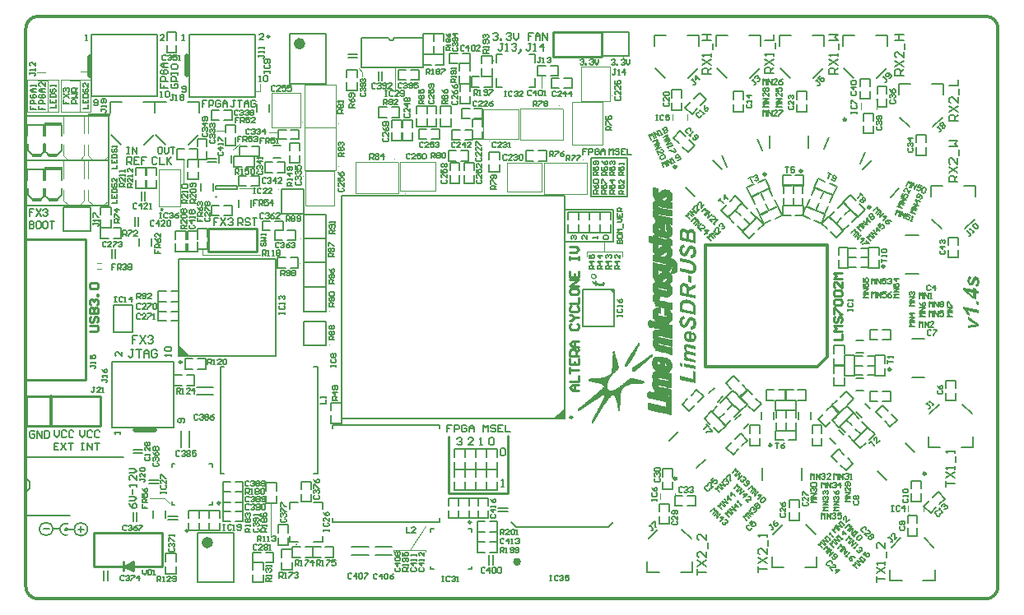
<source format=gto>
G04 Layer_Color=65535*
%FSLAX44Y44*%
%MOMM*%
G71*
G01*
G75*
%ADD10C,0.2000*%
%ADD12C,0.1900*%
%ADD16C,0.1500*%
%ADD17C,0.3000*%
%ADD18C,0.3500*%
%ADD99C,0.4000*%
%ADD100C,0.2500*%
%ADD101C,0.5000*%
%ADD103C,0.6000*%
%ADD104C,0.1000*%
%ADD136C,0.2540*%
%ADD169C,0.1700*%
%ADD175C,0.1270*%
%ADD176C,0.0254*%
%ADD177C,0.0260*%
%ADD178C,0.1800*%
G36*
X677488Y288238D02*
X677440D01*
X677295Y288214D01*
X677079Y288142D01*
X676814Y288070D01*
X676525Y287950D01*
X676213Y287805D01*
X675924Y287613D01*
X675660Y287348D01*
X675636Y287324D01*
X675563Y287204D01*
X675443Y287036D01*
X675323Y286795D01*
X675227Y286506D01*
X675106Y286122D01*
X675034Y285665D01*
X675010Y285159D01*
Y285135D01*
Y285087D01*
Y285015D01*
Y284919D01*
X675034Y284678D01*
X675082Y284366D01*
X675130Y284053D01*
X675227Y283716D01*
X675347Y283403D01*
X675515Y283139D01*
X675539Y283115D01*
X675611Y283043D01*
X675708Y282946D01*
X675852Y282850D01*
X676044Y282730D01*
X676261Y282634D01*
X676525Y282562D01*
X676790Y282537D01*
X676910D01*
X677031Y282562D01*
X677199Y282610D01*
X677392Y282682D01*
X677584Y282778D01*
X677776Y282898D01*
X677969Y283091D01*
X677993Y283115D01*
X678065Y283211D01*
X678161Y283355D01*
X678306Y283596D01*
X678402Y283764D01*
X678498Y283933D01*
X678618Y284125D01*
X678738Y284366D01*
X678859Y284606D01*
X679003Y284895D01*
X679147Y285208D01*
X679292Y285544D01*
X679316Y285568D01*
X679340Y285665D01*
X679412Y285809D01*
X679484Y286001D01*
X679604Y286242D01*
X679725Y286506D01*
X680013Y287084D01*
X680326Y287709D01*
X680663Y288310D01*
X680831Y288599D01*
X681000Y288840D01*
X681168Y289056D01*
X681312Y289224D01*
X681336Y289249D01*
X681360Y289273D01*
X681432Y289345D01*
X681505Y289417D01*
X681769Y289609D01*
X682106Y289826D01*
X682515Y290042D01*
X683020Y290211D01*
X683597Y290355D01*
X683886Y290379D01*
X684223Y290403D01*
X684439D01*
X684584Y290379D01*
X684776Y290355D01*
X685016Y290307D01*
X685257Y290259D01*
X685522Y290187D01*
X685810Y290090D01*
X686123Y289970D01*
X686436Y289826D01*
X686748Y289657D01*
X687061Y289465D01*
X687398Y289224D01*
X687686Y288960D01*
X687999Y288647D01*
X688023Y288623D01*
X688071Y288575D01*
X688143Y288455D01*
X688240Y288335D01*
X688360Y288142D01*
X688504Y287926D01*
X688625Y287685D01*
X688769Y287372D01*
X688937Y287060D01*
X689058Y286699D01*
X689202Y286290D01*
X689322Y285857D01*
X689418Y285400D01*
X689491Y284895D01*
X689539Y284366D01*
X689563Y283788D01*
Y283764D01*
Y283692D01*
Y283572D01*
Y283428D01*
X689539Y283235D01*
X689515Y283019D01*
Y282778D01*
X689466Y282514D01*
X689394Y281936D01*
X689274Y281311D01*
X689106Y280661D01*
X688865Y280060D01*
Y280036D01*
X688841Y279988D01*
X688793Y279916D01*
X688721Y279795D01*
X688577Y279531D01*
X688336Y279194D01*
X688071Y278833D01*
X687711Y278472D01*
X687326Y278136D01*
X686869Y277847D01*
X686845D01*
X686821Y277823D01*
X686748Y277799D01*
X686628Y277751D01*
X686508Y277703D01*
X686364Y277655D01*
X686003Y277534D01*
X685570Y277414D01*
X685065Y277318D01*
X684511Y277270D01*
X683910Y277246D01*
X683718Y280517D01*
X683862D01*
X683958Y280541D01*
X684247Y280565D01*
X684559Y280613D01*
X684920Y280661D01*
X685281Y280758D01*
X685594Y280878D01*
X685834Y281046D01*
X685882Y281094D01*
X685979Y281190D01*
X686099Y281383D01*
X686267Y281672D01*
X686339Y281840D01*
X686436Y282056D01*
X686508Y282273D01*
X686556Y282537D01*
X686628Y282802D01*
X686652Y283115D01*
X686700Y283452D01*
Y283812D01*
Y283836D01*
Y283885D01*
Y283981D01*
Y284077D01*
X686676Y284221D01*
Y284390D01*
X686628Y284750D01*
X686556Y285135D01*
X686436Y285544D01*
X686291Y285929D01*
X686099Y286242D01*
X686075Y286266D01*
X686003Y286362D01*
X685858Y286482D01*
X685690Y286627D01*
X685474Y286771D01*
X685233Y286891D01*
X684968Y286987D01*
X684656Y287012D01*
X684536D01*
X684391Y286987D01*
X684223Y286939D01*
X684030Y286867D01*
X683814Y286747D01*
X683597Y286603D01*
X683405Y286386D01*
X683381Y286362D01*
X683333Y286290D01*
X683237Y286146D01*
X683116Y285929D01*
X683020Y285785D01*
X682924Y285616D01*
X682828Y285424D01*
X682731Y285208D01*
X682611Y284943D01*
X682467Y284678D01*
X682322Y284342D01*
X682178Y284005D01*
Y283981D01*
X682130Y283909D01*
X682106Y283812D01*
X682034Y283692D01*
X681962Y283524D01*
X681889Y283331D01*
X681697Y282922D01*
X681457Y282465D01*
X681240Y281984D01*
X681000Y281551D01*
X680879Y281335D01*
X680783Y281166D01*
X680759Y281118D01*
X680687Y281022D01*
X680543Y280854D01*
X680374Y280661D01*
X680182Y280445D01*
X679917Y280204D01*
X679629Y279988D01*
X679316Y279771D01*
X679268Y279747D01*
X679147Y279699D01*
X678955Y279603D01*
X678714Y279531D01*
X678402Y279435D01*
X678041Y279338D01*
X677632Y279290D01*
X677199Y279266D01*
X676983D01*
X676838Y279290D01*
X676670Y279314D01*
X676453Y279338D01*
X676213Y279387D01*
X675972Y279459D01*
X675419Y279627D01*
X675130Y279771D01*
X674818Y279916D01*
X674529Y280084D01*
X674240Y280277D01*
X673952Y280517D01*
X673687Y280782D01*
X673663Y280806D01*
X673615Y280854D01*
X673567Y280950D01*
X673471Y281070D01*
X673374Y281215D01*
X673254Y281407D01*
X673110Y281647D01*
X672990Y281912D01*
X672869Y282201D01*
X672725Y282514D01*
X672605Y282874D01*
X672509Y283283D01*
X672412Y283716D01*
X672340Y284173D01*
X672316Y284654D01*
X672292Y285183D01*
Y285208D01*
Y285304D01*
Y285472D01*
X672316Y285665D01*
X672340Y285905D01*
X672364Y286194D01*
X672412Y286506D01*
X672460Y286843D01*
X672629Y287589D01*
X672749Y287974D01*
X672869Y288335D01*
X673038Y288719D01*
X673230Y289080D01*
X673447Y289417D01*
X673687Y289730D01*
X673711Y289754D01*
X673759Y289802D01*
X673831Y289874D01*
X673928Y289994D01*
X674072Y290114D01*
X674240Y290259D01*
X674433Y290403D01*
X674649Y290547D01*
X674914Y290716D01*
X675179Y290884D01*
X675491Y291028D01*
X675804Y291173D01*
X676165Y291293D01*
X676525Y291389D01*
X676935Y291462D01*
X677343Y291510D01*
X677488Y288238D01*
D02*
G37*
G36*
X682828Y275730D02*
X683164Y275706D01*
X683525Y275658D01*
X684247Y275514D01*
Y267335D01*
X684367D01*
X684463Y267311D01*
X684752D01*
X684968Y267360D01*
X685257Y267408D01*
X685570Y267480D01*
X685882Y267600D01*
X686219Y267768D01*
X686508Y267985D01*
X686532Y268009D01*
X686628Y268105D01*
X686724Y268250D01*
X686869Y268466D01*
X686989Y268707D01*
X687109Y268995D01*
X687205Y269332D01*
X687230Y269693D01*
Y269717D01*
Y269765D01*
Y269861D01*
X687205Y269957D01*
X687181Y270102D01*
X687133Y270270D01*
X687013Y270631D01*
X686941Y270823D01*
X686821Y271040D01*
X686676Y271256D01*
X686508Y271449D01*
X686315Y271665D01*
X686099Y271882D01*
X685834Y272074D01*
X685546Y272243D01*
X686027Y275153D01*
X686051D01*
X686099Y275105D01*
X686195Y275057D01*
X686315Y274985D01*
X686460Y274912D01*
X686628Y274792D01*
X687037Y274552D01*
X687470Y274215D01*
X687903Y273806D01*
X688336Y273349D01*
X688697Y272844D01*
Y272820D01*
X688745Y272772D01*
X688769Y272700D01*
X688841Y272603D01*
X688889Y272459D01*
X688961Y272315D01*
X689130Y271906D01*
X689298Y271449D01*
X689418Y270896D01*
X689515Y270318D01*
X689563Y269669D01*
Y269645D01*
Y269573D01*
Y269428D01*
X689539Y269260D01*
X689515Y269043D01*
X689491Y268803D01*
X689442Y268538D01*
X689370Y268250D01*
X689178Y267624D01*
X689058Y267287D01*
X688913Y266951D01*
X688745Y266638D01*
X688528Y266301D01*
X688288Y265989D01*
X688023Y265700D01*
X687999Y265676D01*
X687951Y265628D01*
X687855Y265555D01*
X687735Y265459D01*
X687590Y265339D01*
X687398Y265219D01*
X687181Y265075D01*
X686941Y264954D01*
X686652Y264810D01*
X686364Y264666D01*
X686027Y264545D01*
X685666Y264425D01*
X685281Y264329D01*
X684848Y264257D01*
X684415Y264209D01*
X683958Y264184D01*
X683718D01*
X683549Y264209D01*
X683333Y264233D01*
X683068Y264257D01*
X682779Y264305D01*
X682467Y264353D01*
X681793Y264521D01*
X681432Y264641D01*
X681048Y264762D01*
X680663Y264930D01*
X680278Y265098D01*
X679893Y265315D01*
X679532Y265555D01*
X679508Y265580D01*
X679412Y265652D01*
X679292Y265748D01*
X679123Y265892D01*
X678931Y266109D01*
X678690Y266325D01*
X678474Y266614D01*
X678209Y266927D01*
X677969Y267287D01*
X677728Y267696D01*
X677512Y268129D01*
X677319Y268610D01*
X677151Y269116D01*
X677031Y269669D01*
X676935Y270270D01*
X676910Y270896D01*
Y270919D01*
Y270992D01*
Y271112D01*
X676935Y271256D01*
X676958Y271449D01*
X676983Y271665D01*
X677031Y271906D01*
X677079Y272170D01*
X677247Y272748D01*
X677343Y273036D01*
X677488Y273325D01*
X677656Y273613D01*
X677824Y273902D01*
X678041Y274167D01*
X678281Y274431D01*
X678306Y274455D01*
X678354Y274480D01*
X678426Y274552D01*
X678522Y274648D01*
X678666Y274744D01*
X678835Y274840D01*
X679051Y274961D01*
X679268Y275105D01*
X679532Y275225D01*
X679821Y275345D01*
X680134Y275442D01*
X680494Y275538D01*
X680855Y275634D01*
X681264Y275706D01*
X681673Y275730D01*
X682130Y275754D01*
X682563D01*
X682828Y275730D01*
D02*
G37*
G36*
X680037Y262404D02*
X680254Y262380D01*
X680543Y262356D01*
X680927Y262284D01*
X681384Y262212D01*
X681914Y262092D01*
X689250Y260504D01*
Y257281D01*
X681914Y258845D01*
X681889D01*
X681841Y258869D01*
X681793D01*
X681697Y258893D01*
X681457Y258941D01*
X681192Y258989D01*
X680927Y259037D01*
X680663Y259085D01*
X680470Y259133D01*
X680254D01*
X680182Y259109D01*
X680061Y259085D01*
X679797Y259013D01*
X679677Y258917D01*
X679556Y258820D01*
X679532Y258796D01*
X679508Y258772D01*
X679460Y258700D01*
X679388Y258604D01*
X679340Y258484D01*
X679292Y258315D01*
X679268Y258147D01*
X679244Y257931D01*
Y257906D01*
Y257882D01*
Y257810D01*
X679268Y257714D01*
X679316Y257473D01*
X679412Y257185D01*
X679556Y256848D01*
X679797Y256463D01*
X679941Y256271D01*
X680110Y256078D01*
X680302Y255910D01*
X680543Y255718D01*
X680591Y255693D01*
X680639Y255645D01*
X680711Y255597D01*
X680831Y255549D01*
X680951Y255477D01*
X681120Y255381D01*
X681288Y255309D01*
X681505Y255212D01*
X681745Y255116D01*
X682010Y255020D01*
X682299Y254924D01*
X682611Y254804D01*
X682972Y254707D01*
X683357Y254611D01*
X683790Y254515D01*
X689250Y253360D01*
Y250137D01*
X681986Y251652D01*
X681962D01*
X681938Y251677D01*
X681769Y251700D01*
X681553Y251749D01*
X681312Y251797D01*
X681024Y251845D01*
X680759Y251869D01*
X680518Y251917D01*
X680278D01*
X680182Y251893D01*
X680061Y251869D01*
X679821Y251773D01*
X679677Y251700D01*
X679556Y251580D01*
X679532Y251556D01*
X679508Y251532D01*
X679460Y251460D01*
X679388Y251364D01*
X679340Y251220D01*
X679292Y251075D01*
X679268Y250907D01*
X679244Y250690D01*
Y250666D01*
Y250594D01*
X679268Y250498D01*
X679292Y250354D01*
X679316Y250185D01*
X679388Y249993D01*
X679460Y249800D01*
X679580Y249584D01*
X679604Y249560D01*
X679629Y249488D01*
X679701Y249367D01*
X679797Y249247D01*
X679917Y249079D01*
X680086Y248910D01*
X680254Y248742D01*
X680446Y248573D01*
X680470Y248549D01*
X680543Y248501D01*
X680663Y248429D01*
X680831Y248333D01*
X681024Y248213D01*
X681288Y248092D01*
X681553Y247972D01*
X681865Y247852D01*
X681889D01*
X681962Y247828D01*
X682082Y247780D01*
X682250Y247732D01*
X682491Y247684D01*
X682828Y247587D01*
X683213Y247491D01*
X683453Y247443D01*
X683718Y247371D01*
X689250Y246216D01*
Y242993D01*
X677175Y245519D01*
Y248573D01*
X678642Y248285D01*
X678618Y248309D01*
X678570Y248357D01*
X678474Y248453D01*
X678378Y248598D01*
X678233Y248766D01*
X678089Y248958D01*
X677945Y249175D01*
X677776Y249440D01*
X677464Y250017D01*
X677175Y250642D01*
X677079Y251003D01*
X676983Y251340D01*
X676935Y251725D01*
X676910Y252085D01*
Y252110D01*
Y252158D01*
Y252206D01*
Y252302D01*
X676935Y252567D01*
X676983Y252855D01*
X677055Y253192D01*
X677151Y253553D01*
X677295Y253889D01*
X677488Y254178D01*
X677512Y254202D01*
X677584Y254298D01*
X677728Y254419D01*
X677897Y254587D01*
X678113Y254731D01*
X678402Y254900D01*
X678690Y255044D01*
X679051Y255140D01*
X679003Y255164D01*
X678907Y255261D01*
X678738Y255405D01*
X678522Y255597D01*
X678281Y255862D01*
X678041Y256150D01*
X677776Y256511D01*
X677536Y256920D01*
Y256944D01*
X677512Y256968D01*
X677488Y257041D01*
X677440Y257137D01*
X677343Y257353D01*
X677223Y257666D01*
X677103Y258027D01*
X677007Y258460D01*
X676935Y258893D01*
X676910Y259374D01*
Y259398D01*
Y259446D01*
Y259518D01*
Y259614D01*
X676958Y259879D01*
X677007Y260191D01*
X677103Y260552D01*
X677247Y260937D01*
X677440Y261298D01*
X677704Y261611D01*
X677728Y261635D01*
X677849Y261731D01*
X678017Y261875D01*
X678257Y262020D01*
X678546Y262164D01*
X678883Y262308D01*
X679292Y262404D01*
X679749Y262428D01*
X679869D01*
X680037Y262404D01*
D02*
G37*
G36*
X679965Y308131D02*
X680206D01*
X680470Y308107D01*
X680783Y308059D01*
X681120Y308034D01*
X681481Y307962D01*
X681865Y307914D01*
X682659Y307722D01*
X683477Y307457D01*
X683886Y307313D01*
X684295Y307120D01*
X684319D01*
X684391Y307072D01*
X684487Y307024D01*
X684632Y306928D01*
X684824Y306832D01*
X685016Y306712D01*
X685498Y306399D01*
X686027Y306038D01*
X686580Y305581D01*
X687109Y305076D01*
X687614Y304523D01*
Y304499D01*
X687663Y304475D01*
X687711Y304402D01*
X687759Y304306D01*
X687855Y304186D01*
X687927Y304042D01*
X688143Y303681D01*
X688360Y303248D01*
X688601Y302719D01*
X688817Y302117D01*
X689009Y301444D01*
Y301396D01*
X689034Y301324D01*
X689058Y301251D01*
Y301131D01*
X689082Y300987D01*
X689106Y300818D01*
X689130Y300626D01*
X689154Y300410D01*
X689178Y300169D01*
X689202Y299904D01*
Y299592D01*
X689226Y299279D01*
X689250Y298918D01*
Y298557D01*
Y298148D01*
Y292279D01*
X672605Y295767D01*
Y300241D01*
Y300265D01*
Y300313D01*
Y300410D01*
Y300554D01*
Y300698D01*
Y300867D01*
Y301251D01*
X672629Y301660D01*
Y302069D01*
X672653Y302406D01*
Y302526D01*
X672677Y302647D01*
Y302670D01*
Y302695D01*
X672701Y302815D01*
X672725Y303007D01*
X672773Y303272D01*
X672821Y303561D01*
X672893Y303873D01*
X673110Y304499D01*
X673134Y304547D01*
X673158Y304643D01*
X673230Y304787D01*
X673326Y305004D01*
X673471Y305220D01*
X673615Y305485D01*
X673783Y305725D01*
X674000Y305990D01*
X674024Y306014D01*
X674096Y306110D01*
X674216Y306231D01*
X674385Y306399D01*
X674577Y306567D01*
X674818Y306760D01*
X675082Y306952D01*
X675371Y307145D01*
X675395Y307169D01*
X675515Y307217D01*
X675684Y307313D01*
X675900Y307409D01*
X676165Y307529D01*
X676477Y307674D01*
X676838Y307794D01*
X677223Y307890D01*
X677271Y307914D01*
X677415Y307938D01*
X677632Y307986D01*
X677897Y308034D01*
X678233Y308083D01*
X678642Y308107D01*
X679051Y308155D01*
X679773D01*
X679965Y308131D01*
D02*
G37*
G36*
X682034Y348998D02*
X682058D01*
X682154Y348974D01*
X682299Y348950D01*
X682491Y348902D01*
X682731Y348830D01*
X682996Y348758D01*
X683285Y348685D01*
X683597Y348589D01*
X684271Y348397D01*
X684993Y348156D01*
X685666Y347868D01*
X685979Y347723D01*
X686267Y347579D01*
X686291D01*
X686339Y347531D01*
X686412Y347483D01*
X686508Y347435D01*
X686773Y347242D01*
X687109Y346954D01*
X687494Y346617D01*
X687879Y346184D01*
X688288Y345679D01*
X688649Y345101D01*
Y345077D01*
X688697Y345029D01*
X688721Y344933D01*
X688793Y344813D01*
X688865Y344644D01*
X688937Y344452D01*
X689009Y344235D01*
X689106Y343971D01*
X689202Y343682D01*
X689274Y343370D01*
X689346Y343033D01*
X689418Y342672D01*
X689466Y342287D01*
X689515Y341854D01*
X689563Y340964D01*
Y340940D01*
Y340820D01*
Y340676D01*
X689539Y340459D01*
X689515Y340219D01*
X689491Y339930D01*
X689442Y339593D01*
X689394Y339256D01*
X689226Y338511D01*
X689106Y338102D01*
X688961Y337717D01*
X688793Y337356D01*
X688601Y336995D01*
X688384Y336634D01*
X688143Y336322D01*
X688120Y336298D01*
X688071Y336250D01*
X687999Y336177D01*
X687879Y336081D01*
X687735Y335961D01*
X687566Y335817D01*
X687374Y335672D01*
X687133Y335528D01*
X686893Y335384D01*
X686604Y335239D01*
X686315Y335095D01*
X685979Y334975D01*
X685642Y334879D01*
X685257Y334806D01*
X684872Y334758D01*
X684463Y334734D01*
X684391D01*
X684295Y334758D01*
X684175D01*
X684006Y334782D01*
X683838Y334806D01*
X683453Y334855D01*
X683429D01*
X683381Y334879D01*
X683237D01*
X683068Y334927D01*
X682779Y334975D01*
X682611Y334999D01*
X682419Y335047D01*
X682202Y335095D01*
X681962Y335143D01*
X681697Y335191D01*
X681384Y335263D01*
X672605Y337236D01*
Y340627D01*
X681673Y338655D01*
X683886Y338150D01*
X683934D01*
X684078Y338126D01*
X684319Y338102D01*
X684608Y338054D01*
X684656D01*
X684752Y338078D01*
X684920Y338102D01*
X685137Y338150D01*
X685377Y338246D01*
X685642Y338390D01*
X685882Y338559D01*
X686123Y338823D01*
X686147Y338871D01*
X686219Y338968D01*
X686315Y339160D01*
X686412Y339401D01*
X686508Y339737D01*
X686604Y340122D01*
X686676Y340579D01*
X686700Y341109D01*
Y341133D01*
Y341181D01*
Y341229D01*
Y341325D01*
X686676Y341590D01*
X686652Y341902D01*
X686580Y342239D01*
X686508Y342600D01*
X686388Y342985D01*
X686243Y343321D01*
X686219Y343370D01*
X686147Y343466D01*
X686051Y343634D01*
X685907Y343827D01*
X685714Y344043D01*
X685474Y344284D01*
X685185Y344500D01*
X684872Y344692D01*
X684824Y344717D01*
X684680Y344765D01*
X684584Y344813D01*
X684463Y344861D01*
X684295Y344933D01*
X684127Y345005D01*
X683910Y345053D01*
X683694Y345150D01*
X683429Y345222D01*
X683140Y345294D01*
X682828Y345390D01*
X682491Y345486D01*
X682130Y345559D01*
X681721Y345655D01*
X672605Y347579D01*
Y350995D01*
X682034Y348998D01*
D02*
G37*
G36*
X684824Y332136D02*
Y325810D01*
X681673Y326436D01*
Y332762D01*
X684824Y332136D01*
D02*
G37*
G36*
X677343Y325281D02*
X677512Y325257D01*
X677728Y325233D01*
X677969Y325209D01*
X678209Y325137D01*
X678763Y324992D01*
X679364Y324776D01*
X679652Y324632D01*
X679941Y324463D01*
X680230Y324247D01*
X680494Y324030D01*
X680518Y324006D01*
X680543Y323982D01*
X680615Y323886D01*
X680711Y323790D01*
X680831Y323646D01*
X680951Y323501D01*
X681072Y323309D01*
X681216Y323068D01*
X681360Y322828D01*
X681505Y322539D01*
X681649Y322226D01*
X681793Y321866D01*
X681914Y321505D01*
X682010Y321096D01*
X682106Y320639D01*
X682178Y320182D01*
X682202Y320206D01*
X682274Y320302D01*
X682419Y320422D01*
X682587Y320591D01*
X682828Y320759D01*
X683092Y320975D01*
X683405Y321192D01*
X683742Y321409D01*
X683766Y321432D01*
X683838Y321457D01*
X683934Y321529D01*
X684102Y321601D01*
X684295Y321721D01*
X684536Y321841D01*
X684824Y321986D01*
X685161Y322154D01*
X685522Y322346D01*
X685931Y322539D01*
X686388Y322756D01*
X686893Y322972D01*
X687422Y323213D01*
X687999Y323453D01*
X688601Y323718D01*
X689250Y323982D01*
Y320302D01*
X689226D01*
X689178Y320278D01*
X689106Y320254D01*
X688985Y320206D01*
X688841Y320158D01*
X688649Y320085D01*
X688432Y320013D01*
X688168Y319917D01*
X687879Y319797D01*
X687566Y319677D01*
X687205Y319532D01*
X686821Y319364D01*
X686388Y319195D01*
X685907Y319003D01*
X685401Y318787D01*
X684872Y318546D01*
X684848D01*
X684800Y318522D01*
X684728Y318474D01*
X684608Y318426D01*
X684343Y318281D01*
X684006Y318089D01*
X683645Y317873D01*
X683285Y317632D01*
X682948Y317343D01*
X682828Y317199D01*
X682707Y317055D01*
X682683Y317031D01*
X682659Y316959D01*
X682611Y316838D01*
X682539Y316670D01*
X682467Y316429D01*
X682419Y316141D01*
X682395Y315780D01*
X682371Y315347D01*
Y313952D01*
X689250Y312509D01*
Y309117D01*
X672605Y312605D01*
Y319965D01*
Y319989D01*
Y320061D01*
Y320158D01*
Y320278D01*
Y320446D01*
X672629Y320615D01*
X672653Y321048D01*
X672701Y321529D01*
X672773Y322010D01*
X672869Y322491D01*
X673014Y322924D01*
Y322948D01*
X673038Y322972D01*
X673086Y323092D01*
X673182Y323285D01*
X673326Y323525D01*
X673543Y323814D01*
X673783Y324103D01*
X674096Y324367D01*
X674457Y324632D01*
X674505Y324656D01*
X674649Y324728D01*
X674866Y324848D01*
X675154Y324968D01*
X675515Y325089D01*
X675948Y325209D01*
X676453Y325281D01*
X676983Y325305D01*
X677175D01*
X677343Y325281D01*
D02*
G37*
G36*
X675539Y242729D02*
Y239481D01*
X672605Y240107D01*
Y243330D01*
X675539Y242729D01*
D02*
G37*
G36*
X980500Y305828D02*
Y302727D01*
X977469Y303328D01*
Y306429D01*
X980500Y305828D01*
D02*
G37*
G36*
Y297289D02*
Y294142D01*
X969416Y296456D01*
X969439Y296410D01*
X969532Y296294D01*
X969648Y296086D01*
X969809Y295808D01*
X969995Y295484D01*
X970180Y295091D01*
X970388Y294651D01*
X970596Y294188D01*
Y294165D01*
X970619Y294142D01*
X970642Y294073D01*
X970689Y293980D01*
X970758Y293726D01*
X970874Y293425D01*
X970990Y293078D01*
X971105Y292684D01*
X971221Y292314D01*
X971314Y291921D01*
X968514Y292522D01*
Y292546D01*
X968491Y292569D01*
X968444Y292708D01*
X968329Y292916D01*
X968190Y293193D01*
X968028Y293517D01*
X967843Y293911D01*
X967611Y294350D01*
X967334Y294813D01*
X967056Y295299D01*
X966732Y295808D01*
X966385Y296340D01*
X966038Y296849D01*
X965644Y297359D01*
X965251Y297868D01*
X964835Y298330D01*
X964395Y298770D01*
Y300667D01*
X980500Y297289D01*
D02*
G37*
G36*
Y283498D02*
Y280814D01*
X968884Y278500D01*
Y281577D01*
X973975Y282364D01*
X973998D01*
X974067Y282387D01*
X974160D01*
X974298Y282411D01*
X974461Y282434D01*
X974669Y282480D01*
X975085Y282549D01*
X975548Y282619D01*
X975988Y282688D01*
X976381Y282735D01*
X976543Y282758D01*
X976682Y282781D01*
X976636Y282804D01*
X976566Y282850D01*
X976451Y282920D01*
X976265Y283012D01*
X976034Y283151D01*
X975710Y283313D01*
X975502Y283429D01*
X975294Y283544D01*
X975270D01*
X975247Y283568D01*
X975108Y283660D01*
X974900Y283776D01*
X974646Y283915D01*
X974391Y284053D01*
X974160Y284192D01*
X973951Y284308D01*
X973813Y284377D01*
X968884Y287270D01*
Y290648D01*
X980500Y283498D01*
D02*
G37*
G36*
X974599Y318323D02*
Y320313D01*
X977237Y319734D01*
Y317791D01*
X980500Y317097D01*
Y314158D01*
X977237Y314829D01*
Y308535D01*
X974646Y309067D01*
X964487Y317744D01*
Y320452D01*
X974599Y318323D01*
D02*
G37*
G36*
X689250Y239842D02*
Y236619D01*
X677175Y239144D01*
Y242392D01*
X689250Y239842D01*
D02*
G37*
G36*
Y234430D02*
Y222499D01*
X672605Y225987D01*
Y229403D01*
X686460Y226492D01*
Y235007D01*
X689250Y234430D01*
D02*
G37*
G36*
X972170Y329846D02*
X972147D01*
X972077Y329800D01*
X971962Y329754D01*
X971823Y329661D01*
X971661Y329569D01*
X971522Y329430D01*
X971360Y329268D01*
X971244Y329083D01*
X971221Y329059D01*
X971175Y328967D01*
X971105Y328805D01*
X971013Y328620D01*
X970943Y328365D01*
X970874Y328088D01*
X970828Y327764D01*
X970805Y327393D01*
Y327347D01*
Y327231D01*
X970828Y327046D01*
X970851Y326838D01*
X970897Y326607D01*
X970943Y326375D01*
X971036Y326144D01*
X971152Y325959D01*
X971175Y325936D01*
X971198Y325889D01*
X971267Y325820D01*
X971360Y325751D01*
X971591Y325612D01*
X971730Y325565D01*
X971892Y325542D01*
X971962D01*
X972054Y325565D01*
X972147Y325589D01*
X972262Y325635D01*
X972378Y325728D01*
X972494Y325820D01*
X972609Y325959D01*
Y325982D01*
X972656Y326028D01*
X972702Y326121D01*
X972748Y326283D01*
X972841Y326514D01*
X972887Y326653D01*
X972956Y326838D01*
X973003Y327023D01*
X973072Y327231D01*
X973165Y327463D01*
X973234Y327741D01*
Y327764D01*
X973257Y327833D01*
X973304Y327949D01*
X973350Y328111D01*
X973419Y328296D01*
X973489Y328504D01*
X973651Y328990D01*
X973836Y329499D01*
X974067Y330008D01*
X974183Y330240D01*
X974298Y330471D01*
X974414Y330656D01*
X974530Y330818D01*
Y330841D01*
X974576Y330864D01*
X974692Y331003D01*
X974900Y331165D01*
X975155Y331373D01*
X975479Y331582D01*
X975849Y331767D01*
X976265Y331883D01*
X976497Y331906D01*
X976728Y331929D01*
X976890D01*
X977006Y331906D01*
X977145Y331883D01*
X977307Y331859D01*
X977700Y331744D01*
X978140Y331582D01*
X978394Y331466D01*
X978626Y331327D01*
X978880Y331165D01*
X979111Y330980D01*
X979366Y330772D01*
X979597Y330517D01*
X979621Y330494D01*
X979644Y330448D01*
X979713Y330378D01*
X979783Y330263D01*
X979875Y330124D01*
X979968Y329939D01*
X980083Y329731D01*
X980199Y329499D01*
X980315Y329245D01*
X980431Y328944D01*
X980523Y328643D01*
X980616Y328273D01*
X980685Y327903D01*
X980754Y327509D01*
X980778Y327070D01*
X980801Y326607D01*
Y326584D01*
Y326491D01*
Y326375D01*
X980778Y326190D01*
Y325982D01*
X980754Y325728D01*
X980731Y325473D01*
X980685Y325172D01*
X980569Y324547D01*
X980431Y323899D01*
X980199Y323275D01*
X980060Y322997D01*
X979898Y322719D01*
Y322696D01*
X979852Y322650D01*
X979806Y322580D01*
X979736Y322488D01*
X979505Y322257D01*
X979227Y321979D01*
X978857Y321678D01*
X978394Y321354D01*
X977885Y321076D01*
X977283Y320868D01*
X976798Y323899D01*
X976844Y323923D01*
X976960Y323969D01*
X977122Y324061D01*
X977330Y324177D01*
X977561Y324316D01*
X977793Y324478D01*
X978001Y324686D01*
X978163Y324894D01*
X978186Y324918D01*
X978232Y325010D01*
X978279Y325149D01*
X978348Y325334D01*
X978440Y325565D01*
X978487Y325843D01*
X978533Y326167D01*
X978556Y326537D01*
Y326561D01*
Y326584D01*
Y326722D01*
X978533Y326908D01*
X978487Y327162D01*
X978440Y327440D01*
X978371Y327741D01*
X978255Y328018D01*
X978093Y328273D01*
X978070Y328296D01*
X978024Y328342D01*
X977955Y328412D01*
X977862Y328504D01*
X977607Y328666D01*
X977469Y328712D01*
X977283Y328736D01*
X977237D01*
X977098Y328712D01*
X976913Y328643D01*
X976728Y328504D01*
X976705Y328481D01*
X976682Y328458D01*
X976636Y328365D01*
X976566Y328250D01*
X976474Y328064D01*
X976358Y327833D01*
X976242Y327556D01*
X976126Y327185D01*
Y327162D01*
X976080Y327070D01*
X976034Y326908D01*
X975965Y326722D01*
X975895Y326514D01*
X975803Y326260D01*
X975594Y325681D01*
X975340Y325080D01*
X975108Y324501D01*
X974970Y324223D01*
X974854Y323992D01*
X974738Y323807D01*
X974646Y323645D01*
X974599Y323599D01*
X974484Y323483D01*
X974298Y323321D01*
X974044Y323136D01*
X973720Y322928D01*
X973327Y322766D01*
X972887Y322650D01*
X972656Y322627D01*
X972401Y322604D01*
X972262D01*
X972170Y322627D01*
X971915Y322650D01*
X971591Y322743D01*
X971221Y322858D01*
X970828Y323043D01*
X970434Y323298D01*
X970226Y323437D01*
X970041Y323622D01*
X970018Y323645D01*
X969971Y323691D01*
X969902Y323784D01*
X969809Y323899D01*
X969717Y324038D01*
X969601Y324223D01*
X969462Y324432D01*
X969324Y324686D01*
X969208Y324987D01*
X969069Y325288D01*
X968953Y325635D01*
X968838Y326028D01*
X968768Y326445D01*
X968699Y326884D01*
X968652Y327370D01*
X968629Y327879D01*
Y327903D01*
Y327972D01*
Y328088D01*
X968652Y328250D01*
Y328435D01*
X968676Y328643D01*
X968722Y329152D01*
X968838Y329684D01*
X968977Y330263D01*
X969185Y330795D01*
X969324Y331026D01*
X969462Y331258D01*
Y331281D01*
X969509Y331304D01*
X969601Y331443D01*
X969786Y331651D01*
X970041Y331883D01*
X970365Y332137D01*
X970735Y332369D01*
X971175Y332577D01*
X971684Y332739D01*
X972170Y329846D01*
D02*
G37*
G36*
X677488Y361867D02*
X677440D01*
X677295Y361843D01*
X677079Y361771D01*
X676814Y361699D01*
X676525Y361578D01*
X676213Y361434D01*
X675924Y361241D01*
X675660Y360977D01*
X675636Y360953D01*
X675563Y360833D01*
X675443Y360664D01*
X675323Y360424D01*
X675227Y360135D01*
X675106Y359750D01*
X675034Y359293D01*
X675010Y358788D01*
Y358764D01*
Y358716D01*
Y358644D01*
Y358548D01*
X675034Y358307D01*
X675082Y357994D01*
X675130Y357682D01*
X675227Y357345D01*
X675347Y357032D01*
X675515Y356768D01*
X675539Y356744D01*
X675611Y356671D01*
X675708Y356575D01*
X675852Y356479D01*
X676044Y356359D01*
X676261Y356262D01*
X676525Y356190D01*
X676790Y356166D01*
X676910D01*
X677031Y356190D01*
X677199Y356238D01*
X677392Y356311D01*
X677584Y356407D01*
X677776Y356527D01*
X677969Y356719D01*
X677993Y356744D01*
X678065Y356840D01*
X678161Y356984D01*
X678306Y357225D01*
X678402Y357393D01*
X678498Y357561D01*
X678618Y357754D01*
X678738Y357994D01*
X678859Y358235D01*
X679003Y358523D01*
X679147Y358836D01*
X679292Y359173D01*
X679316Y359197D01*
X679340Y359293D01*
X679412Y359437D01*
X679484Y359630D01*
X679604Y359870D01*
X679725Y360135D01*
X680013Y360712D01*
X680326Y361338D01*
X680663Y361939D01*
X680831Y362228D01*
X681000Y362468D01*
X681168Y362685D01*
X681312Y362853D01*
X681336Y362877D01*
X681360Y362901D01*
X681432Y362973D01*
X681505Y363046D01*
X681769Y363238D01*
X682106Y363455D01*
X682515Y363671D01*
X683020Y363839D01*
X683597Y363984D01*
X683886Y364008D01*
X684223Y364032D01*
X684439D01*
X684584Y364008D01*
X684776Y363984D01*
X685016Y363936D01*
X685257Y363887D01*
X685522Y363815D01*
X685810Y363719D01*
X686123Y363599D01*
X686436Y363455D01*
X686748Y363286D01*
X687061Y363094D01*
X687398Y362853D01*
X687686Y362589D01*
X687999Y362276D01*
X688023Y362252D01*
X688071Y362204D01*
X688143Y362083D01*
X688240Y361963D01*
X688360Y361771D01*
X688504Y361554D01*
X688625Y361314D01*
X688769Y361001D01*
X688937Y360688D01*
X689058Y360327D01*
X689202Y359919D01*
X689322Y359486D01*
X689418Y359029D01*
X689491Y358523D01*
X689539Y357994D01*
X689563Y357417D01*
Y357393D01*
Y357321D01*
Y357201D01*
Y357056D01*
X689539Y356864D01*
X689515Y356647D01*
Y356407D01*
X689466Y356142D01*
X689394Y355565D01*
X689274Y354939D01*
X689106Y354290D01*
X688865Y353689D01*
Y353665D01*
X688841Y353616D01*
X688793Y353544D01*
X688721Y353424D01*
X688577Y353159D01*
X688336Y352823D01*
X688071Y352462D01*
X687711Y352101D01*
X687326Y351764D01*
X686869Y351476D01*
X686845D01*
X686821Y351452D01*
X686748Y351428D01*
X686628Y351380D01*
X686508Y351331D01*
X686364Y351283D01*
X686003Y351163D01*
X685570Y351043D01*
X685065Y350947D01*
X684511Y350898D01*
X683910Y350874D01*
X683718Y354146D01*
X683862D01*
X683958Y354170D01*
X684247Y354194D01*
X684559Y354242D01*
X684920Y354290D01*
X685281Y354386D01*
X685594Y354506D01*
X685834Y354675D01*
X685882Y354723D01*
X685979Y354819D01*
X686099Y355012D01*
X686267Y355300D01*
X686339Y355469D01*
X686436Y355685D01*
X686508Y355902D01*
X686556Y356166D01*
X686628Y356431D01*
X686652Y356744D01*
X686700Y357080D01*
Y357441D01*
Y357465D01*
Y357513D01*
Y357609D01*
Y357706D01*
X686676Y357850D01*
Y358018D01*
X686628Y358379D01*
X686556Y358764D01*
X686436Y359173D01*
X686291Y359558D01*
X686099Y359870D01*
X686075Y359894D01*
X686003Y359991D01*
X685858Y360111D01*
X685690Y360255D01*
X685474Y360400D01*
X685233Y360520D01*
X684968Y360616D01*
X684656Y360640D01*
X684536D01*
X684391Y360616D01*
X684223Y360568D01*
X684030Y360496D01*
X683814Y360376D01*
X683597Y360231D01*
X683405Y360015D01*
X683381Y359991D01*
X683333Y359919D01*
X683237Y359774D01*
X683116Y359558D01*
X683020Y359413D01*
X682924Y359245D01*
X682828Y359053D01*
X682731Y358836D01*
X682611Y358572D01*
X682467Y358307D01*
X682322Y357970D01*
X682178Y357634D01*
Y357609D01*
X682130Y357537D01*
X682106Y357441D01*
X682034Y357321D01*
X681962Y357152D01*
X681889Y356960D01*
X681697Y356551D01*
X681457Y356094D01*
X681240Y355613D01*
X681000Y355180D01*
X680879Y354963D01*
X680783Y354795D01*
X680759Y354747D01*
X680687Y354651D01*
X680543Y354482D01*
X680374Y354290D01*
X680182Y354073D01*
X679917Y353833D01*
X679629Y353616D01*
X679316Y353400D01*
X679268Y353376D01*
X679147Y353328D01*
X678955Y353232D01*
X678714Y353159D01*
X678402Y353063D01*
X678041Y352967D01*
X677632Y352919D01*
X677199Y352895D01*
X676983D01*
X676838Y352919D01*
X676670Y352943D01*
X676453Y352967D01*
X676213Y353015D01*
X675972Y353087D01*
X675419Y353256D01*
X675130Y353400D01*
X674818Y353544D01*
X674529Y353713D01*
X674240Y353905D01*
X673952Y354146D01*
X673687Y354410D01*
X673663Y354434D01*
X673615Y354482D01*
X673567Y354579D01*
X673471Y354699D01*
X673374Y354843D01*
X673254Y355036D01*
X673110Y355276D01*
X672990Y355541D01*
X672869Y355829D01*
X672725Y356142D01*
X672605Y356503D01*
X672509Y356912D01*
X672412Y357345D01*
X672340Y357802D01*
X672316Y358283D01*
X672292Y358812D01*
Y358836D01*
Y358932D01*
Y359101D01*
X672316Y359293D01*
X672340Y359534D01*
X672364Y359822D01*
X672412Y360135D01*
X672460Y360472D01*
X672629Y361217D01*
X672749Y361602D01*
X672869Y361963D01*
X673038Y362348D01*
X673230Y362709D01*
X673447Y363046D01*
X673687Y363358D01*
X673711Y363382D01*
X673759Y363430D01*
X673831Y363503D01*
X673928Y363623D01*
X674072Y363743D01*
X674240Y363887D01*
X674433Y364032D01*
X674649Y364176D01*
X674914Y364344D01*
X675179Y364513D01*
X675491Y364657D01*
X675804Y364801D01*
X676165Y364922D01*
X676525Y365018D01*
X676935Y365090D01*
X677343Y365138D01*
X677488Y361867D01*
D02*
G37*
G36*
X20250Y422250D02*
Y415750D01*
X18500D01*
Y422250D01*
Y423000D01*
X20250D01*
Y422250D01*
D02*
G37*
G36*
X37500Y444750D02*
Y442500D01*
X20250Y442500D01*
Y431500D01*
Y430750D01*
X18500D01*
Y431500D01*
Y442500D01*
X19500D01*
Y444750D01*
X37500Y444750D01*
D02*
G37*
G36*
X554500Y185500D02*
X544500D01*
X554500Y195500D01*
Y185500D01*
D02*
G37*
G36*
X167500Y250250D02*
X157500D01*
Y260250D01*
X167500Y250250D01*
D02*
G37*
G36*
X20250Y468250D02*
Y461750D01*
X18500D01*
Y468250D01*
Y469000D01*
X20250D01*
Y468250D01*
D02*
G37*
G36*
X23000Y534750D02*
X23000Y533250D01*
X12250Y533250D01*
X12250Y534750D01*
X23000Y534750D01*
D02*
G37*
G36*
X56500D02*
X56500Y533250D01*
X45750Y533250D01*
X45750Y534750D01*
X56500Y534750D01*
D02*
G37*
G36*
X37250Y490500D02*
Y488250D01*
X20250Y488250D01*
Y477500D01*
Y476750D01*
X18500D01*
Y477500D01*
Y488500D01*
X19250D01*
Y490500D01*
X37250Y490500D01*
D02*
G37*
G36*
X86500Y499500D02*
X86500Y497000D01*
X64000Y497000D01*
X64000Y499500D01*
X86500Y499500D01*
D02*
G37*
G36*
X584047Y335022D02*
X584170Y335011D01*
X584303Y334989D01*
X584458Y334955D01*
X584625Y334922D01*
X584802Y334878D01*
X584991Y334822D01*
X585191Y334756D01*
X585379Y334667D01*
X585579Y334567D01*
X585779Y334456D01*
X585979Y334323D01*
X586167Y334167D01*
X586179Y334156D01*
X586212Y334123D01*
X586256Y334078D01*
X586323Y334012D01*
X586390Y333923D01*
X586478Y333812D01*
X586567Y333690D01*
X586656Y333557D01*
X586745Y333390D01*
X586833Y333224D01*
X586922Y333035D01*
X586989Y332824D01*
X587056Y332602D01*
X587100Y332369D01*
X587133Y332114D01*
X587144Y331847D01*
Y331836D01*
Y331814D01*
Y331770D01*
Y331714D01*
X587133Y331648D01*
X587122Y331570D01*
X587100Y331381D01*
X587067Y331159D01*
X587011Y330926D01*
X586933Y330682D01*
X586833Y330449D01*
Y330438D01*
X586822Y330427D01*
X586800Y330393D01*
X586778Y330349D01*
X586700Y330238D01*
X586600Y330105D01*
X586478Y329960D01*
X586323Y329805D01*
X586145Y329661D01*
X585946Y329539D01*
X585934D01*
X585923Y329528D01*
X585890Y329516D01*
X585846Y329494D01*
X585723Y329450D01*
X585568Y329394D01*
X585391Y329339D01*
X585180Y329294D01*
X584947Y329261D01*
X584702Y329250D01*
X584636D01*
X584558Y329261D01*
X584447D01*
X584314Y329272D01*
X584170Y329294D01*
X583992Y329328D01*
X583814Y329361D01*
X583626Y329405D01*
X583426Y329461D01*
X583215Y329528D01*
X583015Y329616D01*
X582804Y329716D01*
X582604Y329827D01*
X582416Y329960D01*
X582238Y330116D01*
X582227Y330127D01*
X582194Y330160D01*
X582149Y330205D01*
X582094Y330271D01*
X582016Y330360D01*
X581939Y330471D01*
X581861Y330593D01*
X581772Y330737D01*
X581683Y330893D01*
X581605Y331059D01*
X581517Y331248D01*
X581450Y331459D01*
X581395Y331670D01*
X581350Y331903D01*
X581317Y332158D01*
X581306Y332413D01*
Y332425D01*
Y332469D01*
Y332536D01*
X581317Y332613D01*
X581328Y332724D01*
X581339Y332835D01*
X581361Y332968D01*
X581395Y333113D01*
X581472Y333424D01*
X581528Y333579D01*
X581594Y333745D01*
X581672Y333901D01*
X581772Y334056D01*
X581872Y334201D01*
X581994Y334334D01*
X582005Y334345D01*
X582027Y334367D01*
X582061Y334400D01*
X582116Y334445D01*
X582183Y334500D01*
X582271Y334556D01*
X582360Y334622D01*
X582471Y334689D01*
X582604Y334744D01*
X582738Y334811D01*
X582893Y334866D01*
X583049Y334922D01*
X583226Y334966D01*
X583415Y335000D01*
X583615Y335022D01*
X583825Y335033D01*
X583959D01*
X584047Y335022D01*
D02*
G37*
G36*
X587366Y327452D02*
Y325840D01*
X591485Y324985D01*
X591524D01*
X591583Y324965D01*
X591660Y324946D01*
X591835Y324907D01*
X592049Y324868D01*
X592282Y324829D01*
X592477Y324790D01*
X592651Y324771D01*
X592710Y324752D01*
X592787D01*
X592923Y324771D01*
X593059Y324829D01*
X593215Y324926D01*
Y324946D01*
X593234Y324965D01*
X593273Y325024D01*
X593293Y325082D01*
X593331Y325179D01*
X593370Y325315D01*
X593390Y325471D01*
Y325645D01*
Y325684D01*
Y325742D01*
X593370Y325820D01*
Y325937D01*
X593351Y326092D01*
X593331Y326287D01*
X593312Y326520D01*
X595255Y326112D01*
Y326073D01*
X595275Y325995D01*
X595294Y325859D01*
X595333Y325684D01*
X595352Y325471D01*
X595391Y325237D01*
X595411Y324713D01*
Y324693D01*
Y324654D01*
Y324577D01*
Y324479D01*
X595391Y324363D01*
Y324246D01*
X595352Y323935D01*
X595275Y323605D01*
X595197Y323255D01*
X595061Y322944D01*
X594886Y322672D01*
X594866Y322653D01*
X594789Y322575D01*
X594653Y322478D01*
X594497Y322361D01*
X594284Y322245D01*
X594012Y322148D01*
X593720Y322070D01*
X593370Y322051D01*
X593273D01*
X593137Y322070D01*
X592943Y322090D01*
X592807Y322109D01*
X592671Y322128D01*
X592496Y322167D01*
X592302Y322206D01*
X592088Y322245D01*
X591855Y322284D01*
X591583Y322342D01*
X591291Y322400D01*
X587366Y323236D01*
Y321934D01*
X585404Y322342D01*
Y323624D01*
X583849Y323935D01*
X582042Y326928D01*
X585404Y326248D01*
Y327860D01*
X587366Y327452D01*
D02*
G37*
G36*
X677151Y381399D02*
X677488Y381351D01*
X677849Y381254D01*
X678257Y381110D01*
X678666Y380918D01*
X679075Y380653D01*
X679123Y380629D01*
X679244Y380509D01*
X679412Y380316D01*
X679652Y380076D01*
X679893Y379739D01*
X680158Y379330D01*
X680398Y378849D01*
X680615Y378272D01*
Y378296D01*
X680639Y378320D01*
X680663Y378392D01*
X680687Y378488D01*
X680759Y378729D01*
X680903Y379017D01*
X681072Y379330D01*
X681288Y379667D01*
X681553Y380004D01*
X681865Y380292D01*
X681914Y380316D01*
X682010Y380412D01*
X682202Y380533D01*
X682443Y380653D01*
X682756Y380797D01*
X683092Y380894D01*
X683477Y380990D01*
X683886Y381014D01*
X684030D01*
X684151Y380990D01*
X684271D01*
X684439Y380966D01*
X684800Y380918D01*
X685257Y380797D01*
X685738Y380653D01*
X686243Y380437D01*
X686748Y380148D01*
X686773D01*
X686796Y380100D01*
X686869Y380052D01*
X686965Y380004D01*
X687205Y379811D01*
X687494Y379547D01*
X687807Y379210D01*
X688120Y378801D01*
X688408Y378320D01*
X688673Y377791D01*
Y377766D01*
X688697Y377718D01*
X688721Y377646D01*
X688769Y377526D01*
X688817Y377358D01*
X688865Y377189D01*
X688913Y376973D01*
X688961Y376732D01*
X689009Y376443D01*
X689058Y376131D01*
X689106Y375794D01*
X689154Y375433D01*
X689202Y375048D01*
X689226Y374616D01*
X689250Y374183D01*
Y373701D01*
Y365860D01*
X672605Y369348D01*
Y375024D01*
Y375048D01*
Y375097D01*
Y375193D01*
Y375337D01*
Y375481D01*
Y375650D01*
X672629Y376035D01*
Y376468D01*
X672653Y376901D01*
X672677Y377285D01*
X672701Y377478D01*
X672725Y377622D01*
Y377646D01*
Y377670D01*
X672749Y377839D01*
X672797Y378055D01*
X672869Y378344D01*
X672966Y378657D01*
X673086Y379017D01*
X673230Y379354D01*
X673423Y379691D01*
X673447Y379739D01*
X673519Y379835D01*
X673639Y379980D01*
X673783Y380172D01*
X673976Y380388D01*
X674216Y380605D01*
X674481Y380821D01*
X674794Y380990D01*
X674842Y381014D01*
X674938Y381062D01*
X675106Y381134D01*
X675347Y381230D01*
X675611Y381302D01*
X675948Y381375D01*
X676285Y381423D01*
X676670Y381447D01*
X676910D01*
X677151Y381399D01*
D02*
G37*
%LPC*%
G36*
X682250Y272772D02*
X681721D01*
X681481Y272748D01*
X681168Y272700D01*
X680855Y272627D01*
X680518Y272507D01*
X680206Y272363D01*
X679917Y272170D01*
X679893Y272146D01*
X679821Y272050D01*
X679701Y271930D01*
X679580Y271737D01*
X679460Y271521D01*
X679340Y271232D01*
X679268Y270919D01*
X679244Y270559D01*
Y270511D01*
Y270390D01*
X679292Y270198D01*
X679340Y269957D01*
X679436Y269669D01*
X679556Y269356D01*
X679749Y269043D01*
X680013Y268731D01*
X680037Y268707D01*
X680158Y268610D01*
X680326Y268466D01*
X680591Y268298D01*
X680903Y268129D01*
X681288Y267937D01*
X681721Y267768D01*
X682250Y267648D01*
Y272772D01*
D02*
G37*
G36*
X679412Y304715D02*
X679123D01*
X678979Y304691D01*
X678811D01*
X678402Y304643D01*
X677969Y304571D01*
X677536Y304475D01*
X677103Y304330D01*
X676742Y304138D01*
X676694Y304114D01*
X676598Y304042D01*
X676453Y303921D01*
X676261Y303753D01*
X676068Y303536D01*
X675876Y303296D01*
X675708Y303007D01*
X675563Y302695D01*
Y302670D01*
X675539Y302574D01*
X675491Y302430D01*
X675443Y302213D01*
X675419Y301925D01*
X675371Y301564D01*
X675347Y301131D01*
Y300602D01*
Y298605D01*
X686580Y296248D01*
Y297980D01*
Y298004D01*
Y298052D01*
Y298172D01*
Y298293D01*
Y298437D01*
X686556Y298629D01*
Y299038D01*
X686532Y299495D01*
X686484Y299928D01*
X686436Y300361D01*
X686412Y300554D01*
X686364Y300722D01*
X686339Y300770D01*
X686315Y300867D01*
X686243Y301035D01*
X686171Y301251D01*
X686051Y301492D01*
X685907Y301756D01*
X685714Y302021D01*
X685498Y302286D01*
Y302310D01*
X685450Y302334D01*
X685329Y302454D01*
X685113Y302647D01*
X684848Y302887D01*
X684487Y303176D01*
X684054Y303464D01*
X683573Y303753D01*
X683044Y304018D01*
X683020D01*
X682972Y304042D01*
X682876Y304090D01*
X682779Y304138D01*
X682611Y304186D01*
X682443Y304234D01*
X682250Y304306D01*
X682010Y304378D01*
X681769Y304426D01*
X681481Y304499D01*
X680855Y304619D01*
X680158Y304691D01*
X679412Y304715D01*
D02*
G37*
G36*
X677031Y321889D02*
X676886D01*
X676718Y321841D01*
X676525Y321793D01*
X676309Y321697D01*
X676093Y321577D01*
X675876Y321384D01*
X675684Y321144D01*
X675660Y321120D01*
X675636Y321048D01*
X675587Y320927D01*
X675539Y320735D01*
X675491Y320470D01*
X675443Y320109D01*
X675395Y319701D01*
Y319436D01*
Y319171D01*
Y315419D01*
X679869Y314481D01*
Y316309D01*
Y316333D01*
Y316429D01*
Y316574D01*
Y316742D01*
Y316983D01*
X679845Y317223D01*
X679821Y317800D01*
X679797Y318402D01*
X679725Y319003D01*
X679701Y319268D01*
X679652Y319532D01*
X679604Y319749D01*
X679556Y319941D01*
X679532Y319989D01*
X679484Y320085D01*
X679412Y320254D01*
X679292Y320470D01*
X679147Y320687D01*
X678979Y320927D01*
X678763Y321144D01*
X678522Y321360D01*
X678498Y321384D01*
X678402Y321432D01*
X678257Y321529D01*
X678065Y321625D01*
X677849Y321721D01*
X677608Y321817D01*
X677319Y321866D01*
X677031Y321889D01*
D02*
G37*
G36*
X969578Y316425D02*
X974599Y312214D01*
Y315384D01*
X969578Y316425D01*
D02*
G37*
G36*
X583626Y333535D02*
X583537D01*
X583437Y333523D01*
X583315Y333490D01*
X583182Y333457D01*
X583037Y333401D01*
X582904Y333324D01*
X582771Y333213D01*
X582760Y333201D01*
X582715Y333157D01*
X582660Y333091D01*
X582604Y333002D01*
X582538Y332880D01*
X582494Y332747D01*
X582449Y332591D01*
X582438Y332413D01*
Y332391D01*
Y332336D01*
X582449Y332236D01*
X582471Y332125D01*
X582516Y331992D01*
X582571Y331847D01*
X582649Y331692D01*
X582749Y331548D01*
X582760Y331537D01*
X582804Y331481D01*
X582871Y331414D01*
X582971Y331337D01*
X583093Y331237D01*
X583248Y331137D01*
X583426Y331048D01*
X583626Y330959D01*
X583637D01*
X583648Y330948D01*
X583681Y330937D01*
X583726Y330926D01*
X583837Y330893D01*
X583970Y330859D01*
X584136Y330826D01*
X584314Y330793D01*
X584502Y330771D01*
X584680Y330760D01*
X584780D01*
X584891Y330782D01*
X585024Y330804D01*
X585180Y330837D01*
X585335Y330893D01*
X585490Y330970D01*
X585635Y331082D01*
X585646Y331093D01*
X585690Y331137D01*
X585746Y331215D01*
X585801Y331303D01*
X585868Y331426D01*
X585923Y331559D01*
X585968Y331714D01*
X585979Y331892D01*
Y331903D01*
Y331925D01*
Y331947D01*
X585968Y331992D01*
X585946Y332114D01*
X585912Y332258D01*
X585846Y332425D01*
X585757Y332591D01*
X585624Y332769D01*
X585546Y332857D01*
X585457Y332935D01*
X585446Y332946D01*
X585424Y332957D01*
X585379Y332991D01*
X585324Y333024D01*
X585246Y333079D01*
X585157Y333124D01*
X585057Y333179D01*
X584947Y333235D01*
X584813Y333290D01*
X584680Y333346D01*
X584525Y333401D01*
X584369Y333446D01*
X584014Y333512D01*
X583825Y333523D01*
X583626Y333535D01*
D02*
G37*
G36*
X684151Y377502D02*
X684006D01*
X683862Y377478D01*
X683670Y377430D01*
X683453Y377358D01*
X683213Y377237D01*
X682996Y377093D01*
X682779Y376876D01*
X682756Y376852D01*
X682683Y376756D01*
X682611Y376612D01*
X682491Y376395D01*
X682395Y376107D01*
X682322Y375746D01*
X682250Y375337D01*
X682226Y374832D01*
Y370743D01*
X686580Y369829D01*
Y373124D01*
Y373148D01*
Y373220D01*
Y373317D01*
Y373461D01*
Y373629D01*
X686556Y373822D01*
Y374255D01*
X686508Y374736D01*
X686460Y375193D01*
X686412Y375602D01*
X686364Y375770D01*
X686315Y375914D01*
X686291Y375938D01*
X686267Y376035D01*
X686195Y376155D01*
X686099Y376323D01*
X685979Y376516D01*
X685834Y376708D01*
X685666Y376901D01*
X685450Y377069D01*
X685425Y377093D01*
X685329Y377141D01*
X685209Y377213D01*
X685041Y377285D01*
X684848Y377358D01*
X684632Y377430D01*
X684391Y377478D01*
X684151Y377502D01*
D02*
G37*
G36*
X677055Y378055D02*
X676958D01*
X676838Y378031D01*
X676694Y378007D01*
X676525Y377959D01*
X676357Y377887D01*
X676189Y377791D01*
X676020Y377670D01*
X675996Y377646D01*
X675948Y377598D01*
X675876Y377526D01*
X675804Y377406D01*
X675708Y377261D01*
X675611Y377093D01*
X675539Y376876D01*
X675467Y376636D01*
Y376612D01*
X675443Y376564D01*
Y376443D01*
X675419Y376275D01*
Y376035D01*
X675395Y375722D01*
Y375313D01*
Y375097D01*
Y374832D01*
Y372162D01*
X679340Y371344D01*
Y373966D01*
Y373990D01*
Y374038D01*
Y374134D01*
Y374255D01*
Y374399D01*
X679316Y374567D01*
Y374952D01*
X679292Y375361D01*
X679244Y375770D01*
X679172Y376155D01*
X679099Y376492D01*
X679075Y376516D01*
X679051Y376612D01*
X679003Y376756D01*
X678907Y376925D01*
X678787Y377117D01*
X678642Y377309D01*
X678474Y377478D01*
X678281Y377646D01*
X678257Y377670D01*
X678185Y377718D01*
X678065Y377766D01*
X677921Y377863D01*
X677728Y377935D01*
X677512Y377983D01*
X677295Y378031D01*
X677055Y378055D01*
D02*
G37*
%LPD*%
D10*
X278604Y56000D02*
G03*
X278604Y56000I-354J0D01*
G01*
X481354Y554000D02*
G03*
X481354Y554000I-354J0D01*
G01*
X373250Y577500D02*
G03*
X378635Y577500I2693J0D01*
G01*
X133750Y478000D02*
X143750Y468000D01*
X167750D02*
X177750Y478000D01*
X166750Y512000D02*
X178750D01*
Y501000D02*
Y512000D01*
X132750Y501000D02*
Y512000D01*
X144750D01*
X931750Y391000D02*
X941750Y381000D01*
X965750D02*
X975750Y391000D01*
X964750Y425000D02*
X976750D01*
Y414000D02*
Y425000D01*
X930750Y414000D02*
Y425000D01*
X942750D01*
X195500Y425250D02*
X217500D01*
X195500Y422250D02*
X217500D01*
Y425250D01*
X195500Y422250D02*
Y425250D01*
X176750Y17000D02*
Y68000D01*
X213750Y17000D02*
Y68000D01*
X176750D02*
X213750D01*
X176750Y17000D02*
X213750D01*
X271500Y530750D02*
X308500D01*
X271500Y581750D02*
X308500D01*
Y530750D02*
Y581750D01*
X271500Y530750D02*
Y581750D01*
X135500Y517250D02*
Y581250D01*
X67500Y517250D02*
X135500D01*
X67500D02*
Y581250D01*
X135500D01*
X168250Y581000D02*
X236250D01*
X168250Y517000D02*
Y581000D01*
Y517000D02*
X236250D01*
Y581000D01*
X88250Y244500D02*
X152250D01*
Y176500D02*
Y244500D01*
X88250Y176500D02*
X152250D01*
X88250D02*
Y244500D01*
X296250Y239000D02*
X300000D01*
Y131000D02*
Y239000D01*
X296000Y129000D02*
X300000D01*
Y131000D01*
X200000Y129000D02*
Y131000D01*
Y129000D02*
X204000D01*
X200000Y131000D02*
Y239000D01*
X203750D01*
X188750Y139250D02*
X192000D01*
Y136000D02*
Y139250D01*
X150000D02*
X153250D01*
X150000Y136000D02*
Y139250D01*
Y97250D02*
Y100500D01*
Y97250D02*
X153250D01*
X188750D02*
X192000D01*
Y100500D01*
X416250Y69250D02*
Y72500D01*
X419500D01*
X416250Y30500D02*
Y33750D01*
Y30500D02*
X419500D01*
X455000D02*
X458250D01*
X458250Y33750D02*
X458250Y30500D01*
X458250Y72500D02*
X458250Y69250D01*
X455000Y72500D02*
X458250D01*
X315750Y179250D02*
X315750Y175500D01*
X315750Y179250D02*
X423750D01*
X425750Y175250D02*
Y179250D01*
X423750D02*
X425750D01*
X423750Y79250D02*
X425750D01*
X425750Y83250D01*
X315750Y79250D02*
X423750D01*
X315750D02*
Y83000D01*
X963250Y200500D02*
X973250Y190500D01*
X929250Y190500D02*
X939250Y200500D01*
X928250Y156500D02*
X940250D01*
X928250D02*
Y167500D01*
X974250Y156500D02*
Y167500D01*
X962250Y156500D02*
X974250D01*
X802400Y76500D02*
X812400Y66500D01*
X768400Y66500D02*
X778400Y76500D01*
X767400Y32500D02*
X779400D01*
X767400D02*
Y43500D01*
X813400Y32500D02*
Y43500D01*
X801400Y32500D02*
X813400D01*
X924000Y63250D02*
X934000Y53250D01*
X890000Y53250D02*
X900000Y63250D01*
X889000Y19250D02*
X901000D01*
X889000D02*
Y30250D01*
X935000Y19250D02*
Y30250D01*
X923000Y19250D02*
X935000D01*
X674250Y71750D02*
X684250Y61750D01*
X640250Y61750D02*
X650250Y71750D01*
X639250Y27750D02*
X651250D01*
X639250D02*
Y38750D01*
X685250Y27750D02*
Y38750D01*
X673250Y27750D02*
X685250D01*
X898750Y496000D02*
X908750Y486000D01*
X932750D02*
X942750Y496000D01*
X931750Y530000D02*
X943750D01*
Y519000D02*
Y530000D01*
X897750Y519000D02*
Y530000D01*
X909750D01*
X286000Y346250D02*
Y371250D01*
Y346250D02*
X308500D01*
Y371250D01*
X286000D02*
X308500D01*
X263250Y397000D02*
Y422000D01*
Y397000D02*
X285750D01*
Y422000D01*
X263250D02*
X285750D01*
X286000Y371000D02*
Y396000D01*
Y371000D02*
X308500D01*
Y396000D01*
X286000D02*
X308500D01*
X286000Y321250D02*
Y346250D01*
Y321250D02*
X308500D01*
Y346250D01*
X286000D02*
X308500D01*
Y261000D02*
Y286000D01*
X286000D02*
X308500D01*
X286000Y261000D02*
Y286000D01*
Y261000D02*
X308500D01*
Y296000D02*
Y321000D01*
X286000D02*
X308500D01*
X286000Y296000D02*
Y321000D01*
Y296000D02*
X308500D01*
X87750Y478000D02*
X97750Y468000D01*
X121750D02*
X131750Y478000D01*
X120750Y512000D02*
X132750D01*
Y501000D02*
Y512000D01*
X86750Y501000D02*
Y512000D01*
X98750D01*
X689881Y134659D02*
X699073Y143852D01*
X661597Y162944D02*
X670789Y172136D01*
X904560Y160018D02*
X913752Y150825D01*
X876275Y131733D02*
X885468Y122541D01*
X797805Y122339D02*
Y135339D01*
X757805Y122339D02*
Y135339D01*
X821098Y463410D02*
X826073Y475420D01*
X858053Y448102D02*
X863028Y460113D01*
X860933Y442200D02*
X870125Y451393D01*
X889217Y413916D02*
X898410Y423108D01*
X678443Y423275D02*
X687636Y414083D01*
X706728Y451560D02*
X715920Y442367D01*
X715855Y456382D02*
X721349Y444600D01*
X752107Y473287D02*
X757601Y461505D01*
X765260Y463924D02*
Y476924D01*
X805260Y463924D02*
Y476924D01*
X911454Y268227D02*
X924454D01*
X911454Y228227D02*
X924454D01*
X904941Y374378D02*
X917941D01*
X904941Y334378D02*
X917941D01*
X110000Y274750D02*
Y302750D01*
X90000Y274750D02*
X110000D01*
X90000D02*
Y302750D01*
X110000D01*
X544500Y185500D02*
X554500Y195500D01*
Y185500D02*
Y415500D01*
X324500Y185500D02*
Y415500D01*
Y185500D02*
X554500D01*
X324500Y415500D02*
X554500D01*
X85500Y451500D02*
Y497250D01*
X85250Y497500D02*
X85500Y497250D01*
X49500Y497500D02*
X85250D01*
X49500Y451500D02*
X85500D01*
X500D02*
X49500D01*
X500D02*
Y497500D01*
X49500D01*
X500Y451250D02*
X49500D01*
X500Y405250D02*
Y451250D01*
Y405250D02*
X49500D01*
X85500D01*
X49500Y451250D02*
X85250D01*
X85500Y451000D01*
Y405250D02*
Y451000D01*
X157500Y260250D02*
X167500Y250250D01*
X157500D02*
X257500D01*
X157500Y350250D02*
X257500D01*
X157500Y250250D02*
Y350250D01*
X257500Y250250D02*
Y350250D01*
X841500Y546250D02*
X851500Y536250D01*
X875500D02*
X885500Y546250D01*
X874500Y580250D02*
X886500D01*
Y569250D02*
Y580250D01*
X840500Y569250D02*
Y580250D01*
X852500D01*
X776000Y546250D02*
X786000Y536250D01*
X810000D02*
X820000Y546250D01*
X809000Y580250D02*
X821000D01*
Y569250D02*
Y580250D01*
X775000Y569250D02*
Y580250D01*
X787000D01*
X710750Y546250D02*
X720750Y536250D01*
X744750D02*
X754750Y546250D01*
X743750Y580250D02*
X755750D01*
Y569250D02*
Y580250D01*
X709750Y569250D02*
Y580250D01*
X721750D01*
X647336Y546250D02*
X657336Y536250D01*
X681336D02*
X691336Y546250D01*
X680336Y580250D02*
X692336D01*
Y569250D02*
Y580250D01*
X646336Y569250D02*
Y580250D01*
X658336D01*
X345256Y577500D02*
X373000D01*
X345082Y577326D02*
X345256Y577500D01*
X345082Y547500D02*
Y577326D01*
Y547500D02*
X408836D01*
Y577500D01*
X378750D02*
X408836D01*
X218000Y384501D02*
Y391999D01*
X221749D01*
X222998Y390749D01*
Y388250D01*
X221749Y387000D01*
X218000D01*
X220499D02*
X222998Y384501D01*
X230496Y390749D02*
X229246Y391999D01*
X226747D01*
X225498Y390749D01*
Y389500D01*
X226747Y388250D01*
X229246D01*
X230496Y387000D01*
Y385751D01*
X229246Y384501D01*
X226747D01*
X225498Y385751D01*
X232995Y391999D02*
X237994D01*
X235494D01*
Y384501D01*
X490998Y571997D02*
X488499D01*
X489749D01*
Y565749D01*
X488499Y564499D01*
X487250D01*
X486000Y565749D01*
X493498Y564499D02*
X495997D01*
X494747D01*
Y571997D01*
X493498Y570747D01*
X499746D02*
X500995Y571997D01*
X503494D01*
X504744Y570747D01*
Y569497D01*
X503494Y568248D01*
X502245D01*
X503494D01*
X504744Y566998D01*
Y565749D01*
X503494Y564499D01*
X500995D01*
X499746Y565749D01*
X508493Y563250D02*
X509742Y564499D01*
Y565749D01*
X508493D01*
Y564499D01*
X509742D01*
X508493Y563250D01*
X507243Y562000D01*
X519739Y571997D02*
X517240D01*
X518490D01*
Y565749D01*
X517240Y564499D01*
X515990D01*
X514741Y565749D01*
X522238Y564499D02*
X524738D01*
X523488D01*
Y571997D01*
X522238Y570747D01*
X532235Y564499D02*
Y571997D01*
X528486Y568248D01*
X533485D01*
X29250Y173499D02*
Y168500D01*
X31749Y166001D01*
X34248Y168500D01*
Y173499D01*
X41746Y172249D02*
X40496Y173499D01*
X37997D01*
X36748Y172249D01*
Y167251D01*
X37997Y166001D01*
X40496D01*
X41746Y167251D01*
X49244Y172249D02*
X47994Y173499D01*
X45495D01*
X44245Y172249D01*
Y167251D01*
X45495Y166001D01*
X47994D01*
X49244Y167251D01*
X57000Y160749D02*
X59499D01*
X58250D01*
Y153251D01*
X57000D01*
X59499D01*
X63248D02*
Y160749D01*
X68246Y153251D01*
Y160749D01*
X70746D02*
X75744D01*
X73245D01*
Y153251D01*
X56000Y173499D02*
Y168500D01*
X58499Y166001D01*
X60998Y168500D01*
Y173499D01*
X68496Y172249D02*
X67246Y173499D01*
X64747D01*
X63498Y172249D01*
Y167251D01*
X64747Y166001D01*
X67246D01*
X68496Y167251D01*
X75994Y172249D02*
X74744Y173499D01*
X72245D01*
X70995Y172249D01*
Y167251D01*
X72245Y166001D01*
X74744D01*
X75994Y167251D01*
X33998Y160749D02*
X29000D01*
Y153251D01*
X33998D01*
X29000Y157000D02*
X31499D01*
X36498Y160749D02*
X41496Y153251D01*
Y160749D02*
X36498Y153251D01*
X43995Y160749D02*
X48994D01*
X46494D01*
Y153251D01*
X9248Y171999D02*
X7999Y173249D01*
X5500D01*
X4250Y171999D01*
Y167001D01*
X5500Y165751D01*
X7999D01*
X9248Y167001D01*
Y169500D01*
X6749D01*
X11748Y165751D02*
Y173249D01*
X16746Y165751D01*
Y173249D01*
X19245D02*
Y165751D01*
X22994D01*
X24244Y167001D01*
Y171999D01*
X22994Y173249D01*
X19245D01*
X186165Y513374D02*
X181500D01*
Y509875D01*
X183833D01*
X181500D01*
Y506376D01*
X188498D02*
Y513374D01*
X191997D01*
X193163Y512208D01*
Y509875D01*
X191997Y508709D01*
X188498D01*
X200161Y512208D02*
X198994Y513374D01*
X196662D01*
X195495Y512208D01*
Y507542D01*
X196662Y506376D01*
X198994D01*
X200161Y507542D01*
Y509875D01*
X197828D01*
X202493Y506376D02*
Y511041D01*
X204826Y513374D01*
X207159Y511041D01*
Y506376D01*
Y509875D01*
X202493D01*
X215415Y513374D02*
X213083D01*
X214249D01*
Y507542D01*
X213083Y506376D01*
X211916D01*
X210750Y507542D01*
X217748Y513374D02*
X222413D01*
X220080D01*
Y506376D01*
X224746D02*
Y511041D01*
X227078Y513374D01*
X229411Y511041D01*
Y506376D01*
Y509875D01*
X224746D01*
X236408Y512208D02*
X235242Y513374D01*
X232910D01*
X231743Y512208D01*
Y507542D01*
X232910Y506376D01*
X235242D01*
X236408Y507542D01*
Y509875D01*
X234076D01*
X150792Y530665D02*
X149626Y529499D01*
Y527166D01*
X150792Y526000D01*
X155458D01*
X156624Y527166D01*
Y529499D01*
X155458Y530665D01*
X153125D01*
Y528333D01*
X156624Y532998D02*
X149626D01*
Y536497D01*
X150792Y537663D01*
X153125D01*
X154291Y536497D01*
Y532998D01*
X149626Y539995D02*
Y542328D01*
Y541162D01*
X156624D01*
Y539995D01*
Y542328D01*
X149626Y549326D02*
Y546993D01*
X150792Y545827D01*
X155458D01*
X156624Y546993D01*
Y549326D01*
X155458Y550492D01*
X150792D01*
X149626Y549326D01*
X114918Y271144D02*
X109587D01*
Y267146D01*
X112253D01*
X109587D01*
Y263147D01*
X117584Y271144D02*
X122916Y263147D01*
Y271144D02*
X117584Y263147D01*
X125582Y269811D02*
X126915Y271144D01*
X129580D01*
X130913Y269811D01*
Y268479D01*
X129580Y267146D01*
X128247D01*
X129580D01*
X130913Y265813D01*
Y264480D01*
X129580Y263147D01*
X126915D01*
X125582Y264480D01*
X110920Y256747D02*
X108254D01*
X109587D01*
Y250083D01*
X108254Y248750D01*
X106921D01*
X105588Y250083D01*
X113586Y256747D02*
X118917D01*
X116251D01*
Y248750D01*
X121583D02*
Y254082D01*
X124249Y256747D01*
X126915Y254082D01*
Y248750D01*
Y252749D01*
X121583D01*
X134912Y255415D02*
X133579Y256747D01*
X130913D01*
X129580Y255415D01*
Y250083D01*
X130913Y248750D01*
X133579D01*
X134912Y250083D01*
Y252749D01*
X132246D01*
X489500Y115626D02*
X491999D01*
X490750D01*
Y123124D01*
X489500Y121874D01*
X488000Y153624D02*
X489250Y154874D01*
X491749D01*
X492998Y153624D01*
Y148626D01*
X491749Y147376D01*
X489250D01*
X488000Y148626D01*
Y153624D01*
X443750Y164874D02*
X445000Y166124D01*
X447499D01*
X448748Y164874D01*
Y163625D01*
X447499Y162375D01*
X446249D01*
X447499D01*
X448748Y161125D01*
Y159876D01*
X447499Y158626D01*
X445000D01*
X443750Y159876D01*
X459998Y158626D02*
X455000D01*
X459998Y163625D01*
Y164874D01*
X458749Y166124D01*
X456250D01*
X455000Y164874D01*
X466750Y158626D02*
X469249D01*
X468000D01*
Y166124D01*
X466750Y164874D01*
X476500D02*
X477750Y166124D01*
X480249D01*
X481498Y164874D01*
Y159876D01*
X480249Y158626D01*
X477750D01*
X476500Y159876D01*
Y164874D01*
X438248Y179374D02*
X433250D01*
Y175625D01*
X435749D01*
X433250D01*
Y171876D01*
X440748D02*
Y179374D01*
X444496D01*
X445746Y178124D01*
Y175625D01*
X444496Y174375D01*
X440748D01*
X453244Y178124D02*
X451994Y179374D01*
X449495D01*
X448245Y178124D01*
Y173126D01*
X449495Y171876D01*
X451994D01*
X453244Y173126D01*
Y175625D01*
X450744D01*
X455743Y171876D02*
Y176875D01*
X458242Y179374D01*
X460741Y176875D01*
Y171876D01*
Y175625D01*
X455743D01*
X470738Y171876D02*
Y179374D01*
X473237Y176875D01*
X475736Y179374D01*
Y171876D01*
X483234Y178124D02*
X481984Y179374D01*
X479485D01*
X478236Y178124D01*
Y176875D01*
X479485Y175625D01*
X481984D01*
X483234Y174375D01*
Y173126D01*
X481984Y171876D01*
X479485D01*
X478236Y173126D01*
X490732Y179374D02*
X485733D01*
Y171876D01*
X490732D01*
X485733Y175625D02*
X488232D01*
X493231Y179374D02*
Y171876D01*
X498229D01*
X691002Y24750D02*
Y30748D01*
Y27749D01*
X699999D01*
X691002Y33747D02*
X699999Y39745D01*
X691002D02*
X699999Y33747D01*
Y48742D02*
Y42744D01*
X694001Y48742D01*
X692501D01*
X691002Y47243D01*
Y44244D01*
X692501Y42744D01*
X701498Y51741D02*
Y57739D01*
X699999Y66736D02*
Y60738D01*
X694001Y66736D01*
X692501D01*
X691002Y65237D01*
Y62238D01*
X692501Y60738D01*
X753252Y27750D02*
Y33748D01*
Y30749D01*
X762249D01*
X753252Y36747D02*
X762249Y42745D01*
X753252D02*
X762249Y36747D01*
Y51742D02*
Y45744D01*
X756251Y51742D01*
X754751D01*
X753252Y50243D01*
Y47244D01*
X754751Y45744D01*
X763748Y54741D02*
Y60739D01*
X762249Y63738D02*
Y66737D01*
Y65238D01*
X753252D01*
X754751Y63738D01*
X874752Y17250D02*
Y23248D01*
Y20249D01*
X883749D01*
X874752Y26247D02*
X883749Y32245D01*
X874752D02*
X883749Y26247D01*
Y35244D02*
Y38243D01*
Y36744D01*
X874752D01*
X876251Y35244D01*
X885248Y42742D02*
Y48740D01*
X883749Y57737D02*
Y51739D01*
X877751Y57737D01*
X876251D01*
X874752Y56237D01*
Y53238D01*
X876251Y51739D01*
X946252Y115500D02*
Y121498D01*
Y118499D01*
X955249D01*
X946252Y124497D02*
X955249Y130495D01*
X946252D02*
X955249Y124497D01*
Y133494D02*
Y136493D01*
Y134994D01*
X946252D01*
X947751Y133494D01*
X956748Y140992D02*
Y146990D01*
X955249Y149989D02*
Y152988D01*
Y151488D01*
X946252D01*
X947751Y149989D01*
X958249Y429750D02*
X949252D01*
Y434249D01*
X950751Y435748D01*
X953750D01*
X955250Y434249D01*
Y429750D01*
Y432749D02*
X958249Y435748D01*
X949252Y438747D02*
X958249Y444745D01*
X949252D02*
X958249Y438747D01*
Y453742D02*
Y447744D01*
X952251Y453742D01*
X950751D01*
X949252Y452243D01*
Y449244D01*
X950751Y447744D01*
X959748Y456741D02*
Y462739D01*
X949252Y465738D02*
X958249D01*
X955250Y468737D01*
X958249Y471736D01*
X949252D01*
X958749Y492500D02*
X949752D01*
Y496998D01*
X951251Y498498D01*
X954250D01*
X955750Y496998D01*
Y492500D01*
Y495499D02*
X958749Y498498D01*
X949752Y501497D02*
X958749Y507495D01*
X949752D02*
X958749Y501497D01*
Y516492D02*
Y510494D01*
X952751Y516492D01*
X951251D01*
X949752Y514993D01*
Y511994D01*
X951251Y510494D01*
X960248Y519491D02*
Y525489D01*
X949752Y528488D02*
X958749D01*
Y534486D01*
X902749Y539250D02*
X893752D01*
Y543749D01*
X895251Y545248D01*
X898250D01*
X899750Y543749D01*
Y539250D01*
Y542249D02*
X902749Y545248D01*
X893752Y548247D02*
X902749Y554245D01*
X893752D02*
X902749Y548247D01*
Y563242D02*
Y557244D01*
X896751Y563242D01*
X895251D01*
X893752Y561743D01*
Y558744D01*
X895251Y557244D01*
X904248Y566241D02*
Y572239D01*
X893752Y575238D02*
X902749D01*
X898250D01*
Y581236D01*
X893752D01*
X902749D01*
X834999Y540750D02*
X826002D01*
Y545248D01*
X827501Y546748D01*
X830500D01*
X832000Y545248D01*
Y540750D01*
Y543749D02*
X834999Y546748D01*
X826002Y549747D02*
X834999Y555745D01*
X826002D02*
X834999Y549747D01*
Y558744D02*
Y561743D01*
Y560244D01*
X826002D01*
X827501Y558744D01*
X836498Y566242D02*
Y572240D01*
X826002Y575239D02*
X834999D01*
X832000Y578238D01*
X834999Y581237D01*
X826002D01*
X769249Y541000D02*
X760252D01*
Y545499D01*
X761751Y546998D01*
X764750D01*
X766250Y545499D01*
Y541000D01*
Y543999D02*
X769249Y546998D01*
X760252Y549997D02*
X769249Y555995D01*
X760252D02*
X769249Y549997D01*
Y558994D02*
Y561993D01*
Y560494D01*
X760252D01*
X761751Y558994D01*
X770748Y566492D02*
Y572490D01*
X760252Y575489D02*
X769249D01*
Y581487D01*
X704999Y540500D02*
X696002D01*
Y544999D01*
X697501Y546498D01*
X700500D01*
X702000Y544999D01*
Y540500D01*
Y543499D02*
X704999Y546498D01*
X696002Y549497D02*
X704999Y555495D01*
X696002D02*
X704999Y549497D01*
Y558494D02*
Y561493D01*
Y559994D01*
X696002D01*
X697501Y558494D01*
X706498Y565992D02*
Y571990D01*
X696002Y574989D02*
X704999D01*
X700500D01*
Y580987D01*
X696002D01*
X704999D01*
X198248Y391999D02*
X193250D01*
Y388250D01*
X195749D01*
X193250D01*
Y384501D01*
X200748Y391999D02*
X205746Y384501D01*
Y391999D02*
X200748Y384501D01*
X208245Y390749D02*
X209495Y391999D01*
X211994D01*
X213244Y390749D01*
Y389500D01*
X211994Y388250D01*
X210744D01*
X211994D01*
X213244Y387000D01*
Y385751D01*
X211994Y384501D01*
X209495D01*
X208245Y385751D01*
X104250Y447751D02*
Y455249D01*
X107999D01*
X109248Y453999D01*
Y451500D01*
X107999Y450250D01*
X104250D01*
X106749D02*
X109248Y447751D01*
X116746Y455249D02*
X111748D01*
Y447751D01*
X116746D01*
X111748Y451500D02*
X114247D01*
X124244Y455249D02*
X119245D01*
Y451500D01*
X121744D01*
X119245D01*
Y447751D01*
X134998Y453999D02*
X133749Y455249D01*
X131250D01*
X130000Y453999D01*
Y449001D01*
X131250Y447751D01*
X133749D01*
X134998Y449001D01*
X137498Y455249D02*
Y447751D01*
X142496D01*
X144995Y455249D02*
Y447751D01*
Y450250D01*
X149994Y455249D01*
X146245Y451500D01*
X149994Y447751D01*
X138876Y530915D02*
Y526250D01*
X142375D01*
Y528583D01*
Y526250D01*
X145874D01*
Y533248D02*
X138876D01*
Y536747D01*
X140042Y537913D01*
X142375D01*
X143541Y536747D01*
Y533248D01*
X140042Y544911D02*
X138876Y543744D01*
Y541412D01*
X140042Y540246D01*
X144708D01*
X145874Y541412D01*
Y543744D01*
X144708Y544911D01*
X142375D01*
Y542578D01*
X145874Y547243D02*
X141209D01*
X138876Y549576D01*
X141209Y551908D01*
X145874D01*
X142375D01*
Y547243D01*
X106252Y98248D02*
X107502Y95749D01*
X110001Y93250D01*
X112500D01*
X113750Y94500D01*
Y96999D01*
X112500Y98248D01*
X111251D01*
X110001Y96999D01*
Y93250D01*
X106252Y100748D02*
X111251D01*
X113750Y103247D01*
X111251Y105746D01*
X106252D01*
X110001Y108245D02*
Y113244D01*
X113750Y115743D02*
Y118242D01*
Y116992D01*
X106252D01*
X107502Y115743D01*
X113750Y126989D02*
Y121991D01*
X108752Y126989D01*
X107502D01*
X106252Y125740D01*
Y123240D01*
X107502Y121991D01*
X106252Y129488D02*
X111251D01*
X113750Y131988D01*
X111251Y134487D01*
X106252D01*
X480500Y581748D02*
X481750Y582998D01*
X484249D01*
X485498Y581748D01*
Y580498D01*
X484249Y579249D01*
X482999D01*
X484249D01*
X485498Y577999D01*
Y576750D01*
X484249Y575500D01*
X481750D01*
X480500Y576750D01*
X487998Y575500D02*
Y576750D01*
X489247D01*
Y575500D01*
X487998D01*
X494246Y581748D02*
X495495Y582998D01*
X497994D01*
X499244Y581748D01*
Y580498D01*
X497994Y579249D01*
X496745D01*
X497994D01*
X499244Y577999D01*
Y576750D01*
X497994Y575500D01*
X495495D01*
X494246Y576750D01*
X501743Y582998D02*
Y577999D01*
X504242Y575500D01*
X506742Y577999D01*
Y582998D01*
X521737D02*
X516738D01*
Y579249D01*
X519238D01*
X516738D01*
Y575500D01*
X524236D02*
Y580498D01*
X526735Y582998D01*
X529234Y580498D01*
Y575500D01*
Y579249D01*
X524236D01*
X531734Y575500D02*
Y582998D01*
X536732Y575500D01*
Y582998D01*
X149500Y249750D02*
Y251916D01*
Y250833D01*
X143002D01*
X144085Y249750D01*
Y255165D02*
X143002Y256248D01*
Y258414D01*
X144085Y259497D01*
X148417D01*
X149500Y258414D01*
Y256248D01*
X148417Y255165D01*
X144085D01*
X98500Y254082D02*
Y249750D01*
X94168Y254082D01*
X93085D01*
X92002Y252999D01*
Y250833D01*
X93085Y249750D01*
X162167Y181500D02*
X163250Y182583D01*
Y184749D01*
X162167Y185832D01*
X157835D01*
X156752Y184749D01*
Y182583D01*
X157835Y181500D01*
X158918D01*
X160001Y182583D01*
Y185832D01*
X97500Y170000D02*
Y172166D01*
Y171083D01*
X91002D01*
X92085Y170000D01*
D12*
X27660Y71961D02*
G03*
X27660Y71961I-6750J0D01*
G01*
X42978Y77429D02*
G03*
X43000Y66000I-1818J-5718D01*
G01*
X63410Y71711D02*
G03*
X63410Y71711I-6750J0D01*
G01*
X18160Y71961D02*
X23910D01*
X27660D02*
X35160D01*
X41660Y71711D02*
X49160D01*
X53910D02*
X59660D01*
X56785Y68836D02*
Y74586D01*
D16*
X554500Y400750D02*
X604500D01*
X554500Y367500D02*
X604500D01*
X296250Y99000D02*
X305250D01*
Y93000D02*
Y99000D01*
X271250Y93000D02*
X271250Y99000D01*
X280250D01*
X271250Y59000D02*
X280250D01*
X271250D02*
Y65000D01*
X305250Y59000D02*
Y65000D01*
X296250Y59000D02*
X305250D01*
X601750Y318500D02*
X605250Y315000D01*
X573000Y280500D02*
Y318500D01*
Y280500D02*
X605250D01*
Y318500D01*
X573000D02*
X605250D01*
X599250Y74250D02*
X604250Y79250D01*
X504250Y74250D02*
X599250D01*
X499250Y79250D02*
X504250Y74250D01*
X581000Y414500D02*
Y454000D01*
Y414500D02*
X618250D01*
Y454000D01*
X581000D02*
X618250D01*
X66250Y378500D02*
Y403500D01*
X39000Y378500D02*
X66250D01*
X39000D02*
Y403500D01*
X66250D01*
X592750Y558750D02*
X620000D01*
Y583750D01*
X592750D02*
X620000D01*
X592750Y558750D02*
Y583750D01*
X524000Y527000D02*
Y536000D01*
X518000Y527000D02*
X524000D01*
X518000Y561000D02*
X524000Y561000D01*
Y552000D02*
Y561000D01*
X484000Y552000D02*
Y561000D01*
X490000D01*
X484000Y527000D02*
X490000D01*
X484000D02*
Y536000D01*
X604500Y367500D02*
Y400750D01*
X608085Y366000D02*
X613584D01*
Y368749D01*
X612667Y369665D01*
X611751D01*
X610835Y368749D01*
Y366000D01*
Y368749D01*
X609918Y369665D01*
X609002D01*
X608085Y368749D01*
Y366000D01*
Y374247D02*
Y372415D01*
X609002Y371498D01*
X612667D01*
X613584Y372415D01*
Y374247D01*
X612667Y375164D01*
X609002D01*
X608085Y374247D01*
X613584Y376996D02*
X608085D01*
X609918Y378829D01*
X608085Y380662D01*
X613584D01*
X614500Y382495D02*
Y386160D01*
X608085Y387993D02*
X611751D01*
X613584Y389826D01*
X611751Y391658D01*
X608085D01*
Y397156D02*
Y393491D01*
X613584D01*
Y397156D01*
X610835Y393491D02*
Y395324D01*
X613584Y398989D02*
X608085D01*
Y401738D01*
X609002Y402655D01*
X610835D01*
X611751Y401738D01*
Y398989D01*
Y400822D02*
X613584Y402655D01*
X561918Y370500D02*
X561002Y371416D01*
Y373249D01*
X561918Y374165D01*
X562835D01*
X563751Y373249D01*
Y372333D01*
Y373249D01*
X564667Y374165D01*
X565584D01*
X566500Y373249D01*
Y371416D01*
X565584Y370500D01*
X577500Y374165D02*
Y370500D01*
X573835Y374165D01*
X572918D01*
X572002Y373249D01*
Y371416D01*
X572918Y370500D01*
X588500Y371500D02*
Y373333D01*
Y372416D01*
X583002D01*
X583918Y371500D01*
X594668Y370500D02*
X593752Y371416D01*
Y373249D01*
X594668Y374165D01*
X598334D01*
X599250Y373249D01*
Y371416D01*
X598334Y370500D01*
X594668D01*
X602250Y554582D02*
X603166Y555498D01*
X604999D01*
X605915Y554582D01*
Y553665D01*
X604999Y552749D01*
X604083D01*
X604999D01*
X605915Y551833D01*
Y550916D01*
X604999Y550000D01*
X603166D01*
X602250Y550916D01*
X607748Y550000D02*
Y550916D01*
X608665D01*
Y550000D01*
X607748D01*
X612330Y554582D02*
X613246Y555498D01*
X615079D01*
X615995Y554582D01*
Y553665D01*
X615079Y552749D01*
X614163D01*
X615079D01*
X615995Y551833D01*
Y550916D01*
X615079Y550000D01*
X613246D01*
X612330Y550916D01*
X617828Y555498D02*
Y551833D01*
X619661Y550000D01*
X621494Y551833D01*
Y555498D01*
X570000Y554832D02*
X570916Y555748D01*
X572749D01*
X573666Y554832D01*
Y553915D01*
X572749Y552999D01*
X571833D01*
X572749D01*
X573666Y552083D01*
Y551166D01*
X572749Y550250D01*
X570916D01*
X570000Y551166D01*
X575498Y550250D02*
Y551166D01*
X576415D01*
Y550250D01*
X575498D01*
X580080Y554832D02*
X580996Y555748D01*
X582829D01*
X583745Y554832D01*
Y553915D01*
X582829Y552999D01*
X581913D01*
X582829D01*
X583745Y552083D01*
Y551166D01*
X582829Y550250D01*
X580996D01*
X580080Y551166D01*
X585578Y555748D02*
Y552083D01*
X587411Y550250D01*
X589244Y552083D01*
Y555748D01*
X58876Y505250D02*
X64374D01*
Y508915D01*
X58876Y514414D02*
Y510748D01*
X64374D01*
Y514414D01*
X61625Y510748D02*
Y512581D01*
X58876Y516246D02*
X64374D01*
Y518996D01*
X63458Y519912D01*
X59792D01*
X58876Y518996D01*
Y516246D01*
X59792Y525410D02*
X58876Y524494D01*
Y522661D01*
X59792Y521745D01*
X60709D01*
X61625Y522661D01*
Y524494D01*
X62541Y525410D01*
X63458D01*
X64374Y524494D01*
Y522661D01*
X63458Y521745D01*
X64374Y530908D02*
Y527243D01*
X60709Y530908D01*
X59792D01*
X58876Y529992D01*
Y528159D01*
X59792Y527243D01*
X25126Y505500D02*
X30624D01*
Y509165D01*
X25126Y514664D02*
Y510998D01*
X30624D01*
Y514664D01*
X27875Y510998D02*
Y512831D01*
X25126Y516496D02*
X30624D01*
Y519245D01*
X29708Y520162D01*
X26042D01*
X25126Y519245D01*
Y516496D01*
X26042Y525660D02*
X25126Y524744D01*
Y522911D01*
X26042Y521995D01*
X26959D01*
X27875Y522911D01*
Y524744D01*
X28791Y525660D01*
X29708D01*
X30624Y524744D01*
Y522911D01*
X29708Y521995D01*
X30624Y527493D02*
Y529326D01*
Y528409D01*
X25126D01*
X26042Y527493D01*
X577132Y463848D02*
X573000D01*
Y460749D01*
X575066D01*
X573000D01*
Y457650D01*
X579198D02*
Y463848D01*
X582297D01*
X583330Y462815D01*
Y460749D01*
X582297Y459716D01*
X579198D01*
X589528Y462815D02*
X588495Y463848D01*
X586429D01*
X585396Y462815D01*
Y458683D01*
X586429Y457650D01*
X588495D01*
X589528Y458683D01*
Y460749D01*
X587462D01*
X591594Y457650D02*
Y461782D01*
X593660Y463848D01*
X595726Y461782D01*
Y457650D01*
Y460749D01*
X591594D01*
X600000Y457650D02*
Y463848D01*
X602066Y461782D01*
X604132Y463848D01*
Y457650D01*
X610330Y462815D02*
X609297Y463848D01*
X607231D01*
X606198Y462815D01*
Y461782D01*
X607231Y460749D01*
X609297D01*
X610330Y459716D01*
Y458683D01*
X609297Y457650D01*
X607231D01*
X606198Y458683D01*
X616528Y463848D02*
X612396D01*
Y457650D01*
X616528D01*
X612396Y460749D02*
X614462D01*
X618594Y463848D02*
Y457650D01*
X622726D01*
X104250Y465249D02*
X106416D01*
X105333D01*
Y458751D01*
X104250D01*
X106416D01*
X109665D02*
Y465249D01*
X113997Y458751D01*
Y465249D01*
X139249D02*
X137083D01*
X136000Y464166D01*
Y459834D01*
X137083Y458751D01*
X139249D01*
X140332Y459834D01*
Y464166D01*
X139249Y465249D01*
X142498D02*
Y459834D01*
X143581Y458751D01*
X145747D01*
X146830Y459834D01*
Y465249D01*
X148996D02*
X153328D01*
X151162D01*
Y458751D01*
X152165Y519248D02*
X150333D01*
X151249D01*
Y514666D01*
X150333Y513750D01*
X149416D01*
X148500Y514666D01*
X153998Y513750D02*
X155831D01*
X154915D01*
Y519248D01*
X153998Y518332D01*
X158580D02*
X159496Y519248D01*
X161329D01*
X162246Y518332D01*
Y517416D01*
X161329Y516499D01*
X162246Y515583D01*
Y514666D01*
X161329Y513750D01*
X159496D01*
X158580Y514666D01*
Y515583D01*
X159496Y516499D01*
X158580Y517416D01*
Y518332D01*
X159496Y516499D02*
X161329D01*
X221665Y476248D02*
X218000D01*
Y473499D01*
X219833D01*
X218000D01*
Y470750D01*
X223498D02*
Y476248D01*
X226247D01*
X227164Y475332D01*
Y473499D01*
X226247Y472583D01*
X223498D01*
X225331D02*
X227164Y470750D01*
X232662Y476248D02*
X228996D01*
Y473499D01*
X230829Y474416D01*
X231745D01*
X232662Y473499D01*
Y471666D01*
X231745Y470750D01*
X229913D01*
X228996Y471666D01*
X234495Y475332D02*
X235411Y476248D01*
X237244D01*
X238160Y475332D01*
Y474416D01*
X237244Y473499D01*
X236327D01*
X237244D01*
X238160Y472583D01*
Y471666D01*
X237244Y470750D01*
X235411D01*
X234495Y471666D01*
X611250Y339500D02*
X605752D01*
Y342249D01*
X606668Y343166D01*
X608501D01*
X609417Y342249D01*
Y339500D01*
Y341333D02*
X611250Y343166D01*
Y347747D02*
X605752D01*
X608501Y344998D01*
Y348664D01*
X611250Y354162D02*
Y350496D01*
X607584Y354162D01*
X606668D01*
X605752Y353246D01*
Y351413D01*
X606668Y350496D01*
X585000Y339500D02*
X579502D01*
Y342249D01*
X580418Y343166D01*
X582251D01*
X583167Y342249D01*
Y339500D01*
Y341333D02*
X585000Y343166D01*
Y347747D02*
X579502D01*
X582251Y344998D01*
Y348664D01*
X579502Y354162D02*
Y350496D01*
X582251D01*
X581334Y352329D01*
Y353246D01*
X582251Y354162D01*
X584084D01*
X585000Y353246D01*
Y351413D01*
X584084Y350496D01*
X593500Y339500D02*
X588002D01*
Y342249D01*
X588918Y343166D01*
X590751D01*
X591667Y342249D01*
Y339500D01*
Y341333D02*
X593500Y343166D01*
Y347747D02*
X588002D01*
X590751Y344998D01*
Y348664D01*
X593500Y353246D02*
X588002D01*
X590751Y350496D01*
Y354162D01*
X602250Y339500D02*
X596752D01*
Y342249D01*
X597668Y343166D01*
X599501D01*
X600417Y342249D01*
Y339500D01*
Y341333D02*
X602250Y343166D01*
Y347747D02*
X596752D01*
X599501Y344998D01*
Y348664D01*
X597668Y350496D02*
X596752Y351413D01*
Y353246D01*
X597668Y354162D01*
X598585D01*
X599501Y353246D01*
Y352329D01*
Y353246D01*
X600417Y354162D01*
X601334D01*
X602250Y353246D01*
Y351413D01*
X601334Y350496D01*
X190168Y472915D02*
X189252Y471999D01*
Y470166D01*
X190168Y469250D01*
X193834D01*
X194750Y470166D01*
Y471999D01*
X193834Y472915D01*
X190168Y474748D02*
X189252Y475665D01*
Y477497D01*
X190168Y478414D01*
X191084D01*
X192001Y477497D01*
Y476581D01*
Y477497D01*
X192917Y478414D01*
X193834D01*
X194750Y477497D01*
Y475665D01*
X193834Y474748D01*
X190168Y480246D02*
X189252Y481163D01*
Y482995D01*
X190168Y483912D01*
X191084D01*
X192001Y482995D01*
Y482079D01*
Y482995D01*
X192917Y483912D01*
X193834D01*
X194750Y482995D01*
Y481163D01*
X193834Y480246D01*
X190168Y485745D02*
X189252Y486661D01*
Y488494D01*
X190168Y489410D01*
X191084D01*
X192001Y488494D01*
Y487577D01*
Y488494D01*
X192917Y489410D01*
X193834D01*
X194750Y488494D01*
Y486661D01*
X193834Y485745D01*
X274250Y425500D02*
X268752D01*
Y428249D01*
X269668Y429165D01*
X271501D01*
X272417Y428249D01*
Y425500D01*
Y427333D02*
X274250Y429165D01*
Y430998D02*
Y432831D01*
Y431915D01*
X268752D01*
X269668Y430998D01*
X274250Y438329D02*
X268752D01*
X271501Y435580D01*
Y439246D01*
X273334Y441078D02*
X274250Y441995D01*
Y443827D01*
X273334Y444744D01*
X269668D01*
X268752Y443827D01*
Y441995D01*
X269668Y441078D01*
X270585D01*
X271501Y441995D01*
Y444744D01*
X238500Y59250D02*
Y64748D01*
X241249D01*
X242166Y63832D01*
Y61999D01*
X241249Y61083D01*
X238500D01*
X240333D02*
X242166Y59250D01*
X243998D02*
X245831D01*
X244915D01*
Y64748D01*
X243998Y63832D01*
X248580Y59250D02*
X250413D01*
X249496D01*
Y64748D01*
X248580Y63832D01*
X253162D02*
X254078Y64748D01*
X255911D01*
X256827Y63832D01*
Y62916D01*
X255911Y61999D01*
X254995D01*
X255911D01*
X256827Y61083D01*
Y60166D01*
X255911Y59250D01*
X254078D01*
X253162Y60166D01*
X166250Y407500D02*
X160752D01*
Y410249D01*
X161668Y411166D01*
X163501D01*
X164417Y410249D01*
Y407500D01*
Y409333D02*
X166250Y411166D01*
Y416664D02*
Y412998D01*
X162584Y416664D01*
X161668D01*
X160752Y415747D01*
Y413915D01*
X161668Y412998D01*
X166250Y418496D02*
Y420329D01*
Y419413D01*
X160752D01*
X161668Y418496D01*
Y423078D02*
X160752Y423995D01*
Y425827D01*
X161668Y426744D01*
X165334D01*
X166250Y425827D01*
Y423995D01*
X165334Y423078D01*
X161668D01*
X174750Y407750D02*
X169252D01*
Y410499D01*
X170168Y411415D01*
X172001D01*
X172917Y410499D01*
Y407750D01*
Y409583D02*
X174750Y411415D01*
Y416914D02*
Y413248D01*
X171084Y416914D01*
X170168D01*
X169252Y415997D01*
Y414165D01*
X170168Y413248D01*
Y418746D02*
X169252Y419663D01*
Y421496D01*
X170168Y422412D01*
X173834D01*
X174750Y421496D01*
Y419663D01*
X173834Y418746D01*
X170168D01*
X173834Y424245D02*
X174750Y425161D01*
Y426994D01*
X173834Y427910D01*
X170168D01*
X169252Y426994D01*
Y425161D01*
X170168Y424245D01*
X171084D01*
X172001Y425161D01*
Y427910D01*
X102000Y424500D02*
X96502D01*
Y427249D01*
X97418Y428166D01*
X99251D01*
X100167Y427249D01*
Y424500D01*
Y426333D02*
X102000Y428166D01*
Y433664D02*
Y429998D01*
X98335Y433664D01*
X97418D01*
X96502Y432747D01*
Y430915D01*
X97418Y429998D01*
X102000Y435496D02*
Y437329D01*
Y436413D01*
X96502D01*
X97418Y435496D01*
X102000Y440078D02*
Y441911D01*
Y440995D01*
X96502D01*
X97418Y440078D01*
X110000Y424000D02*
X104502D01*
Y426749D01*
X105418Y427665D01*
X107251D01*
X108167Y426749D01*
Y424000D01*
Y425833D02*
X110000Y427665D01*
Y433164D02*
Y429498D01*
X106334Y433164D01*
X105418D01*
X104502Y432247D01*
Y430415D01*
X105418Y429498D01*
X110000Y434996D02*
Y436829D01*
Y435913D01*
X104502D01*
X105418Y434996D01*
X110000Y443244D02*
Y439578D01*
X106334Y443244D01*
X105418D01*
X104502Y442327D01*
Y440495D01*
X105418Y439578D01*
X529665Y557748D02*
X527833D01*
X528749D01*
Y553166D01*
X527833Y552250D01*
X526916D01*
X526000Y553166D01*
X531498Y552250D02*
X533331D01*
X532415D01*
Y557748D01*
X531498Y556832D01*
X536080D02*
X536996Y557748D01*
X538829D01*
X539745Y556832D01*
Y555915D01*
X538829Y554999D01*
X537913D01*
X538829D01*
X539745Y554083D01*
Y553166D01*
X538829Y552250D01*
X536996D01*
X536080Y553166D01*
X123168Y145915D02*
X122252Y144999D01*
Y143166D01*
X123168Y142250D01*
X126834D01*
X127750Y143166D01*
Y144999D01*
X126834Y145915D01*
X127750Y147748D02*
Y149581D01*
Y148665D01*
X122252D01*
X123168Y147748D01*
X127750Y155996D02*
Y152330D01*
X124085Y155996D01*
X123168D01*
X122252Y155079D01*
Y153246D01*
X123168Y152330D01*
Y157828D02*
X122252Y158745D01*
Y160577D01*
X123168Y161494D01*
X124085D01*
X125001Y160577D01*
X125917Y161494D01*
X126834D01*
X127750Y160577D01*
Y158745D01*
X126834Y157828D01*
X125917D01*
X125001Y158745D01*
X124085Y157828D01*
X123168D01*
X125001Y158745D02*
Y160577D01*
X114416Y406582D02*
X113499Y407498D01*
X111666D01*
X110750Y406582D01*
Y402916D01*
X111666Y402000D01*
X113499D01*
X114416Y402916D01*
X118997Y402000D02*
Y407498D01*
X116248Y404749D01*
X119914D01*
X125412Y402000D02*
X121746D01*
X125412Y405666D01*
Y406582D01*
X124495Y407498D01*
X122663D01*
X121746Y406582D01*
X127245Y402000D02*
X129077D01*
X128161D01*
Y407498D01*
X127245Y406582D01*
X66252Y240916D02*
Y239083D01*
Y239999D01*
X70834D01*
X71750Y239083D01*
Y238166D01*
X70834Y237250D01*
X71750Y242748D02*
Y244581D01*
Y243665D01*
X66252D01*
X67168Y242748D01*
X66252Y250996D02*
Y247330D01*
X69001D01*
X68085Y249163D01*
Y250079D01*
X69001Y250996D01*
X70834D01*
X71750Y250079D01*
Y248246D01*
X70834Y247330D01*
X929250Y300500D02*
Y305998D01*
X931083Y304165D01*
X932915Y305998D01*
Y300500D01*
X934748D02*
Y305998D01*
X938414Y300500D01*
Y305998D01*
X940246Y305082D02*
X941163Y305998D01*
X942996D01*
X943912Y305082D01*
Y304165D01*
X942996Y303249D01*
X943912Y302333D01*
Y301416D01*
X942996Y300500D01*
X941163D01*
X940246Y301416D01*
Y302333D01*
X941163Y303249D01*
X940246Y304165D01*
Y305082D01*
X941163Y303249D02*
X942996D01*
X953250Y291000D02*
X947752D01*
X949585Y292833D01*
X947752Y294666D01*
X953250D01*
Y296498D02*
X947752D01*
X953250Y300164D01*
X947752D01*
Y301996D02*
Y305662D01*
X948668D01*
X952334Y301996D01*
X953250D01*
X929250Y291000D02*
Y296498D01*
X931083Y294666D01*
X932915Y296498D01*
Y291000D01*
X934748D02*
Y296498D01*
X938414Y291000D01*
Y296498D01*
X943912D02*
X940246D01*
Y293749D01*
X942079Y294666D01*
X942996D01*
X943912Y293749D01*
Y291916D01*
X942996Y291000D01*
X941163D01*
X940246Y291916D01*
X120250Y29998D02*
Y26333D01*
X122083Y24500D01*
X123916Y26333D01*
Y29998D01*
X125748D02*
Y24500D01*
X128497D01*
X129414Y25416D01*
Y29082D01*
X128497Y29998D01*
X125748D01*
X131246Y24500D02*
X133079D01*
X132163D01*
Y29998D01*
X131246Y29082D01*
X101166Y23332D02*
X100249Y24248D01*
X98416D01*
X97500Y23332D01*
Y19666D01*
X98416Y18750D01*
X100249D01*
X101166Y19666D01*
X102998Y23332D02*
X103915Y24248D01*
X105747D01*
X106664Y23332D01*
Y22415D01*
X105747Y21499D01*
X104831D01*
X105747D01*
X106664Y20583D01*
Y19666D01*
X105747Y18750D01*
X103915D01*
X102998Y19666D01*
X108496Y24248D02*
X112162D01*
Y23332D01*
X108496Y19666D01*
Y18750D01*
X116744D02*
Y24248D01*
X113995Y21499D01*
X117660D01*
X260415Y366082D02*
X259499Y366998D01*
X257666D01*
X256750Y366082D01*
Y362416D01*
X257666Y361500D01*
X259499D01*
X260415Y362416D01*
X262248Y366082D02*
X263165Y366998D01*
X264997D01*
X265914Y366082D01*
Y365165D01*
X264997Y364249D01*
X264081D01*
X264997D01*
X265914Y363333D01*
Y362416D01*
X264997Y361500D01*
X263165D01*
X262248Y362416D01*
X271412Y366998D02*
X269579Y366082D01*
X267746Y364249D01*
Y362416D01*
X268663Y361500D01*
X270495D01*
X271412Y362416D01*
Y363333D01*
X270495Y364249D01*
X267746D01*
X273245Y366082D02*
X274161Y366998D01*
X275994D01*
X276910Y366082D01*
Y365165D01*
X275994Y364249D01*
X275077D01*
X275994D01*
X276910Y363333D01*
Y362416D01*
X275994Y361500D01*
X274161D01*
X273245Y362416D01*
X244666Y396332D02*
X243749Y397248D01*
X241916D01*
X241000Y396332D01*
Y392666D01*
X241916Y391750D01*
X243749D01*
X244666Y392666D01*
X246498Y396332D02*
X247415Y397248D01*
X249247D01*
X250164Y396332D01*
Y395415D01*
X249247Y394499D01*
X248331D01*
X249247D01*
X250164Y393583D01*
Y392666D01*
X249247Y391750D01*
X247415D01*
X246498Y392666D01*
X255662Y397248D02*
X253829Y396332D01*
X251996Y394499D01*
Y392666D01*
X252913Y391750D01*
X254746D01*
X255662Y392666D01*
Y393583D01*
X254746Y394499D01*
X251996D01*
X261160Y391750D02*
X257495D01*
X261160Y395415D01*
Y396332D01*
X260244Y397248D01*
X258411D01*
X257495Y396332D01*
X71165Y217998D02*
X69333D01*
X70249D01*
Y213416D01*
X69333Y212500D01*
X68416D01*
X67500Y213416D01*
X76664Y212500D02*
X72998D01*
X76664Y216166D01*
Y217082D01*
X75747Y217998D01*
X73915D01*
X72998Y217082D01*
X78496Y212500D02*
X80329D01*
X79413D01*
Y217998D01*
X78496Y217082D01*
X137750Y397498D02*
X139583D01*
X138666D01*
Y392000D01*
X137750D01*
X139583D01*
X145997Y396582D02*
X145081Y397498D01*
X143248D01*
X142332Y396582D01*
Y392916D01*
X143248Y392000D01*
X145081D01*
X145997Y392916D01*
X147830Y396582D02*
X148746Y397498D01*
X150579D01*
X151496Y396582D01*
Y395666D01*
X150579Y394749D01*
X149663D01*
X150579D01*
X151496Y393833D01*
Y392916D01*
X150579Y392000D01*
X148746D01*
X147830Y392916D01*
X156994Y397498D02*
X155161Y396582D01*
X153328Y394749D01*
Y392916D01*
X154245Y392000D01*
X156077D01*
X156994Y392916D01*
Y393833D01*
X156077Y394749D01*
X153328D01*
X176502Y392416D02*
Y388750D01*
X179251D01*
Y390583D01*
Y388750D01*
X182000D01*
Y394248D02*
X176502D01*
Y396997D01*
X177418Y397914D01*
X179251D01*
X180167Y396997D01*
Y394248D01*
Y396081D02*
X182000Y397914D01*
X176502Y403412D02*
X177418Y401579D01*
X179251Y399746D01*
X181084D01*
X182000Y400663D01*
Y402495D01*
X181084Y403412D01*
X180167D01*
X179251Y402495D01*
Y399746D01*
X177418Y405245D02*
X176502Y406161D01*
Y407994D01*
X177418Y408910D01*
X178335D01*
X179251Y407994D01*
Y407077D01*
Y407994D01*
X180167Y408910D01*
X181084D01*
X182000Y407994D01*
Y406161D01*
X181084Y405245D01*
X169168Y384916D02*
X168252Y383999D01*
Y382166D01*
X169168Y381250D01*
X172834D01*
X173750Y382166D01*
Y383999D01*
X172834Y384916D01*
X173750Y389497D02*
X168252D01*
X171001Y386748D01*
Y390414D01*
X173750Y392246D02*
Y394079D01*
Y393163D01*
X168252D01*
X169168Y392246D01*
Y396828D02*
X168252Y397745D01*
Y399577D01*
X169168Y400494D01*
X170084D01*
X171001Y399577D01*
X171917Y400494D01*
X172834D01*
X173750Y399577D01*
Y397745D01*
X172834Y396828D01*
X171917D01*
X171001Y397745D01*
X170084Y396828D01*
X169168D01*
X171001Y397745D02*
Y399577D01*
X238165Y410748D02*
X234500D01*
Y407999D01*
X236333D01*
X234500D01*
Y405250D01*
X239998D02*
Y410748D01*
X242747D01*
X243664Y409832D01*
Y407999D01*
X242747Y407083D01*
X239998D01*
X241831D02*
X243664Y405250D01*
X249162Y410748D02*
X245496D01*
Y407999D01*
X247329Y408915D01*
X248246D01*
X249162Y407999D01*
Y406166D01*
X248246Y405250D01*
X246413D01*
X245496Y406166D01*
X253744Y405250D02*
Y410748D01*
X250995Y407999D01*
X254660D01*
X338000Y506000D02*
X332502D01*
Y508749D01*
X333418Y509665D01*
X335251D01*
X336167Y508749D01*
Y506000D01*
Y507833D02*
X338000Y509665D01*
X332502Y515164D02*
X333418Y513331D01*
X335251Y511498D01*
X337084D01*
X338000Y512415D01*
Y514247D01*
X337084Y515164D01*
X336167D01*
X335251Y514247D01*
Y511498D01*
X337084Y516996D02*
X338000Y517913D01*
Y519745D01*
X337084Y520662D01*
X333418D01*
X332502Y519745D01*
Y517913D01*
X333418Y516996D01*
X334334D01*
X335251Y517913D01*
Y520662D01*
X472416Y31332D02*
X471499Y32248D01*
X469666D01*
X468750Y31332D01*
Y27666D01*
X469666Y26750D01*
X471499D01*
X472416Y27666D01*
X476997Y26750D02*
Y32248D01*
X474248Y29499D01*
X477914D01*
X479746Y31332D02*
X480663Y32248D01*
X482495D01*
X483412Y31332D01*
Y27666D01*
X482495Y26750D01*
X480663D01*
X479746Y27666D01*
Y31332D01*
X485245D02*
X486161Y32248D01*
X487994D01*
X488910Y31332D01*
Y27666D01*
X487994Y26750D01*
X486161D01*
X485245Y27666D01*
Y31332D01*
X103666Y75082D02*
X102749Y75998D01*
X100916D01*
X100000Y75082D01*
Y71416D01*
X100916Y70500D01*
X102749D01*
X103666Y71416D01*
X105498Y75082D02*
X106415Y75998D01*
X108247D01*
X109164Y75082D01*
Y74166D01*
X108247Y73249D01*
X107331D01*
X108247D01*
X109164Y72333D01*
Y71416D01*
X108247Y70500D01*
X106415D01*
X105498Y71416D01*
X114662Y75998D02*
X112829Y75082D01*
X110996Y73249D01*
Y71416D01*
X111913Y70500D01*
X113745D01*
X114662Y71416D01*
Y72333D01*
X113745Y73249D01*
X110996D01*
X116495Y75998D02*
X120160D01*
Y75082D01*
X116495Y71416D01*
Y70500D01*
X131918Y140166D02*
X131002Y139249D01*
Y137416D01*
X131918Y136500D01*
X135584D01*
X136500Y137416D01*
Y139249D01*
X135584Y140166D01*
X131918Y141998D02*
X131002Y142915D01*
Y144747D01*
X131918Y145664D01*
X132835D01*
X133751Y144747D01*
Y143831D01*
Y144747D01*
X134667Y145664D01*
X135584D01*
X136500Y144747D01*
Y142915D01*
X135584Y141998D01*
X131002Y151162D02*
X131918Y149329D01*
X133751Y147496D01*
X135584D01*
X136500Y148413D01*
Y150246D01*
X135584Y151162D01*
X134667D01*
X133751Y150246D01*
Y147496D01*
X131918Y152995D02*
X131002Y153911D01*
Y155744D01*
X131918Y156660D01*
X132835D01*
X133751Y155744D01*
X134667Y156660D01*
X135584D01*
X136500Y155744D01*
Y153911D01*
X135584Y152995D01*
X134667D01*
X133751Y153911D01*
X132835Y152995D01*
X131918D01*
X133751Y153911D02*
Y155744D01*
X148168Y51915D02*
X147252Y50999D01*
Y49166D01*
X148168Y48250D01*
X151834D01*
X152750Y49166D01*
Y50999D01*
X151834Y51915D01*
X148168Y53748D02*
X147252Y54665D01*
Y56497D01*
X148168Y57414D01*
X149085D01*
X150001Y56497D01*
Y55581D01*
Y56497D01*
X150917Y57414D01*
X151834D01*
X152750Y56497D01*
Y54665D01*
X151834Y53748D01*
X147252Y59246D02*
Y62912D01*
X148168D01*
X151834Y59246D01*
X152750D01*
Y64745D02*
Y66577D01*
Y65661D01*
X147252D01*
X148168Y64745D01*
X386665Y530582D02*
X385749Y531498D01*
X383916D01*
X383000Y530582D01*
Y526916D01*
X383916Y526000D01*
X385749D01*
X386665Y526916D01*
X388498Y530582D02*
X389415Y531498D01*
X391247D01*
X392164Y530582D01*
Y529665D01*
X391247Y528749D01*
X390331D01*
X391247D01*
X392164Y527833D01*
Y526916D01*
X391247Y526000D01*
X389415D01*
X388498Y526916D01*
X393996D02*
X394913Y526000D01*
X396745D01*
X397662Y526916D01*
Y530582D01*
X396745Y531498D01*
X394913D01*
X393996Y530582D01*
Y529665D01*
X394913Y528749D01*
X397662D01*
X403160Y531498D02*
X399495D01*
Y528749D01*
X401327Y529665D01*
X402244D01*
X403160Y528749D01*
Y526916D01*
X402244Y526000D01*
X400411D01*
X399495Y526916D01*
X88252Y407500D02*
X93750D01*
Y411166D01*
X88252Y416664D02*
Y412998D01*
X93750D01*
Y416664D01*
X91001Y412998D02*
Y414831D01*
X88252Y418496D02*
X93750D01*
Y421245D01*
X92834Y422162D01*
X89168D01*
X88252Y421245D01*
Y418496D01*
X89168Y427660D02*
X88252Y426744D01*
Y424911D01*
X89168Y423995D01*
X90084D01*
X91001Y424911D01*
Y426744D01*
X91917Y427660D01*
X92834D01*
X93750Y426744D01*
Y424911D01*
X92834Y423995D01*
X93750Y433158D02*
Y429493D01*
X90084Y433158D01*
X89168D01*
X88252Y432242D01*
Y430409D01*
X89168Y429493D01*
X88502Y443250D02*
X94000D01*
Y446916D01*
X88502Y452414D02*
Y448748D01*
X94000D01*
Y452414D01*
X91251Y448748D02*
Y450581D01*
X88502Y454246D02*
X94000D01*
Y456996D01*
X93084Y457912D01*
X89418D01*
X88502Y456996D01*
Y454246D01*
X89418Y463410D02*
X88502Y462494D01*
Y460661D01*
X89418Y459745D01*
X90335D01*
X91251Y460661D01*
Y462494D01*
X92167Y463410D01*
X93084D01*
X94000Y462494D01*
Y460661D01*
X93084Y459745D01*
X94000Y465243D02*
Y467076D01*
Y466159D01*
X88502D01*
X89418Y465243D01*
X155250Y211500D02*
Y216998D01*
X157999D01*
X158916Y216082D01*
Y214249D01*
X157999Y213333D01*
X155250D01*
X157083D02*
X158916Y211500D01*
X160748D02*
X162581D01*
X161665D01*
Y216998D01*
X160748Y216082D01*
X168995Y211500D02*
X165330D01*
X168995Y215166D01*
Y216082D01*
X168079Y216998D01*
X166246D01*
X165330Y216082D01*
X173577Y211500D02*
Y216998D01*
X170828Y214249D01*
X174494D01*
X187250Y241250D02*
Y246748D01*
X189999D01*
X190916Y245832D01*
Y243999D01*
X189999Y243083D01*
X187250D01*
X189083D02*
X190916Y241250D01*
X192748D02*
X194581D01*
X193665D01*
Y246748D01*
X192748Y245832D01*
X200996Y241250D02*
X197330D01*
X200996Y244916D01*
Y245832D01*
X200079Y246748D01*
X198246D01*
X197330Y245832D01*
X202828D02*
X203745Y246748D01*
X205577D01*
X206494Y245832D01*
Y242166D01*
X205577Y241250D01*
X203745D01*
X202828Y242166D01*
Y245832D01*
X589250Y417250D02*
X583752D01*
Y419999D01*
X584668Y420915D01*
X586501D01*
X587417Y419999D01*
Y417250D01*
Y419083D02*
X589250Y420915D01*
X583752Y426414D02*
X584668Y424581D01*
X586501Y422748D01*
X588334D01*
X589250Y423665D01*
Y425497D01*
X588334Y426414D01*
X587417D01*
X586501Y425497D01*
Y422748D01*
X584668Y428246D02*
X583752Y429163D01*
Y430995D01*
X584668Y431912D01*
X588334D01*
X589250Y430995D01*
Y429163D01*
X588334Y428246D01*
X584668D01*
X589250Y436000D02*
X583752D01*
Y438749D01*
X584668Y439665D01*
X586501D01*
X587417Y438749D01*
Y436000D01*
Y437833D02*
X589250Y439665D01*
X583752Y445164D02*
Y441498D01*
X586501D01*
X585584Y443331D01*
Y444247D01*
X586501Y445164D01*
X588334D01*
X589250Y444247D01*
Y442415D01*
X588334Y441498D01*
Y446996D02*
X589250Y447913D01*
Y449745D01*
X588334Y450662D01*
X584668D01*
X583752Y449745D01*
Y447913D01*
X584668Y446996D01*
X585584D01*
X586501Y447913D01*
Y450662D01*
X597750Y417250D02*
X592252D01*
Y419999D01*
X593168Y420915D01*
X595001D01*
X595917Y419999D01*
Y417250D01*
Y419083D02*
X597750Y420915D01*
X592252Y426414D02*
Y422748D01*
X595001D01*
X594085Y424581D01*
Y425497D01*
X595001Y426414D01*
X596834D01*
X597750Y425497D01*
Y423665D01*
X596834Y422748D01*
X592252Y428246D02*
Y431912D01*
X593168D01*
X596834Y428246D01*
X597750D01*
X598250Y436000D02*
X592752D01*
Y438749D01*
X593668Y439665D01*
X595501D01*
X596417Y438749D01*
Y436000D01*
Y437833D02*
X598250Y439665D01*
X592752Y445164D02*
Y441498D01*
X595501D01*
X594585Y443331D01*
Y444247D01*
X595501Y445164D01*
X597334D01*
X598250Y444247D01*
Y442415D01*
X597334Y441498D01*
X592752Y450662D02*
X593668Y448829D01*
X595501Y446996D01*
X597334D01*
X598250Y447913D01*
Y449745D01*
X597334Y450662D01*
X596417D01*
X595501Y449745D01*
Y446996D01*
X606250Y436000D02*
X600752D01*
Y438749D01*
X601668Y439665D01*
X603501D01*
X604417Y438749D01*
Y436000D01*
Y437833D02*
X606250Y439665D01*
X600752Y445164D02*
Y441498D01*
X603501D01*
X602584Y443331D01*
Y444247D01*
X603501Y445164D01*
X605334D01*
X606250Y444247D01*
Y442415D01*
X605334Y441498D01*
X601668Y446996D02*
X600752Y447913D01*
Y449745D01*
X601668Y450662D01*
X602584D01*
X603501Y449745D01*
Y448829D01*
Y449745D01*
X604417Y450662D01*
X605334D01*
X606250Y449745D01*
Y447913D01*
X605334Y446996D01*
X606250Y417250D02*
X600752D01*
Y419999D01*
X601668Y420915D01*
X603501D01*
X604417Y419999D01*
Y417250D01*
Y419083D02*
X606250Y420915D01*
X600752Y426414D02*
Y422748D01*
X603501D01*
X602584Y424581D01*
Y425497D01*
X603501Y426414D01*
X605334D01*
X606250Y425497D01*
Y423665D01*
X605334Y422748D01*
X606250Y430995D02*
X600752D01*
X603501Y428246D01*
Y431912D01*
X615250Y436000D02*
X609752D01*
Y438749D01*
X610668Y439665D01*
X612501D01*
X613417Y438749D01*
Y436000D01*
Y437833D02*
X615250Y439665D01*
X609752Y445164D02*
Y441498D01*
X612501D01*
X611585Y443331D01*
Y444247D01*
X612501Y445164D01*
X614334D01*
X615250Y444247D01*
Y442415D01*
X614334Y441498D01*
X615250Y446996D02*
Y448829D01*
Y447913D01*
X609752D01*
X610668Y446996D01*
X615250Y417000D02*
X609752D01*
Y419749D01*
X610668Y420666D01*
X612501D01*
X613417Y419749D01*
Y417000D01*
Y418833D02*
X615250Y420666D01*
X609752Y426164D02*
Y422498D01*
X612501D01*
X611585Y424331D01*
Y425247D01*
X612501Y426164D01*
X614334D01*
X615250Y425247D01*
Y423415D01*
X614334Y422498D01*
X615250Y431662D02*
Y427996D01*
X611585Y431662D01*
X610668D01*
X609752Y430746D01*
Y428913D01*
X610668Y427996D01*
X78252Y226665D02*
Y224833D01*
Y225749D01*
X82834D01*
X83750Y224833D01*
Y223916D01*
X82834Y223000D01*
X83750Y228498D02*
Y230331D01*
Y229415D01*
X78252D01*
X79168Y228498D01*
X78252Y236746D02*
X79168Y234913D01*
X81001Y233080D01*
X82834D01*
X83750Y233997D01*
Y235829D01*
X82834Y236746D01*
X81917D01*
X81001Y235829D01*
Y233080D01*
X608252Y290500D02*
Y292333D01*
Y291416D01*
X613750D01*
Y290500D01*
Y292333D01*
X609168Y298747D02*
X608252Y297831D01*
Y295998D01*
X609168Y295082D01*
X612834D01*
X613750Y295998D01*
Y297831D01*
X612834Y298747D01*
X613750Y300580D02*
Y302413D01*
Y301497D01*
X608252D01*
X609168Y300580D01*
X608252Y308827D02*
X609168Y306995D01*
X611001Y305162D01*
X612834D01*
X613750Y306078D01*
Y307911D01*
X612834Y308827D01*
X611917D01*
X611001Y307911D01*
Y305162D01*
X278418Y429665D02*
X277502Y428749D01*
Y426916D01*
X278418Y426000D01*
X282084D01*
X283000Y426916D01*
Y428749D01*
X282084Y429665D01*
X278418Y431498D02*
X277502Y432415D01*
Y434247D01*
X278418Y435164D01*
X279335D01*
X280251Y434247D01*
Y433331D01*
Y434247D01*
X281167Y435164D01*
X282084D01*
X283000Y434247D01*
Y432415D01*
X282084Y431498D01*
X278418Y436996D02*
X277502Y437913D01*
Y439745D01*
X278418Y440662D01*
X279335D01*
X280251Y439745D01*
Y438829D01*
Y439745D01*
X281167Y440662D01*
X282084D01*
X283000Y439745D01*
Y437913D01*
X282084Y436996D01*
X277502Y446160D02*
Y442495D01*
X280251D01*
X279335Y444327D01*
Y445244D01*
X280251Y446160D01*
X282084D01*
X283000Y445244D01*
Y443411D01*
X282084Y442495D01*
X437000Y564750D02*
X432002D01*
Y567249D01*
X432835Y568082D01*
X434501D01*
X435334Y567249D01*
Y564750D01*
Y566416D02*
X437000Y568082D01*
Y569748D02*
Y571414D01*
Y570581D01*
X432002D01*
X432835Y569748D01*
Y573914D02*
X432002Y574747D01*
Y576413D01*
X432835Y577246D01*
X433668D01*
X434501Y576413D01*
X435334Y577246D01*
X436167D01*
X437000Y576413D01*
Y574747D01*
X436167Y573914D01*
X435334D01*
X434501Y574747D01*
X433668Y573914D01*
X432835D01*
X434501Y574747D02*
Y576413D01*
X432002Y582244D02*
X432835Y580578D01*
X434501Y578912D01*
X436167D01*
X437000Y579745D01*
Y581411D01*
X436167Y582244D01*
X435334D01*
X434501Y581411D01*
Y578912D01*
X412000Y540250D02*
Y545748D01*
X414749D01*
X415666Y544832D01*
Y542999D01*
X414749Y542083D01*
X412000D01*
X413833D02*
X415666Y540250D01*
X417498D02*
X419331D01*
X418415D01*
Y545748D01*
X417498Y544832D01*
X422080D02*
X422996Y545748D01*
X424829D01*
X425746Y544832D01*
Y543915D01*
X424829Y542999D01*
X425746Y542083D01*
Y541166D01*
X424829Y540250D01*
X422996D01*
X422080Y541166D01*
Y542083D01*
X422996Y542999D01*
X422080Y543915D01*
Y544832D01*
X422996Y542999D02*
X424829D01*
X427578Y545748D02*
X431244D01*
Y544832D01*
X427578Y541166D01*
Y540250D01*
X359665Y530082D02*
X358749Y530998D01*
X356916D01*
X356000Y530082D01*
Y526416D01*
X356916Y525500D01*
X358749D01*
X359665Y526416D01*
X361498Y530082D02*
X362415Y530998D01*
X364247D01*
X365164Y530082D01*
Y529165D01*
X364247Y528249D01*
X363331D01*
X364247D01*
X365164Y527333D01*
Y526416D01*
X364247Y525500D01*
X362415D01*
X361498Y526416D01*
X366996D02*
X367913Y525500D01*
X369745D01*
X370662Y526416D01*
Y530082D01*
X369745Y530998D01*
X367913D01*
X366996Y530082D01*
Y529165D01*
X367913Y528249D01*
X370662D01*
X376160Y525500D02*
X372495D01*
X376160Y529165D01*
Y530082D01*
X375244Y530998D01*
X373411D01*
X372495Y530082D01*
X344835Y520832D02*
X344002Y519999D01*
Y518333D01*
X344835Y517500D01*
X348167D01*
X349000Y518333D01*
Y519999D01*
X348167Y520832D01*
X344835Y522498D02*
X344002Y523331D01*
Y524998D01*
X344835Y525831D01*
X345668D01*
X346501Y524998D01*
Y524165D01*
Y524998D01*
X347334Y525831D01*
X348167D01*
X349000Y524998D01*
Y523331D01*
X348167Y522498D01*
Y527497D02*
X349000Y528330D01*
Y529996D01*
X348167Y530829D01*
X344835D01*
X344002Y529996D01*
Y528330D01*
X344835Y527497D01*
X345668D01*
X346501Y528330D01*
Y530829D01*
X344835Y532495D02*
X344002Y533328D01*
Y534994D01*
X344835Y535827D01*
X345668D01*
X346501Y534994D01*
Y534161D01*
Y534994D01*
X347334Y535827D01*
X348167D01*
X349000Y534994D01*
Y533328D01*
X348167Y532495D01*
X440085Y567832D02*
X439252Y566999D01*
Y565333D01*
X440085Y564500D01*
X443417D01*
X444250Y565333D01*
Y566999D01*
X443417Y567832D01*
X440085Y569498D02*
X439252Y570331D01*
Y571997D01*
X440085Y572831D01*
X440918D01*
X441751Y571997D01*
Y571165D01*
Y571997D01*
X442584Y572831D01*
X443417D01*
X444250Y571997D01*
Y570331D01*
X443417Y569498D01*
Y574497D02*
X444250Y575330D01*
Y576996D01*
X443417Y577829D01*
X440085D01*
X439252Y576996D01*
Y575330D01*
X440085Y574497D01*
X440918D01*
X441751Y575330D01*
Y577829D01*
X444250Y581994D02*
X439252D01*
X441751Y579495D01*
Y582827D01*
X299250Y34500D02*
Y39998D01*
X301999D01*
X302915Y39082D01*
Y37249D01*
X301999Y36333D01*
X299250D01*
X301083D02*
X302915Y34500D01*
X304748D02*
X306581D01*
X305665D01*
Y39998D01*
X304748Y39082D01*
X309330Y39998D02*
X312995D01*
Y39082D01*
X309330Y35416D01*
Y34500D01*
X318494Y39998D02*
X314828D01*
Y37249D01*
X316661Y38166D01*
X317577D01*
X318494Y37249D01*
Y35416D01*
X317577Y34500D01*
X315745D01*
X314828Y35416D01*
X277250Y34500D02*
Y39998D01*
X279999D01*
X280916Y39082D01*
Y37249D01*
X279999Y36333D01*
X277250D01*
X279083D02*
X280916Y34500D01*
X282748D02*
X284581D01*
X283665D01*
Y39998D01*
X282748Y39082D01*
X287330Y39998D02*
X290996D01*
Y39082D01*
X287330Y35416D01*
Y34500D01*
X295577D02*
Y39998D01*
X292828Y37249D01*
X296494D01*
X260750Y21750D02*
Y27248D01*
X263499D01*
X264415Y26332D01*
Y24499D01*
X263499Y23583D01*
X260750D01*
X262583D02*
X264415Y21750D01*
X266248D02*
X268081D01*
X267165D01*
Y27248D01*
X266248Y26332D01*
X270830Y27248D02*
X274496D01*
Y26332D01*
X270830Y22666D01*
Y21750D01*
X276328Y26332D02*
X277245Y27248D01*
X279077D01*
X279994Y26332D01*
Y25415D01*
X279077Y24499D01*
X278161D01*
X279077D01*
X279994Y23583D01*
Y22666D01*
X279077Y21750D01*
X277245D01*
X276328Y22666D01*
X165250Y381250D02*
X159752D01*
Y383999D01*
X160668Y384916D01*
X162501D01*
X163417Y383999D01*
Y381250D01*
Y383083D02*
X165250Y384916D01*
Y390414D02*
Y386748D01*
X161584Y390414D01*
X160668D01*
X159752Y389497D01*
Y387665D01*
X160668Y386748D01*
Y392246D02*
X159752Y393163D01*
Y394995D01*
X160668Y395912D01*
X164334D01*
X165250Y394995D01*
Y393163D01*
X164334Y392246D01*
X160668D01*
Y397745D02*
X159752Y398661D01*
Y400494D01*
X160668Y401410D01*
X161584D01*
X162501Y400494D01*
X163417Y401410D01*
X164334D01*
X165250Y400494D01*
Y398661D01*
X164334Y397745D01*
X163417D01*
X162501Y398661D01*
X161584Y397745D01*
X160668D01*
X162501Y398661D02*
Y400494D01*
X461000Y518750D02*
Y524248D01*
X463749D01*
X464665Y523332D01*
Y521499D01*
X463749Y520583D01*
X461000D01*
X462833D02*
X464665Y518750D01*
X466498D02*
X468331D01*
X467415D01*
Y524248D01*
X466498Y523332D01*
X471080Y519666D02*
X471996Y518750D01*
X473829D01*
X474745Y519666D01*
Y523332D01*
X473829Y524248D01*
X471996D01*
X471080Y523332D01*
Y522416D01*
X471996Y521499D01*
X474745D01*
X476578Y524248D02*
X480244D01*
Y523332D01*
X476578Y519666D01*
Y518750D01*
X476000Y562000D02*
X470502D01*
Y564749D01*
X471418Y565666D01*
X473251D01*
X474167Y564749D01*
Y562000D01*
Y563833D02*
X476000Y565666D01*
Y567498D02*
Y569331D01*
Y568415D01*
X470502D01*
X471418Y567498D01*
X475084Y572080D02*
X476000Y572996D01*
Y574829D01*
X475084Y575746D01*
X471418D01*
X470502Y574829D01*
Y572996D01*
X471418Y572080D01*
X472335D01*
X473251Y572996D01*
Y575746D01*
X471418Y577578D02*
X470502Y578495D01*
Y580327D01*
X471418Y581244D01*
X472335D01*
X473251Y580327D01*
Y579411D01*
Y580327D01*
X474167Y581244D01*
X475084D01*
X476000Y580327D01*
Y578495D01*
X475084Y577578D01*
X539250Y24248D02*
X541083D01*
X540166D01*
Y18750D01*
X539250D01*
X541083D01*
X547497Y23332D02*
X546581Y24248D01*
X544748D01*
X543832Y23332D01*
Y19666D01*
X544748Y18750D01*
X546581D01*
X547497Y19666D01*
X549330Y23332D02*
X550246Y24248D01*
X552079D01*
X552995Y23332D01*
Y22415D01*
X552079Y21499D01*
X551163D01*
X552079D01*
X552995Y20583D01*
Y19666D01*
X552079Y18750D01*
X550246D01*
X549330Y19666D01*
X558494Y24248D02*
X554828D01*
Y21499D01*
X556661Y22415D01*
X557577D01*
X558494Y21499D01*
Y19666D01*
X557577Y18750D01*
X555745D01*
X554828Y19666D01*
X244916Y474498D02*
X241250D01*
Y471749D01*
X243083D01*
X241250D01*
Y469000D01*
X246748D02*
Y474498D01*
X249497D01*
X250414Y473582D01*
Y471749D01*
X249497Y470833D01*
X246748D01*
X248581D02*
X250414Y469000D01*
X255912Y474498D02*
X252246D01*
Y471749D01*
X254079Y472665D01*
X254995D01*
X255912Y471749D01*
Y469916D01*
X254995Y469000D01*
X253163D01*
X252246Y469916D01*
X257745Y469000D02*
X259577D01*
X258661D01*
Y474498D01*
X257745Y473582D01*
X306252Y70000D02*
Y71833D01*
Y70916D01*
X311750D01*
Y70000D01*
Y71833D01*
X307168Y78247D02*
X306252Y77331D01*
Y75498D01*
X307168Y74582D01*
X310834D01*
X311750Y75498D01*
Y77331D01*
X310834Y78247D01*
X311750Y83746D02*
Y80080D01*
X308085Y83746D01*
X307168D01*
X306252Y82829D01*
Y80997D01*
X307168Y80080D01*
X306252Y89244D02*
X307168Y87411D01*
X309001Y85578D01*
X310834D01*
X311750Y86495D01*
Y88327D01*
X310834Y89244D01*
X309917D01*
X309001Y88327D01*
Y85578D01*
X133002Y359916D02*
Y356250D01*
X135751D01*
Y358083D01*
Y356250D01*
X138500D01*
Y361748D02*
X133002D01*
Y364497D01*
X133918Y365414D01*
X135751D01*
X136667Y364497D01*
Y361748D01*
Y363581D02*
X138500Y365414D01*
X133002Y370912D02*
X133918Y369079D01*
X135751Y367246D01*
X137584D01*
X138500Y368163D01*
Y369995D01*
X137584Y370912D01*
X136667D01*
X135751Y369995D01*
Y367246D01*
X138500Y376410D02*
Y372745D01*
X134834Y376410D01*
X133918D01*
X133002Y375494D01*
Y373661D01*
X133918Y372745D01*
X478918Y87165D02*
X478002Y86249D01*
Y84416D01*
X478918Y83500D01*
X482584D01*
X483500Y84416D01*
Y86249D01*
X482584Y87165D01*
X483500Y91747D02*
X478002D01*
X480751Y88998D01*
Y92664D01*
X483500Y94496D02*
Y96329D01*
Y95413D01*
X478002D01*
X478918Y94496D01*
X478002Y102744D02*
X478918Y100911D01*
X480751Y99078D01*
X482584D01*
X483500Y99995D01*
Y101827D01*
X482584Y102744D01*
X481667D01*
X480751Y101827D01*
Y99078D01*
X263168Y82666D02*
X262252Y81749D01*
Y79916D01*
X263168Y79000D01*
X266834D01*
X267750Y79916D01*
Y81749D01*
X266834Y82666D01*
X263168Y84498D02*
X262252Y85415D01*
Y87247D01*
X263168Y88164D01*
X264084D01*
X265001Y87247D01*
Y86331D01*
Y87247D01*
X265917Y88164D01*
X266834D01*
X267750Y87247D01*
Y85415D01*
X266834Y84498D01*
X262252Y89996D02*
Y93662D01*
X263168D01*
X266834Y89996D01*
X267750D01*
X262252Y95495D02*
Y99160D01*
X263168D01*
X266834Y95495D01*
X267750D01*
X297168Y106665D02*
X296252Y105749D01*
Y103916D01*
X297168Y103000D01*
X300834D01*
X301750Y103916D01*
Y105749D01*
X300834Y106665D01*
X297168Y108498D02*
X296252Y109415D01*
Y111247D01*
X297168Y112164D01*
X298085D01*
X299001Y111247D01*
Y110331D01*
Y111247D01*
X299917Y112164D01*
X300834D01*
X301750Y111247D01*
Y109415D01*
X300834Y108498D01*
X296252Y113996D02*
Y117662D01*
X297168D01*
X300834Y113996D01*
X301750D01*
X296252Y123160D02*
X297168Y121327D01*
X299001Y119495D01*
X300834D01*
X301750Y120411D01*
Y122244D01*
X300834Y123160D01*
X299917D01*
X299001Y122244D01*
Y119495D01*
X132165Y388582D02*
X131249Y389498D01*
X129416D01*
X128500Y388582D01*
Y384916D01*
X129416Y384000D01*
X131249D01*
X132165Y384916D01*
X136747Y384000D02*
Y389498D01*
X133998Y386749D01*
X137664D01*
X143162Y384000D02*
X139496D01*
X143162Y387665D01*
Y388582D01*
X142246Y389498D01*
X140413D01*
X139496Y388582D01*
X144995D02*
X145911Y389498D01*
X147744D01*
X148660Y388582D01*
Y384916D01*
X147744Y384000D01*
X145911D01*
X144995Y384916D01*
Y388582D01*
X198668Y460165D02*
X197752Y459249D01*
Y457416D01*
X198668Y456500D01*
X202334D01*
X203250Y457416D01*
Y459249D01*
X202334Y460165D01*
X203250Y464747D02*
X197752D01*
X200501Y461998D01*
Y465664D01*
X203250Y467496D02*
Y469329D01*
Y468413D01*
X197752D01*
X198668Y467496D01*
X197752Y472078D02*
Y475744D01*
X198668D01*
X202334Y472078D01*
X203250D01*
X520165Y523082D02*
X519249Y523998D01*
X517416D01*
X516500Y523082D01*
Y519416D01*
X517416Y518500D01*
X519249D01*
X520165Y519416D01*
X524747Y518500D02*
Y523998D01*
X521998Y521249D01*
X525664D01*
X527496Y523082D02*
X528413Y523998D01*
X530246D01*
X531162Y523082D01*
Y519416D01*
X530246Y518500D01*
X528413D01*
X527496Y519416D01*
Y523082D01*
X532995Y518500D02*
X534827D01*
X533911D01*
Y523998D01*
X532995Y523082D01*
X247750Y69250D02*
X242252D01*
Y71999D01*
X243168Y72916D01*
X245001D01*
X245917Y71999D01*
Y69250D01*
Y71083D02*
X247750Y72916D01*
Y74748D02*
Y76581D01*
Y75665D01*
X242252D01*
X243168Y74748D01*
Y79330D02*
X242252Y80246D01*
Y82079D01*
X243168Y82996D01*
X244084D01*
X245001Y82079D01*
X245917Y82996D01*
X246834D01*
X247750Y82079D01*
Y80246D01*
X246834Y79330D01*
X245917D01*
X245001Y80246D01*
X244084Y79330D01*
X243168D01*
X245001Y80246D02*
Y82079D01*
X242252Y88494D02*
Y84828D01*
X245001D01*
X244084Y86661D01*
Y87577D01*
X245001Y88494D01*
X246834D01*
X247750Y87577D01*
Y85745D01*
X246834Y84828D01*
X231250Y69000D02*
X225752D01*
Y71749D01*
X226668Y72666D01*
X228501D01*
X229417Y71749D01*
Y69000D01*
Y70833D02*
X231250Y72666D01*
Y74498D02*
Y76331D01*
Y75415D01*
X225752D01*
X226668Y74498D01*
Y79080D02*
X225752Y79997D01*
Y81829D01*
X226668Y82746D01*
X227584D01*
X228501Y81829D01*
X229417Y82746D01*
X230334D01*
X231250Y81829D01*
Y79997D01*
X230334Y79080D01*
X229417D01*
X228501Y79997D01*
X227584Y79080D01*
X226668D01*
X228501Y79997D02*
Y81829D01*
X226668Y84578D02*
X225752Y85495D01*
Y87327D01*
X226668Y88244D01*
X227584D01*
X228501Y87327D01*
Y86411D01*
Y87327D01*
X229417Y88244D01*
X230334D01*
X231250Y87327D01*
Y85495D01*
X230334Y84578D01*
X226000Y108000D02*
Y113498D01*
X228749D01*
X229666Y112582D01*
Y110749D01*
X228749Y109833D01*
X226000D01*
X227833D02*
X229666Y108000D01*
X231498D02*
X233331D01*
X232415D01*
Y113498D01*
X231498Y112582D01*
X236080D02*
X236996Y113498D01*
X238829D01*
X239746Y112582D01*
Y111665D01*
X238829Y110749D01*
X239746Y109833D01*
Y108916D01*
X238829Y108000D01*
X236996D01*
X236080Y108916D01*
Y109833D01*
X236996Y110749D01*
X236080Y111665D01*
Y112582D01*
X236996Y110749D02*
X238829D01*
X241578Y112582D02*
X242495Y113498D01*
X244327D01*
X245244Y112582D01*
Y108916D01*
X244327Y108000D01*
X242495D01*
X241578Y108916D01*
Y112582D01*
X303002Y201250D02*
X308500D01*
Y204916D01*
Y206748D02*
Y208581D01*
Y207665D01*
X303002D01*
X303918Y206748D01*
X138752Y108750D02*
Y110583D01*
Y109666D01*
X144250D01*
Y108750D01*
Y110583D01*
X139668Y116997D02*
X138752Y116081D01*
Y114248D01*
X139668Y113332D01*
X143334D01*
X144250Y114248D01*
Y116081D01*
X143334Y116997D01*
X144250Y122495D02*
Y118830D01*
X140584Y122495D01*
X139668D01*
X138752Y121579D01*
Y119746D01*
X139668Y118830D01*
X138752Y124328D02*
Y127994D01*
X139668D01*
X143334Y124328D01*
X144250D01*
X229666Y96582D02*
X228749Y97498D01*
X226916D01*
X226000Y96582D01*
Y92916D01*
X226916Y92000D01*
X228749D01*
X229666Y92916D01*
X231498Y96582D02*
X232415Y97498D01*
X234247D01*
X235164Y96582D01*
Y95666D01*
X234247Y94749D01*
X233331D01*
X234247D01*
X235164Y93833D01*
Y92916D01*
X234247Y92000D01*
X232415D01*
X231498Y92916D01*
X236996D02*
X237913Y92000D01*
X239746D01*
X240662Y92916D01*
Y96582D01*
X239746Y97498D01*
X237913D01*
X236996Y96582D01*
Y95666D01*
X237913Y94749D01*
X240662D01*
X242495Y96582D02*
X243411Y97498D01*
X245244D01*
X246160Y96582D01*
Y92916D01*
X245244Y92000D01*
X243411D01*
X242495Y92916D01*
Y96582D01*
X229666Y104582D02*
X228749Y105498D01*
X226916D01*
X226000Y104582D01*
Y100916D01*
X226916Y100000D01*
X228749D01*
X229666Y100916D01*
X231498Y104582D02*
X232415Y105498D01*
X234247D01*
X235164Y104582D01*
Y103666D01*
X234247Y102749D01*
X233331D01*
X234247D01*
X235164Y101833D01*
Y100916D01*
X234247Y100000D01*
X232415D01*
X231498Y100916D01*
X236996Y104582D02*
X237913Y105498D01*
X239746D01*
X240662Y104582D01*
Y103666D01*
X239746Y102749D01*
X240662Y101833D01*
Y100916D01*
X239746Y100000D01*
X237913D01*
X236996Y100916D01*
Y101833D01*
X237913Y102749D01*
X236996Y103666D01*
Y104582D01*
X237913Y102749D02*
X239746D01*
X242495Y100916D02*
X243411Y100000D01*
X245244D01*
X246160Y100916D01*
Y104582D01*
X245244Y105498D01*
X243411D01*
X242495Y104582D01*
Y103666D01*
X243411Y102749D01*
X246160D01*
X235168Y72666D02*
X234252Y71749D01*
Y69916D01*
X235168Y69000D01*
X238834D01*
X239750Y69916D01*
Y71749D01*
X238834Y72666D01*
X235168Y74498D02*
X234252Y75415D01*
Y77247D01*
X235168Y78164D01*
X236084D01*
X237001Y77247D01*
Y76331D01*
Y77247D01*
X237917Y78164D01*
X238834D01*
X239750Y77247D01*
Y75415D01*
X238834Y74498D01*
Y79996D02*
X239750Y80913D01*
Y82746D01*
X238834Y83662D01*
X235168D01*
X234252Y82746D01*
Y80913D01*
X235168Y79996D01*
X236084D01*
X237001Y80913D01*
Y83662D01*
X239750Y85495D02*
Y87327D01*
Y86411D01*
X234252D01*
X235168Y85495D01*
X229415Y120582D02*
X228499Y121498D01*
X226666D01*
X225750Y120582D01*
Y116916D01*
X226666Y116000D01*
X228499D01*
X229415Y116916D01*
X231248Y120582D02*
X232165Y121498D01*
X233997D01*
X234914Y120582D01*
Y119665D01*
X233997Y118749D01*
X233081D01*
X233997D01*
X234914Y117833D01*
Y116916D01*
X233997Y116000D01*
X232165D01*
X231248Y116916D01*
X236746Y120582D02*
X237663Y121498D01*
X239496D01*
X240412Y120582D01*
Y119665D01*
X239496Y118749D01*
X240412Y117833D01*
Y116916D01*
X239496Y116000D01*
X237663D01*
X236746Y116916D01*
Y117833D01*
X237663Y118749D01*
X236746Y119665D01*
Y120582D01*
X237663Y118749D02*
X239496D01*
X242245Y120582D02*
X243161Y121498D01*
X244994D01*
X245910Y120582D01*
Y119665D01*
X244994Y118749D01*
X245910Y117833D01*
Y116916D01*
X244994Y116000D01*
X243161D01*
X242245Y116916D01*
Y117833D01*
X243161Y118749D01*
X242245Y119665D01*
Y120582D01*
X243161Y118749D02*
X244994D01*
X176915Y189082D02*
X175999Y189998D01*
X174166D01*
X173250Y189082D01*
Y185416D01*
X174166Y184500D01*
X175999D01*
X176915Y185416D01*
X178748Y189082D02*
X179665Y189998D01*
X181497D01*
X182414Y189082D01*
Y188165D01*
X181497Y187249D01*
X180581D01*
X181497D01*
X182414Y186333D01*
Y185416D01*
X181497Y184500D01*
X179665D01*
X178748Y185416D01*
X184246Y189082D02*
X185163Y189998D01*
X186996D01*
X187912Y189082D01*
Y188165D01*
X186996Y187249D01*
X187912Y186333D01*
Y185416D01*
X186996Y184500D01*
X185163D01*
X184246Y185416D01*
Y186333D01*
X185163Y187249D01*
X184246Y188165D01*
Y189082D01*
X185163Y187249D02*
X186996D01*
X193410Y189998D02*
X191577Y189082D01*
X189745Y187249D01*
Y185416D01*
X190661Y184500D01*
X192494D01*
X193410Y185416D01*
Y186333D01*
X192494Y187249D01*
X189745D01*
X158415Y151582D02*
X157499Y152498D01*
X155666D01*
X154750Y151582D01*
Y147916D01*
X155666Y147000D01*
X157499D01*
X158415Y147916D01*
X160248Y151582D02*
X161165Y152498D01*
X162997D01*
X163914Y151582D01*
Y150666D01*
X162997Y149749D01*
X162081D01*
X162997D01*
X163914Y148833D01*
Y147916D01*
X162997Y147000D01*
X161165D01*
X160248Y147916D01*
X165746Y151582D02*
X166663Y152498D01*
X168496D01*
X169412Y151582D01*
Y150666D01*
X168496Y149749D01*
X169412Y148833D01*
Y147916D01*
X168496Y147000D01*
X166663D01*
X165746Y147916D01*
Y148833D01*
X166663Y149749D01*
X165746Y150666D01*
Y151582D01*
X166663Y149749D02*
X168496D01*
X174910Y152498D02*
X171245D01*
Y149749D01*
X173077Y150666D01*
X173994D01*
X174910Y149749D01*
Y147916D01*
X173994Y147000D01*
X172161D01*
X171245Y147916D01*
X114250Y309000D02*
Y314498D01*
X116999D01*
X117915Y313582D01*
Y311749D01*
X116999Y310833D01*
X114250D01*
X116083D02*
X117915Y309000D01*
X119748Y309916D02*
X120665Y309000D01*
X122497D01*
X123414Y309916D01*
Y313582D01*
X122497Y314498D01*
X120665D01*
X119748Y313582D01*
Y312666D01*
X120665Y311749D01*
X123414D01*
X128912Y309000D02*
X125246D01*
X128912Y312666D01*
Y313582D01*
X127996Y314498D01*
X126163D01*
X125246Y313582D01*
X91500Y311498D02*
X93333D01*
X92416D01*
Y306000D01*
X91500D01*
X93333D01*
X99747Y310582D02*
X98831Y311498D01*
X96998D01*
X96082Y310582D01*
Y306916D01*
X96998Y306000D01*
X98831D01*
X99747Y306916D01*
X101580Y306000D02*
X103413D01*
X102496D01*
Y311498D01*
X101580Y310582D01*
X108911Y306000D02*
Y311498D01*
X106162Y308749D01*
X109827D01*
X92290Y344623D02*
X88625D01*
Y341874D01*
X90458D01*
X88625D01*
Y339125D01*
X94123D02*
Y344623D01*
X96872D01*
X97788Y343707D01*
Y341874D01*
X96872Y340958D01*
X94123D01*
X95956D02*
X97788Y339125D01*
X99621Y343707D02*
X100538Y344623D01*
X102370D01*
X103287Y343707D01*
Y342790D01*
X102370Y341874D01*
X101454D01*
X102370D01*
X103287Y340958D01*
Y340041D01*
X102370Y339125D01*
X100538D01*
X99621Y340041D01*
X105119Y343707D02*
X106036Y344623D01*
X107868D01*
X108785Y343707D01*
Y342790D01*
X107868Y341874D01*
X108785Y340958D01*
Y340041D01*
X107868Y339125D01*
X106036D01*
X105119Y340041D01*
Y340958D01*
X106036Y341874D01*
X105119Y342790D01*
Y343707D01*
X106036Y341874D02*
X107868D01*
X82666Y367082D02*
X81749Y367998D01*
X79916D01*
X79000Y367082D01*
Y363416D01*
X79916Y362500D01*
X81749D01*
X82666Y363416D01*
X88164Y362500D02*
X84498D01*
X88164Y366166D01*
Y367082D01*
X87247Y367998D01*
X85415D01*
X84498Y367082D01*
X89996Y367998D02*
X93662D01*
Y367082D01*
X89996Y363416D01*
Y362500D01*
X95495Y367082D02*
X96411Y367998D01*
X98244D01*
X99160Y367082D01*
Y366166D01*
X98244Y365249D01*
X97327D01*
X98244D01*
X99160Y364333D01*
Y363416D01*
X98244Y362500D01*
X96411D01*
X95495Y363416D01*
X117915Y303082D02*
X116999Y303998D01*
X115166D01*
X114250Y303082D01*
Y299416D01*
X115166Y298500D01*
X116999D01*
X117915Y299416D01*
X123414Y298500D02*
X119748D01*
X123414Y302166D01*
Y303082D01*
X122497Y303998D01*
X120665D01*
X119748Y303082D01*
X125246Y303998D02*
X128912D01*
Y303082D01*
X125246Y299416D01*
Y298500D01*
X130745Y303082D02*
X131661Y303998D01*
X133494D01*
X134410Y303082D01*
Y299416D01*
X133494Y298500D01*
X131661D01*
X130745Y299416D01*
Y303082D01*
X117915Y292832D02*
X116999Y293748D01*
X115166D01*
X114250Y292832D01*
Y289166D01*
X115166Y288250D01*
X116999D01*
X117915Y289166D01*
X123414Y288250D02*
X119748D01*
X123414Y291915D01*
Y292832D01*
X122497Y293748D01*
X120665D01*
X119748Y292832D01*
X125246Y293748D02*
X128912D01*
Y292832D01*
X125246Y289166D01*
Y288250D01*
X130745D02*
X132577D01*
X131661D01*
Y293748D01*
X130745Y292832D01*
X218165Y502582D02*
X217249Y503498D01*
X215416D01*
X214500Y502582D01*
Y498916D01*
X215416Y498000D01*
X217249D01*
X218165Y498916D01*
X219998Y502582D02*
X220915Y503498D01*
X222747D01*
X223664Y502582D01*
Y501665D01*
X222747Y500749D01*
X221831D01*
X222747D01*
X223664Y499833D01*
Y498916D01*
X222747Y498000D01*
X220915D01*
X219998Y498916D01*
X225496Y502582D02*
X226413Y503498D01*
X228246D01*
X229162Y502582D01*
Y501665D01*
X228246Y500749D01*
X227329D01*
X228246D01*
X229162Y499833D01*
Y498916D01*
X228246Y498000D01*
X226413D01*
X225496Y498916D01*
X230995Y502582D02*
X231911Y503498D01*
X233744D01*
X234660Y502582D01*
Y501665D01*
X233744Y500749D01*
X234660Y499833D01*
Y498916D01*
X233744Y498000D01*
X231911D01*
X230995Y498916D01*
Y499833D01*
X231911Y500749D01*
X230995Y501665D01*
Y502582D01*
X231911Y500749D02*
X233744D01*
X182668Y479665D02*
X181752Y478749D01*
Y476916D01*
X182668Y476000D01*
X186334D01*
X187250Y476916D01*
Y478749D01*
X186334Y479665D01*
X182668Y481498D02*
X181752Y482415D01*
Y484247D01*
X182668Y485164D01*
X183584D01*
X184501Y484247D01*
Y483331D01*
Y484247D01*
X185417Y485164D01*
X186334D01*
X187250Y484247D01*
Y482415D01*
X186334Y481498D01*
X187250Y489745D02*
X181752D01*
X184501Y486996D01*
Y490662D01*
X186334Y492495D02*
X187250Y493411D01*
Y495244D01*
X186334Y496160D01*
X182668D01*
X181752Y495244D01*
Y493411D01*
X182668Y492495D01*
X183584D01*
X184501Y493411D01*
Y496160D01*
X77502Y504665D02*
Y502833D01*
Y503749D01*
X82084D01*
X83000Y502833D01*
Y501916D01*
X82084Y501000D01*
X83000Y506498D02*
Y508331D01*
Y507415D01*
X77502D01*
X78418Y506498D01*
X82084Y511080D02*
X83000Y511996D01*
Y513829D01*
X82084Y514745D01*
X78418D01*
X77502Y513829D01*
Y511996D01*
X78418Y511080D01*
X79335D01*
X80251Y511996D01*
Y514745D01*
X238918Y440666D02*
X238002Y439749D01*
Y437916D01*
X238918Y437000D01*
X242584D01*
X243500Y437916D01*
Y439749D01*
X242584Y440666D01*
X238918Y442498D02*
X238002Y443415D01*
Y445247D01*
X238918Y446164D01*
X239834D01*
X240751Y445247D01*
Y444331D01*
Y445247D01*
X241667Y446164D01*
X242584D01*
X243500Y445247D01*
Y443415D01*
X242584Y442498D01*
X243500Y450746D02*
X238002D01*
X240751Y447996D01*
Y451662D01*
X243500Y453495D02*
Y455327D01*
Y454411D01*
X238002D01*
X238918Y453495D01*
X854750Y31500D02*
X850862Y35388D01*
X853454D01*
Y37980D01*
X857342Y34092D01*
X858638Y35388D02*
X854750Y39276D01*
X861230Y37980D01*
X857342Y41867D01*
X862526Y39276D02*
X863822Y40572D01*
X863174Y39924D01*
X859286Y43811D01*
X859286Y42516D01*
X864470Y48995D02*
X861878Y46403D01*
X863822Y44459D01*
X864470Y46403D01*
X865117Y47051D01*
X866413D01*
X867709Y45755D01*
Y44459D01*
X866413Y43163D01*
X865117D01*
X813250Y99250D02*
X807752D01*
X809585Y101083D01*
X807752Y102915D01*
X813250D01*
Y104748D02*
X807752D01*
X813250Y108414D01*
X807752D01*
X808668Y110246D02*
X807752Y111163D01*
Y112996D01*
X808668Y113912D01*
X809585D01*
X810501Y112996D01*
Y112079D01*
Y112996D01*
X811417Y113912D01*
X812334D01*
X813250Y112996D01*
Y111163D01*
X812334Y110246D01*
X808668Y115745D02*
X807752Y116661D01*
Y118494D01*
X808668Y119410D01*
X812334D01*
X813250Y118494D01*
Y116661D01*
X812334Y115745D01*
X808668D01*
X931415Y276082D02*
X930499Y276998D01*
X928666D01*
X927750Y276082D01*
Y272416D01*
X928666Y271500D01*
X930499D01*
X931415Y272416D01*
X933248Y276998D02*
X936914D01*
Y276082D01*
X933248Y272416D01*
Y271500D01*
X919250Y280000D02*
Y285498D01*
X921083Y283666D01*
X922915Y285498D01*
Y280000D01*
X924748D02*
Y285498D01*
X928414Y280000D01*
Y285498D01*
X933912Y280000D02*
X930246D01*
X933912Y283666D01*
Y284582D01*
X932996Y285498D01*
X931163D01*
X930246Y284582D01*
X919000Y309500D02*
Y314998D01*
X920833Y313165D01*
X922665Y314998D01*
Y309500D01*
X924498D02*
Y314998D01*
X928164Y309500D01*
Y314998D01*
X929996Y309500D02*
X931829D01*
X930913D01*
Y314998D01*
X929996Y314082D01*
X843250Y73250D02*
X847138Y77138D01*
Y74546D01*
X849730D01*
X845842Y70658D01*
X847138Y69362D02*
X851026Y73250D01*
X849730Y66770D01*
X853617Y70658D01*
X851026Y65474D02*
X852321Y64178D01*
X851674Y64826D01*
X855561Y68714D01*
X854265Y68714D01*
X857505Y65474D02*
X858801D01*
X860097Y64178D01*
Y62882D01*
X857505Y60291D01*
X856209D01*
X854913Y61586D01*
Y62882D01*
X857505Y65474D01*
X820750Y51000D02*
X824638Y54888D01*
Y52296D01*
X827230D01*
X823342Y48408D01*
X824638Y47112D02*
X828526Y51000D01*
X827230Y44520D01*
X831117Y48408D01*
X829174Y43872D02*
Y42576D01*
X830470Y41280D01*
X831765D01*
X834357Y43872D01*
X834357Y45168D01*
X833061Y46464D01*
X831765Y46464D01*
X831117Y45816D01*
Y44520D01*
X833061Y42576D01*
X742168Y509416D02*
X741252Y508499D01*
Y506666D01*
X742168Y505750D01*
X745834D01*
X746750Y506666D01*
Y508499D01*
X745834Y509416D01*
X746750Y511248D02*
Y513081D01*
Y512165D01*
X741252D01*
X742168Y511248D01*
X746750Y518579D02*
X741252D01*
X744001Y515830D01*
Y519496D01*
X785418Y507416D02*
X784502Y506499D01*
Y504666D01*
X785418Y503750D01*
X789084D01*
X790000Y504666D01*
Y506499D01*
X789084Y507416D01*
X790000Y512914D02*
Y509248D01*
X786335Y512914D01*
X785418D01*
X784502Y511997D01*
Y510165D01*
X785418Y509248D01*
Y514746D02*
X784502Y515663D01*
Y517495D01*
X785418Y518412D01*
X786335D01*
X787251Y517495D01*
Y516579D01*
Y517495D01*
X788167Y518412D01*
X789084D01*
X790000Y517495D01*
Y515663D01*
X789084Y514746D01*
X880252Y346750D02*
Y350415D01*
Y348583D01*
X885750D01*
Y352248D02*
Y354081D01*
Y353165D01*
X880252D01*
X881168Y352248D01*
Y356830D02*
X880252Y357747D01*
Y359579D01*
X881168Y360495D01*
X884834D01*
X885750Y359579D01*
Y357747D01*
X884834Y356830D01*
X881168D01*
X901750Y402250D02*
X896670Y404354D01*
X899065Y405346D01*
X898073Y407741D01*
X903153Y405636D01*
X903854Y407330D02*
X898774Y409434D01*
X905257Y410716D01*
X900177Y412820D01*
X902281Y417900D02*
X900879Y414513D01*
X903418Y413461D01*
X903273Y415505D01*
X903624Y416352D01*
X904821Y416848D01*
X906514Y416147D01*
X907010Y414949D01*
X906309Y413256D01*
X905112Y412760D01*
X909465Y420876D02*
X908062Y417489D01*
X906078Y422278D01*
X905232Y422629D01*
X904035Y422133D01*
X903333Y420440D01*
X903829Y419242D01*
X728500Y114000D02*
X732388Y117888D01*
Y115296D01*
X734980D01*
X731092Y111408D01*
X732388Y110112D02*
X736276Y114000D01*
X734980Y107520D01*
X738867Y111408D01*
X738220Y104281D02*
X742107Y108168D01*
X738220Y108168D01*
X740811Y105576D01*
X742755Y99745D02*
X740163Y102337D01*
X745347D01*
X745995Y102985D01*
X745995Y104281D01*
X744699Y105576D01*
X743403Y105576D01*
X818500Y82750D02*
Y88248D01*
X820333Y86416D01*
X822166Y88248D01*
Y82750D01*
X823998D02*
Y88248D01*
X827664Y82750D01*
Y88248D01*
X829496Y87332D02*
X830413Y88248D01*
X832245D01*
X833162Y87332D01*
Y86416D01*
X832245Y85499D01*
X831329D01*
X832245D01*
X833162Y84583D01*
Y83666D01*
X832245Y82750D01*
X830413D01*
X829496Y83666D01*
X838660Y88248D02*
X834995D01*
Y85499D01*
X836827Y86416D01*
X837744D01*
X838660Y85499D01*
Y83666D01*
X837744Y82750D01*
X835911D01*
X834995Y83666D01*
X683000Y391250D02*
X679112Y395138D01*
X681704D01*
Y397730D01*
X685592Y393842D01*
X686888Y395138D02*
X683000Y399026D01*
X689480Y397730D01*
X685592Y401618D01*
X693367D02*
X690776Y399026D01*
Y404209D01*
X690128Y404857D01*
X688832Y404857D01*
X687536Y403561D01*
X687536Y402266D01*
X697255Y405505D02*
X694663Y402914D01*
Y408097D01*
X694016Y408745D01*
X692719Y408745D01*
X691424Y407449D01*
X691424Y406153D01*
X852168Y100915D02*
X851252Y99999D01*
Y98166D01*
X852168Y97250D01*
X855834D01*
X856750Y98166D01*
Y99999D01*
X855834Y100915D01*
X852168Y102748D02*
X851252Y103665D01*
Y105497D01*
X852168Y106414D01*
X853084D01*
X854001Y105497D01*
X854917Y106414D01*
X855834D01*
X856750Y105497D01*
Y103665D01*
X855834Y102748D01*
X854917D01*
X854001Y103665D01*
X853084Y102748D01*
X852168D01*
X854001Y103665D02*
Y105497D01*
X700602Y116082D02*
X699306Y116082D01*
X698010Y114786D01*
X698010Y113490D01*
X700602Y110898D01*
X701898D01*
X703194Y112194D01*
Y113490D01*
X707730Y116730D02*
X705138Y114138D01*
Y119322D01*
X704490Y119970D01*
X703194Y119970D01*
X701898Y118674D01*
X701898Y117378D01*
X707730Y124505D02*
X705138Y121913D01*
X707082Y119970D01*
X707730Y121913D01*
X708378Y122561D01*
X709674D01*
X710969Y121265D01*
Y119970D01*
X709674Y118674D01*
X708378D01*
X886597Y242540D02*
Y246205D01*
Y244373D01*
X892095D01*
Y248038D02*
Y249871D01*
Y248955D01*
X886597D01*
X887513Y248038D01*
X781250Y444498D02*
X784915D01*
X783083D01*
Y439000D01*
X790414Y444498D02*
X786748D01*
Y441749D01*
X788581Y442665D01*
X789497D01*
X790414Y441749D01*
Y439916D01*
X789497Y439000D01*
X787665D01*
X786748Y439916D01*
X743176Y432983D02*
X746498Y434532D01*
X744837Y433758D01*
X747161Y428775D01*
X748547Y434476D02*
X748990Y435694D01*
X750651Y436469D01*
X751869Y436025D01*
X752256Y435195D01*
X751813Y433977D01*
X750982Y433590D01*
X751813Y433977D01*
X753031Y433534D01*
X753418Y432703D01*
X752975Y431485D01*
X751314Y430711D01*
X750096Y431154D01*
X712362Y409888D02*
X714954Y412480D01*
X713658Y411184D01*
X717546Y407296D01*
X722082Y411832D02*
X718194Y415719D01*
Y411832D01*
X720786Y414424D01*
X857888Y417888D02*
X860480Y415296D01*
X859184Y416592D01*
X855296Y412704D01*
X861128Y413352D02*
X862424Y413352D01*
X863719Y412056D01*
X863720Y410760D01*
X863072Y410112D01*
X861776D01*
X861776Y408816D01*
X861128Y408168D01*
X859832D01*
X858536Y409464D01*
Y410760D01*
X859184Y411408D01*
X860480D01*
Y412704D01*
X861128Y413352D01*
X860480Y411408D02*
X861776Y410112D01*
X825604Y438580D02*
X828990Y437177D01*
X827297Y437878D01*
X825193Y432799D01*
X828930Y432243D02*
X829426Y431045D01*
X831120Y430344D01*
X832317Y430840D01*
X833719Y434226D01*
X833224Y435424D01*
X831530Y436125D01*
X830333Y435629D01*
X829982Y434782D01*
X830478Y433585D01*
X833018Y432533D01*
X771132Y160396D02*
X774797D01*
X772965D01*
Y154898D01*
X780295Y160396D02*
X778463Y159480D01*
X776630Y157647D01*
Y155815D01*
X777546Y154898D01*
X779379D01*
X780295Y155815D01*
Y156731D01*
X779379Y157647D01*
X776630D01*
X867766Y160628D02*
X870358Y163220D01*
X869062Y161924D01*
X872950Y158036D01*
X878134Y163220D02*
X875542Y160628D01*
Y165812D01*
X874894Y166460D01*
X873598Y166460D01*
X872302Y165164D01*
X872302Y163868D01*
X898250Y310250D02*
X892752D01*
X894585Y312083D01*
X892752Y313916D01*
X898250D01*
Y315748D02*
X892752D01*
X898250Y319414D01*
X892752D01*
Y324912D02*
Y321246D01*
X895501D01*
X894585Y323079D01*
Y323996D01*
X895501Y324912D01*
X897334D01*
X898250Y323996D01*
Y322163D01*
X897334Y321246D01*
X898250Y329494D02*
X892752D01*
X895501Y326745D01*
Y330410D01*
X704250Y90000D02*
X708138Y93888D01*
Y91296D01*
X710730D01*
X706842Y87408D01*
X708138Y86112D02*
X712026Y90000D01*
X710730Y83520D01*
X714617Y87408D01*
X713969Y80281D02*
X717857Y84168D01*
X713969Y84168D01*
X716561Y81576D01*
X719153Y81576D02*
X720449Y81576D01*
X721745Y80281D01*
X721745Y78984D01*
X721097Y78337D01*
X719801D01*
X719153Y78984D01*
X719801Y78337D01*
Y77041D01*
X719153Y76393D01*
X717857D01*
X716562Y77688D01*
Y78984D01*
X914500Y280750D02*
X909002D01*
X910835Y282583D01*
X909002Y284415D01*
X914500D01*
Y286248D02*
X909002D01*
X914500Y289914D01*
X909002D01*
X914500Y294496D02*
X909002D01*
X911751Y291746D01*
Y295412D01*
X807500Y123500D02*
Y128998D01*
X809333Y127165D01*
X811165Y128998D01*
Y123500D01*
X812998D02*
Y128998D01*
X816664Y123500D01*
Y128998D01*
X818496Y128082D02*
X819413Y128998D01*
X821245D01*
X822162Y128082D01*
Y127165D01*
X821245Y126249D01*
X820329D01*
X821245D01*
X822162Y125333D01*
Y124416D01*
X821245Y123500D01*
X819413D01*
X818496Y124416D01*
X827660Y123500D02*
X823995D01*
X827660Y127165D01*
Y128082D01*
X826744Y128998D01*
X824911D01*
X823995Y128082D01*
X872000Y399750D02*
X875888Y403638D01*
Y401046D01*
X878480D01*
X874592Y397158D01*
X875888Y395862D02*
X879776Y399750D01*
X878480Y393270D01*
X882367Y397158D01*
X881720Y390031D02*
X885607Y393918D01*
X881720Y393918D01*
X884311Y391326D01*
X890143Y389383D02*
X888199Y390031D01*
X885607Y390030D01*
X884312Y388735D01*
Y387439D01*
X885607Y386143D01*
X886903D01*
X887551Y386791D01*
Y388087D01*
X885607Y390030D01*
X643000Y473000D02*
X640676Y477983D01*
X643112Y477097D01*
X643998Y479532D01*
X646322Y474549D01*
X647983Y475324D02*
X645659Y480307D01*
X651305Y476873D01*
X648981Y481856D01*
X652966Y477647D02*
X654627Y478422D01*
X653797Y478035D01*
X651473Y483018D01*
X651030Y481800D01*
X655182Y483736D02*
X655626Y484954D01*
X657287Y485728D01*
X658504Y485285D01*
X658892Y484455D01*
X658448Y483237D01*
X659666Y482794D01*
X660053Y481963D01*
X659610Y480746D01*
X657949Y479971D01*
X656731Y480414D01*
X656344Y481245D01*
X656787Y482463D01*
X655570Y482906D01*
X655182Y483736D01*
X656787Y482463D02*
X658448Y483237D01*
X758250Y529750D02*
Y535248D01*
X760083Y533415D01*
X761916Y535248D01*
Y529750D01*
X763748D02*
Y535248D01*
X767414Y529750D01*
Y535248D01*
X772912Y529750D02*
X769246D01*
X772912Y533415D01*
Y534332D01*
X771995Y535248D01*
X770163D01*
X769246Y534332D01*
X778410Y535248D02*
X776577Y534332D01*
X774745Y532499D01*
Y530666D01*
X775661Y529750D01*
X777494D01*
X778410Y530666D01*
Y531583D01*
X777494Y532499D01*
X774745D01*
X833250Y67750D02*
X829362Y71638D01*
X831954D01*
Y74230D01*
X835842Y70342D01*
X837138Y71638D02*
X833250Y75526D01*
X839730Y74230D01*
X835842Y78117D01*
X841026Y75526D02*
X842321Y76821D01*
X841674Y76174D01*
X837786Y80061D01*
X837786Y78766D01*
X846857Y81357D02*
X844265Y78766D01*
Y83949D01*
X843617Y84597D01*
X842321D01*
X841026Y83301D01*
Y82005D01*
X819000Y52500D02*
X815112Y56388D01*
X817704D01*
Y58980D01*
X821592Y55092D01*
X822888Y56388D02*
X819000Y60276D01*
X825480Y58980D01*
X821592Y62867D01*
X826776Y60276D02*
X828072Y61572D01*
X827424Y60924D01*
X823536Y64812D01*
X823536Y63516D01*
X830015D02*
X831311Y64812D01*
X830664Y64163D01*
X826776Y68051D01*
Y66755D01*
X743250Y112750D02*
X747138Y116638D01*
Y114046D01*
X749730D01*
X745842Y110158D01*
X747138Y108862D02*
X751026Y112750D01*
X749730Y106270D01*
X753617Y110158D01*
X752970Y103031D02*
X756857Y106918D01*
X752970Y106918D01*
X755562Y104326D01*
X758153Y104326D02*
X759449Y104326D01*
X760745Y103031D01*
X760745Y101735D01*
X758153Y99143D01*
X756857D01*
X755562Y100439D01*
Y101735D01*
X758153Y104326D01*
X870250Y310500D02*
Y315998D01*
X872083Y314165D01*
X873915Y315998D01*
Y310500D01*
X875748D02*
Y315998D01*
X879414Y310500D01*
Y315998D01*
X884912D02*
X881246D01*
Y313249D01*
X883079Y314165D01*
X883996D01*
X884912Y313249D01*
Y311416D01*
X883996Y310500D01*
X882163D01*
X881246Y311416D01*
X890410Y315998D02*
X888577Y315082D01*
X886745Y313249D01*
Y311416D01*
X887661Y310500D01*
X889494D01*
X890410Y311416D01*
Y312333D01*
X889494Y313249D01*
X886745D01*
X941168Y358415D02*
X940252Y357499D01*
Y355666D01*
X941168Y354750D01*
X944834D01*
X945750Y355666D01*
Y357499D01*
X944834Y358415D01*
X945750Y362997D02*
X940252D01*
X943001Y360248D01*
Y363914D01*
X941168Y365746D02*
X940252Y366663D01*
Y368495D01*
X941168Y369412D01*
X942085D01*
X943001Y368495D01*
Y367579D01*
Y368495D01*
X943917Y369412D01*
X944834D01*
X945750Y368495D01*
Y366663D01*
X944834Y365746D01*
X723500Y84500D02*
X719612Y88388D01*
X722204D01*
Y90980D01*
X726092Y87092D01*
X727388Y88388D02*
X723500Y92276D01*
X729980Y90980D01*
X726092Y94867D01*
X733220Y94220D02*
X729332Y98107D01*
X729332Y94220D01*
X731924Y96811D01*
X735163Y96164D02*
X736459Y97459D01*
X735811Y96812D01*
X731924Y100699D01*
X731924Y99403D01*
X870000Y324500D02*
Y329998D01*
X871833Y328166D01*
X873665Y329998D01*
Y324500D01*
X875498D02*
Y329998D01*
X879164Y324500D01*
Y329998D01*
X884662D02*
X880996D01*
Y327249D01*
X882829Y328166D01*
X883745D01*
X884662Y327249D01*
Y325416D01*
X883745Y324500D01*
X881913D01*
X880996Y325416D01*
X886495Y329082D02*
X887411Y329998D01*
X889244D01*
X890160Y329082D01*
Y328166D01*
X889244Y327249D01*
X888327D01*
X889244D01*
X890160Y326333D01*
Y325416D01*
X889244Y324500D01*
X887411D01*
X886495Y325416D01*
X684082Y482398D02*
X684082Y483694D01*
X682786Y484990D01*
X681490Y484990D01*
X678898Y482398D01*
Y481102D01*
X680194Y479806D01*
X681490D01*
X682138Y477862D02*
X683434Y476566D01*
X682786Y477214D01*
X686674Y481102D01*
X685378Y481102D01*
X686026Y475270D02*
Y473974D01*
X687322Y472678D01*
X688617D01*
X691209Y475270D01*
X691209Y476566D01*
X689913Y477862D01*
X688617Y477862D01*
X687970Y477214D01*
Y475918D01*
X689913Y473974D01*
X695500Y398750D02*
X699388Y402638D01*
Y400046D01*
X701980D01*
X698092Y396158D01*
X699388Y394862D02*
X703276Y398750D01*
X701980Y392270D01*
X705867Y396158D01*
Y388382D02*
X703276Y390974D01*
X708459D01*
X709107Y391622D01*
X709107Y392918D01*
X707812Y394214D01*
X706516Y394214D01*
X707163Y387086D02*
X708459Y385791D01*
X707812Y386438D01*
X711699Y390326D01*
X710403Y390326D01*
X705000Y368750D02*
X701112Y372638D01*
X703704D01*
Y375230D01*
X707592Y371342D01*
X708888Y372638D02*
X705000Y376526D01*
X711480Y375230D01*
X707592Y379118D01*
X715368D02*
X712776Y376526D01*
Y381709D01*
X712128Y382357D01*
X710832Y382357D01*
X709536Y381062D01*
X709536Y379766D01*
X713424Y383653D02*
X713424Y384949D01*
X714720Y386245D01*
X716015Y386245D01*
X716664Y385597D01*
Y384301D01*
X716015Y383653D01*
X716664Y384301D01*
X717959D01*
X718607Y383653D01*
Y382357D01*
X717311Y381062D01*
X716015D01*
X859000Y378750D02*
X855112Y382638D01*
X857704D01*
Y385230D01*
X861592Y381342D01*
X862888Y382638D02*
X859000Y386526D01*
X865480Y385230D01*
X861592Y389118D01*
X868719Y388470D02*
X864832Y392357D01*
X864832Y388470D01*
X867424Y391061D01*
X867424Y393653D02*
X867424Y394949D01*
X868719Y396245D01*
X870015Y396245D01*
X870664Y395597D01*
Y394301D01*
X871959D01*
X872607Y393653D01*
Y392357D01*
X871311Y391062D01*
X870015D01*
X869368Y391709D01*
X869368Y393005D01*
X868072D01*
X867424Y393653D01*
X869368Y393005D02*
X870664Y394301D01*
X907918Y464165D02*
X907002Y463249D01*
Y461416D01*
X907918Y460500D01*
X911584D01*
X912500Y461416D01*
Y463249D01*
X911584Y464165D01*
X907918Y465998D02*
X907002Y466915D01*
Y468747D01*
X907918Y469664D01*
X908835D01*
X909751Y468747D01*
Y467831D01*
Y468747D01*
X910667Y469664D01*
X911584D01*
X912500Y468747D01*
Y466915D01*
X911584Y465998D01*
X912500Y474245D02*
X907002D01*
X909751Y471496D01*
Y475162D01*
X849000Y376750D02*
X852888Y380638D01*
Y378046D01*
X855480D01*
X851592Y374158D01*
X852888Y372862D02*
X856776Y376750D01*
X855480Y370270D01*
X859368Y374158D01*
X858719Y367030D02*
X862607Y370918D01*
X858719Y370918D01*
X861311Y368326D01*
X864551Y368974D02*
X867143Y366382D01*
X866495Y365734D01*
X861311D01*
X860664Y365087D01*
X869000Y369000D02*
X865112Y372888D01*
X867704D01*
Y375480D01*
X871592Y371592D01*
X872888Y372888D02*
X869000Y376776D01*
X875480Y375480D01*
X871592Y379367D01*
X878720Y378719D02*
X874832Y382607D01*
X874832Y378719D01*
X877424Y381311D01*
X879368Y387143D02*
X876776Y384551D01*
X878720Y382607D01*
X879368Y384551D01*
X880015Y385199D01*
X881311D01*
X882607Y383903D01*
Y382607D01*
X881311Y381311D01*
X880015D01*
X836250Y91000D02*
X830752D01*
X832585Y92833D01*
X830752Y94665D01*
X836250D01*
Y96498D02*
X830752D01*
X836250Y100164D01*
X830752D01*
X831668Y101996D02*
X830752Y102913D01*
Y104746D01*
X831668Y105662D01*
X832585D01*
X833501Y104746D01*
Y103829D01*
Y104746D01*
X834417Y105662D01*
X835334D01*
X836250Y104746D01*
Y102913D01*
X835334Y101996D01*
X830752Y111160D02*
X831668Y109327D01*
X833501Y107495D01*
X835334D01*
X836250Y108411D01*
Y110244D01*
X835334Y111160D01*
X834417D01*
X833501Y110244D01*
Y107495D01*
X684750Y389000D02*
X688638Y392888D01*
Y390296D01*
X691230D01*
X687342Y386408D01*
X688638Y385112D02*
X692526Y389000D01*
X691230Y382520D01*
X695117Y386408D01*
Y378633D02*
X692526Y381224D01*
X697709D01*
X698357Y381872D01*
X698357Y383168D01*
X697061Y384464D01*
X695766Y384464D01*
X698357Y375393D02*
X702245Y379281D01*
X698357Y379280D01*
X700949Y376689D01*
X843500Y60750D02*
X847388Y64638D01*
Y62046D01*
X849980D01*
X846092Y58158D01*
X847388Y56862D02*
X851276Y60750D01*
X849980Y54270D01*
X853867Y58158D01*
X851276Y52974D02*
X852571Y51678D01*
X851924Y52326D01*
X855811Y56214D01*
X854516Y56214D01*
X857755Y52974D02*
X859051D01*
X860347Y51678D01*
Y50382D01*
X859699Y49735D01*
X858403D01*
X857755Y50382D01*
X858403Y49735D01*
X858403Y48439D01*
X857755Y47791D01*
X856459D01*
X855163Y49086D01*
Y50382D01*
X818750Y114500D02*
Y119998D01*
X820583Y118166D01*
X822415Y119998D01*
Y114500D01*
X824248D02*
Y119998D01*
X827914Y114500D01*
Y119998D01*
X829746Y119082D02*
X830663Y119998D01*
X832495D01*
X833412Y119082D01*
Y118166D01*
X832495Y117249D01*
X831579D01*
X832495D01*
X833412Y116333D01*
Y115416D01*
X832495Y114500D01*
X830663D01*
X829746Y115416D01*
X837994Y114500D02*
Y119998D01*
X835245Y117249D01*
X838910D01*
X925000Y290750D02*
X919502D01*
X921335Y292583D01*
X919502Y294415D01*
X925000D01*
Y296248D02*
X919502D01*
X925000Y299914D01*
X919502D01*
Y305412D02*
X920418Y303579D01*
X922251Y301746D01*
X924084D01*
X925000Y302663D01*
Y304496D01*
X924084Y305412D01*
X923167D01*
X922251Y304496D01*
Y301746D01*
X758250Y497500D02*
Y502998D01*
X760083Y501166D01*
X761916Y502998D01*
Y497500D01*
X763748D02*
Y502998D01*
X767414Y497500D01*
Y502998D01*
X772912Y497500D02*
X769246D01*
X772912Y501166D01*
Y502082D01*
X771995Y502998D01*
X770163D01*
X769246Y502082D01*
X774745Y502998D02*
X778410D01*
Y502082D01*
X774745Y498416D01*
Y497500D01*
X764000Y506250D02*
X758502D01*
X760334Y508083D01*
X758502Y509916D01*
X764000D01*
Y511748D02*
X758502D01*
X764000Y515414D01*
X758502D01*
X764000Y520912D02*
Y517246D01*
X760334Y520912D01*
X759418D01*
X758502Y519995D01*
Y518163D01*
X759418Y517246D01*
Y522745D02*
X758502Y523661D01*
Y525494D01*
X759418Y526410D01*
X760334D01*
X761251Y525494D01*
X762167Y526410D01*
X763084D01*
X764000Y525494D01*
Y523661D01*
X763084Y522745D01*
X762167D01*
X761251Y523661D01*
X760334Y522745D01*
X759418D01*
X761251Y523661D02*
Y525494D01*
X835250Y52250D02*
X839138Y56138D01*
Y53546D01*
X841730D01*
X837842Y49658D01*
X839138Y48362D02*
X843026Y52250D01*
X841730Y45770D01*
X845618Y49658D01*
X843026Y44474D02*
X844322Y43178D01*
X843674Y43826D01*
X847561Y47714D01*
X846265Y47714D01*
X852745Y42530D02*
X850801Y43178D01*
X848209Y43178D01*
X846914Y41883D01*
Y40587D01*
X848209Y39291D01*
X849505D01*
X850153Y39938D01*
X850153Y41234D01*
X848209Y43178D01*
X777500Y506250D02*
X772002D01*
X773835Y508083D01*
X772002Y509916D01*
X777500D01*
Y511748D02*
X772002D01*
X777500Y515414D01*
X772002D01*
X777500Y520912D02*
Y517246D01*
X773835Y520912D01*
X772918D01*
X772002Y519995D01*
Y518163D01*
X772918Y517246D01*
X772002Y526410D02*
Y522745D01*
X774751D01*
X773835Y524577D01*
Y525494D01*
X774751Y526410D01*
X776584D01*
X777500Y525494D01*
Y523661D01*
X776584Y522745D01*
X644750Y470750D02*
X649733Y473074D01*
X648847Y470638D01*
X651282Y469752D01*
X646299Y467428D01*
X647074Y465767D02*
X652057Y468091D01*
X648623Y462445D01*
X653606Y464768D01*
X650946Y457462D02*
X649397Y460784D01*
X654268Y459011D01*
X655099Y459398D01*
X655542Y460616D01*
X654768Y462277D01*
X653550Y462720D01*
X655873Y457737D02*
X657091Y457294D01*
X657866Y455633D01*
X657423Y454415D01*
X654100Y452866D01*
X652883Y453309D01*
X652108Y454970D01*
X652551Y456188D01*
X655873Y457737D01*
X829082Y36648D02*
X829082Y37944D01*
X827786Y39240D01*
X826490Y39240D01*
X823898Y36648D01*
Y35352D01*
X825194Y34056D01*
X826490D01*
X829730Y29520D02*
X827138Y32112D01*
X832322D01*
X832970Y32760D01*
X832970Y34056D01*
X831674Y35352D01*
X830378Y35352D01*
X832970Y26281D02*
X836857Y30168D01*
X832970Y30168D01*
X835561Y27576D01*
X656250Y444500D02*
X653926Y449483D01*
X656362Y448597D01*
X657248Y451032D01*
X659572Y446049D01*
X661233Y446824D02*
X658909Y451807D01*
X664555Y448373D01*
X662232Y453356D01*
X666216Y449147D02*
X667877Y449922D01*
X667047Y449535D01*
X664723Y454518D01*
X664280Y453300D01*
X669981Y451914D02*
X671199Y451471D01*
X672860Y452245D01*
X673304Y453463D01*
X671754Y456785D01*
X670537Y457229D01*
X668876Y456454D01*
X668432Y455236D01*
X668820Y454406D01*
X670037Y453963D01*
X672529Y455124D01*
X655500Y475750D02*
X660483Y478074D01*
X659597Y475638D01*
X662032Y474752D01*
X657049Y472428D01*
X657824Y470767D02*
X662807Y473091D01*
X659373Y467445D01*
X664356Y469768D01*
X660147Y465784D02*
X660922Y464123D01*
X660535Y464953D01*
X665518Y467277D01*
X664300Y467720D01*
X667067Y463955D02*
X668616Y460633D01*
X667785Y460246D01*
X662914Y462019D01*
X662084Y461631D01*
X930666Y322332D02*
X929749Y323248D01*
X927916D01*
X927000Y322332D01*
Y318666D01*
X927916Y317750D01*
X929749D01*
X930666Y318666D01*
X935247Y317750D02*
Y323248D01*
X932498Y320499D01*
X936164D01*
X864332Y71648D02*
X864332Y72944D01*
X863036Y74240D01*
X861740Y74240D01*
X859148Y71648D01*
Y70352D01*
X860444Y69056D01*
X861740D01*
X864980Y64520D02*
X862388Y67112D01*
X867572D01*
X868220Y67760D01*
X868220Y69056D01*
X866924Y70352D01*
X865628Y70352D01*
X869516Y66464D02*
X870811Y66464D01*
X872107Y65168D01*
X872107Y63872D01*
X871459Y63224D01*
X870163D01*
X870163Y61928D01*
X869516Y61280D01*
X868220D01*
X866924Y62576D01*
Y63872D01*
X867572Y64520D01*
X868867Y64520D01*
Y65816D01*
X869516Y66464D01*
X868867Y64520D02*
X870163Y63224D01*
X715750Y92500D02*
X711862Y96388D01*
X714454D01*
Y98980D01*
X718342Y95092D01*
X719638Y96388D02*
X715750Y100276D01*
X722230Y98980D01*
X718342Y102867D01*
X725470Y102219D02*
X721582Y106107D01*
X721582Y102219D01*
X724174Y104811D01*
X729357Y106107D02*
X725470Y109995D01*
X725470Y106107D01*
X728062Y108699D01*
X906000Y425500D02*
X908104Y430580D01*
X909096Y428185D01*
X911490Y429177D01*
X909386Y424097D01*
X911080Y423396D02*
X913184Y428476D01*
X914466Y421993D01*
X916570Y427073D01*
X921650Y424969D02*
X918263Y426371D01*
X917211Y423832D01*
X919255Y423977D01*
X920102Y423626D01*
X920598Y422429D01*
X919896Y420736D01*
X918699Y420240D01*
X917006Y420941D01*
X916510Y422138D01*
X922992Y423421D02*
X924190Y423917D01*
X925883Y423215D01*
X926379Y422018D01*
X924976Y418632D01*
X923779Y418136D01*
X922086Y418837D01*
X921590Y420034D01*
X922992Y423421D01*
X825250Y91000D02*
X819752D01*
X821584Y92833D01*
X819752Y94665D01*
X825250D01*
Y96498D02*
X819752D01*
X825250Y100164D01*
X819752D01*
X820668Y101996D02*
X819752Y102913D01*
Y104746D01*
X820668Y105662D01*
X821584D01*
X822501Y104746D01*
Y103829D01*
Y104746D01*
X823417Y105662D01*
X824334D01*
X825250Y104746D01*
Y102913D01*
X824334Y101996D01*
X820668Y107495D02*
X819752Y108411D01*
Y110244D01*
X820668Y111160D01*
X821584D01*
X822501Y110244D01*
Y109327D01*
Y110244D01*
X823417Y111160D01*
X824334D01*
X825250Y110244D01*
Y108411D01*
X824334Y107495D01*
X726750Y130000D02*
X730638Y133888D01*
Y131296D01*
X733230D01*
X729342Y127408D01*
X730638Y126112D02*
X734526Y130000D01*
X733230Y123520D01*
X737117Y127408D01*
X737766Y125464D02*
X739062Y125464D01*
X740357Y124168D01*
X740357Y122872D01*
X739709Y122224D01*
X738413D01*
X737766Y122872D01*
X738413Y122224D01*
X738413Y120928D01*
X737766Y120281D01*
X736469D01*
X735174Y121576D01*
Y122872D01*
X739062Y118984D02*
Y117689D01*
X740357Y116393D01*
X741653D01*
X744245Y118984D01*
X744245Y120281D01*
X742949Y121576D01*
X741653Y121576D01*
X741005Y120928D01*
Y119633D01*
X742949Y117689D01*
X741500Y81000D02*
X737612Y84888D01*
X740204D01*
Y87480D01*
X744092Y83592D01*
X745388Y84888D02*
X741500Y88776D01*
X747980Y87480D01*
X744092Y91368D01*
X746036Y92015D02*
X746036Y93312D01*
X747332Y94607D01*
X748628Y94607D01*
X749276Y93959D01*
Y92663D01*
X748628Y92015D01*
X749276Y92663D01*
X750572Y92663D01*
X751220Y92015D01*
Y90720D01*
X749924Y89424D01*
X748628D01*
X749924Y95903D02*
X749924Y97199D01*
X751220Y98495D01*
X752515Y98495D01*
X753164Y97847D01*
Y96551D01*
X754459D01*
X755107Y95903D01*
Y94607D01*
X753811Y93312D01*
X752515D01*
X751868Y93959D01*
X751868Y95255D01*
X750572D01*
X749924Y95903D01*
X751868Y95255D02*
X753164Y96551D01*
X713250Y110000D02*
X709362Y113888D01*
X711954D01*
Y116480D01*
X715842Y112592D01*
X717138Y113888D02*
X713250Y117776D01*
X719730Y116480D01*
X715842Y120367D01*
X717786Y121016D02*
X717786Y122311D01*
X719082Y123607D01*
X720378Y123607D01*
X721026Y122959D01*
Y121664D01*
X720378Y121016D01*
X721026Y121664D01*
X722322Y121664D01*
X722970Y121016D01*
Y119719D01*
X721674Y118424D01*
X720378D01*
X721026Y125551D02*
X723617Y128143D01*
X724266Y127495D01*
Y122311D01*
X724913Y121664D01*
X699677Y179535D02*
X702269Y176943D01*
X700973Y178239D01*
X697085Y174352D01*
X703565Y175648D02*
X706157Y173056D01*
X705509Y172408D01*
X700325D01*
X699677Y171760D01*
X914750Y396500D02*
X909670Y398604D01*
X912065Y399596D01*
X911073Y401991D01*
X916153Y399886D01*
X916854Y401580D02*
X911774Y403684D01*
X918257Y404966D01*
X913177Y407070D01*
X920010Y409199D02*
X914930Y411303D01*
X916418Y407711D01*
X917821Y411098D01*
X920216Y412090D02*
X921413Y412586D01*
X922114Y414279D01*
X921618Y415476D01*
X918232Y416879D01*
X917035Y416383D01*
X916333Y414690D01*
X916829Y413492D01*
X917676Y413142D01*
X918873Y413638D01*
X919925Y416177D01*
X894500Y395750D02*
X896604Y400830D01*
X897596Y398435D01*
X899990Y399427D01*
X897886Y394347D01*
X899580Y393646D02*
X901684Y398726D01*
X902966Y392243D01*
X905070Y397323D01*
X910150Y395219D02*
X906763Y396622D01*
X905711Y394082D01*
X907755Y394227D01*
X908602Y393876D01*
X909098Y392679D01*
X908397Y390986D01*
X907199Y390490D01*
X905506Y391191D01*
X905010Y392388D01*
X909739Y389438D02*
X911432Y388736D01*
X910586Y389087D01*
X912690Y394167D01*
X911492Y393671D01*
X831500Y123500D02*
Y128998D01*
X833333Y127165D01*
X835165Y128998D01*
Y123500D01*
X836998D02*
Y128998D01*
X840664Y123500D01*
Y128998D01*
X842496Y128082D02*
X843413Y128998D01*
X845246D01*
X846162Y128082D01*
Y127165D01*
X845246Y126249D01*
X844329D01*
X845246D01*
X846162Y125333D01*
Y124416D01*
X845246Y123500D01*
X843413D01*
X842496Y124416D01*
X847995Y123500D02*
X849827D01*
X848911D01*
Y128998D01*
X847995Y128082D01*
X848250Y100000D02*
X842752D01*
X844585Y101833D01*
X842752Y103666D01*
X848250D01*
Y105498D02*
X842752D01*
X848250Y109164D01*
X842752D01*
X848250Y114662D02*
Y110996D01*
X844585Y114662D01*
X843668D01*
X842752Y113745D01*
Y111913D01*
X843668Y110996D01*
X847334Y116495D02*
X848250Y117411D01*
Y119244D01*
X847334Y120160D01*
X843668D01*
X842752Y119244D01*
Y117411D01*
X843668Y116495D01*
X844585D01*
X845501Y117411D01*
Y120160D01*
X914250Y301500D02*
X908752D01*
X910584Y303333D01*
X908752Y305166D01*
X914250D01*
Y306998D02*
X908752D01*
X914250Y310664D01*
X908752D01*
X909668Y312496D02*
X908752Y313413D01*
Y315245D01*
X909668Y316162D01*
X910584D01*
X911501Y315245D01*
Y314329D01*
Y315245D01*
X912417Y316162D01*
X913334D01*
X914250Y315245D01*
Y313413D01*
X913334Y312496D01*
X831000Y53250D02*
X827112Y57138D01*
X829704D01*
Y59730D01*
X833592Y55842D01*
X834888Y57138D02*
X831000Y61026D01*
X837480Y59730D01*
X833592Y63618D01*
X838776Y61026D02*
X840072Y62322D01*
X839424Y61674D01*
X835536Y65561D01*
X835536Y64265D01*
X843959Y66209D02*
X840072Y70097D01*
X840072Y66209D01*
X842663Y68801D01*
X799918Y99416D02*
X799002Y98499D01*
Y96666D01*
X799918Y95750D01*
X803584D01*
X804500Y96666D01*
Y98499D01*
X803584Y99416D01*
X804500Y104914D02*
Y101248D01*
X800835Y104914D01*
X799918D01*
X799002Y103997D01*
Y102165D01*
X799918Y101248D01*
X799002Y106746D02*
Y110412D01*
X799918D01*
X803584Y106746D01*
X804500D01*
X743852Y76082D02*
X742556Y76082D01*
X741260Y74786D01*
X741260Y73490D01*
X743852Y70898D01*
X745148D01*
X746444Y72194D01*
Y73490D01*
X747092Y80618D02*
X744500Y78026D01*
X746444Y76082D01*
X747092Y78026D01*
X747740Y78674D01*
X749036D01*
X750332Y77378D01*
Y76082D01*
X749036Y74786D01*
X747740D01*
X845252Y296500D02*
Y298333D01*
Y297416D01*
X850750D01*
Y296500D01*
Y298333D01*
X846168Y304747D02*
X845252Y303831D01*
Y301998D01*
X846168Y301082D01*
X849834D01*
X850750Y301998D01*
Y303831D01*
X849834Y304747D01*
X850750Y306580D02*
Y308413D01*
Y307496D01*
X845252D01*
X846168Y306580D01*
X607168Y517416D02*
X606252Y516499D01*
Y514666D01*
X607168Y513750D01*
X610834D01*
X611750Y514666D01*
Y516499D01*
X610834Y517416D01*
X611750Y522914D02*
Y519248D01*
X608084Y522914D01*
X607168D01*
X606252Y521997D01*
Y520165D01*
X607168Y519248D01*
X611750Y528412D02*
Y524746D01*
X608084Y528412D01*
X607168D01*
X606252Y527495D01*
Y525663D01*
X607168Y524746D01*
X606252Y533910D02*
Y530245D01*
X609001D01*
X608084Y532077D01*
Y532994D01*
X609001Y533910D01*
X610834D01*
X611750Y532994D01*
Y531161D01*
X610834Y530245D01*
X494665Y456582D02*
X493749Y457498D01*
X491916D01*
X491000Y456582D01*
Y452916D01*
X491916Y452000D01*
X493749D01*
X494665Y452916D01*
X500164Y452000D02*
X496498D01*
X500164Y455666D01*
Y456582D01*
X499247Y457498D01*
X497415D01*
X496498Y456582D01*
X501996D02*
X502913Y457498D01*
X504745D01*
X505662Y456582D01*
Y455666D01*
X504745Y454749D01*
X503829D01*
X504745D01*
X505662Y453833D01*
Y452916D01*
X504745Y452000D01*
X502913D01*
X501996Y452916D01*
X507495Y456582D02*
X508411Y457498D01*
X510244D01*
X511160Y456582D01*
Y452916D01*
X510244Y452000D01*
X508411D01*
X507495Y452916D01*
Y456582D01*
X545415Y522082D02*
X544499Y522998D01*
X542666D01*
X541750Y522082D01*
Y518416D01*
X542666Y517500D01*
X544499D01*
X545415Y518416D01*
X550914Y517500D02*
X547248D01*
X550914Y521166D01*
Y522082D01*
X549997Y522998D01*
X548165D01*
X547248Y522082D01*
X555495Y517500D02*
Y522998D01*
X552746Y520249D01*
X556412D01*
X560994Y517500D02*
Y522998D01*
X558245Y520249D01*
X561910D01*
X483666Y469582D02*
X482749Y470498D01*
X480916D01*
X480000Y469582D01*
Y465916D01*
X480916Y465000D01*
X482749D01*
X483666Y465916D01*
X489164Y465000D02*
X485498D01*
X489164Y468666D01*
Y469582D01*
X488247Y470498D01*
X486415D01*
X485498Y469582D01*
X490996D02*
X491913Y470498D01*
X493745D01*
X494662Y469582D01*
Y468666D01*
X493745Y467749D01*
X492829D01*
X493745D01*
X494662Y466833D01*
Y465916D01*
X493745Y465000D01*
X491913D01*
X490996Y465916D01*
X496495Y465000D02*
X498327D01*
X497411D01*
Y470498D01*
X496495Y469582D01*
X395165Y457582D02*
X394249Y458498D01*
X392416D01*
X391500Y457582D01*
Y453916D01*
X392416Y453000D01*
X394249D01*
X395165Y453916D01*
X400664Y453000D02*
X396998D01*
X400664Y456665D01*
Y457582D01*
X399747Y458498D01*
X397915D01*
X396998Y457582D01*
X406162Y458498D02*
X402496D01*
Y455749D01*
X404329Y456665D01*
X405246D01*
X406162Y455749D01*
Y453916D01*
X405246Y453000D01*
X403413D01*
X402496Y453916D01*
X407995Y457582D02*
X408911Y458498D01*
X410744D01*
X411660Y457582D01*
Y453916D01*
X410744Y453000D01*
X408911D01*
X407995Y453916D01*
Y457582D01*
X256416Y527582D02*
X255499Y528498D01*
X253666D01*
X252750Y527582D01*
Y523916D01*
X253666Y523000D01*
X255499D01*
X256416Y523916D01*
X261914Y523000D02*
X258248D01*
X261914Y526665D01*
Y527582D01*
X260997Y528498D01*
X259165D01*
X258248Y527582D01*
X267412Y528498D02*
X263746D01*
Y525749D01*
X265579Y526665D01*
X266495D01*
X267412Y525749D01*
Y523916D01*
X266495Y523000D01*
X264663D01*
X263746Y523916D01*
X272910Y528498D02*
X269245D01*
Y525749D01*
X271077Y526665D01*
X271994D01*
X272910Y525749D01*
Y523916D01*
X271994Y523000D01*
X270161D01*
X269245Y523916D01*
X322418Y422915D02*
X321502Y421999D01*
Y420166D01*
X322418Y419250D01*
X326084D01*
X327000Y420166D01*
Y421999D01*
X326084Y422915D01*
X327000Y428414D02*
Y424748D01*
X323335Y428414D01*
X322418D01*
X321502Y427497D01*
Y425665D01*
X322418Y424748D01*
X321502Y433912D02*
Y430246D01*
X324251D01*
X323335Y432079D01*
Y432995D01*
X324251Y433912D01*
X326084D01*
X327000Y432995D01*
Y431163D01*
X326084Y430246D01*
X321502Y439410D02*
X322418Y437577D01*
X324251Y435745D01*
X326084D01*
X327000Y436661D01*
Y438494D01*
X326084Y439410D01*
X325167D01*
X324251Y438494D01*
Y435745D01*
X602500Y482750D02*
X597002D01*
Y485499D01*
X597918Y486415D01*
X599751D01*
X600667Y485499D01*
Y482750D01*
Y484583D02*
X602500Y486415D01*
X597002Y488248D02*
Y491914D01*
X597918D01*
X601584Y488248D01*
X602500D01*
X597002Y497412D02*
Y493746D01*
X599751D01*
X598834Y495579D01*
Y496496D01*
X599751Y497412D01*
X601584D01*
X602500Y496496D01*
Y494663D01*
X601584Y493746D01*
X539000Y455500D02*
Y460998D01*
X541749D01*
X542665Y460082D01*
Y458249D01*
X541749Y457333D01*
X539000D01*
X540833D02*
X542665Y455500D01*
X544498Y460998D02*
X548164D01*
Y460082D01*
X544498Y456416D01*
Y455500D01*
X553662Y460998D02*
X551829Y460082D01*
X549996Y458249D01*
Y456416D01*
X550913Y455500D01*
X552746D01*
X553662Y456416D01*
Y457333D01*
X552746Y458249D01*
X549996D01*
X556000Y451500D02*
Y456998D01*
X558749D01*
X559665Y456082D01*
Y454249D01*
X558749Y453333D01*
X556000D01*
X557833D02*
X559665Y451500D01*
X561498Y456998D02*
X565164D01*
Y456082D01*
X561498Y452416D01*
Y451500D01*
X566996Y456998D02*
X570662D01*
Y456082D01*
X566996Y452416D01*
Y451500D01*
X522000Y507500D02*
Y512998D01*
X524749D01*
X525666Y512082D01*
Y510249D01*
X524749Y509333D01*
X522000D01*
X523833D02*
X525666Y507500D01*
X527498Y512998D02*
X531164D01*
Y512082D01*
X527498Y508416D01*
Y507500D01*
X532996Y512082D02*
X533913Y512998D01*
X535746D01*
X536662Y512082D01*
Y511166D01*
X535746Y510249D01*
X536662Y509333D01*
Y508416D01*
X535746Y507500D01*
X533913D01*
X532996Y508416D01*
Y509333D01*
X533913Y510249D01*
X532996Y511166D01*
Y512082D01*
X533913Y510249D02*
X535746D01*
X326500Y500250D02*
X321002D01*
Y502999D01*
X321918Y503915D01*
X323751D01*
X324667Y502999D01*
Y500250D01*
Y502083D02*
X326500Y503915D01*
X321918Y505748D02*
X321002Y506665D01*
Y508497D01*
X321918Y509414D01*
X322835D01*
X323751Y508497D01*
X324667Y509414D01*
X325584D01*
X326500Y508497D01*
Y506665D01*
X325584Y505748D01*
X324667D01*
X323751Y506665D01*
X322835Y505748D01*
X321918D01*
X323751Y506665D02*
Y508497D01*
X326500Y511246D02*
Y513079D01*
Y512163D01*
X321002D01*
X321918Y511246D01*
X368000Y509000D02*
Y514498D01*
X370749D01*
X371665Y513582D01*
Y511749D01*
X370749Y510833D01*
X368000D01*
X369833D02*
X371665Y509000D01*
X373498Y513582D02*
X374415Y514498D01*
X376247D01*
X377164Y513582D01*
Y512665D01*
X376247Y511749D01*
X377164Y510833D01*
Y509916D01*
X376247Y509000D01*
X374415D01*
X373498Y509916D01*
Y510833D01*
X374415Y511749D01*
X373498Y512665D01*
Y513582D01*
X374415Y511749D02*
X376247D01*
X382662Y509000D02*
X378996D01*
X382662Y512665D01*
Y513582D01*
X381745Y514498D01*
X379913D01*
X378996Y513582D01*
X327000Y456000D02*
X321502D01*
Y458749D01*
X322418Y459665D01*
X324251D01*
X325167Y458749D01*
Y456000D01*
Y457833D02*
X327000Y459665D01*
X322418Y461498D02*
X321502Y462415D01*
Y464247D01*
X322418Y465164D01*
X323335D01*
X324251Y464247D01*
X325167Y465164D01*
X326084D01*
X327000Y464247D01*
Y462415D01*
X326084Y461498D01*
X325167D01*
X324251Y462415D01*
X323335Y461498D01*
X322418D01*
X324251Y462415D02*
Y464247D01*
X322418Y466996D02*
X321502Y467913D01*
Y469745D01*
X322418Y470662D01*
X323335D01*
X324251Y469745D01*
Y468829D01*
Y469745D01*
X325167Y470662D01*
X326084D01*
X327000Y469745D01*
Y467913D01*
X326084Y466996D01*
X354000Y452750D02*
Y458248D01*
X356749D01*
X357665Y457332D01*
Y455499D01*
X356749Y454583D01*
X354000D01*
X355833D02*
X357665Y452750D01*
X359498Y457332D02*
X360415Y458248D01*
X362247D01*
X363164Y457332D01*
Y456415D01*
X362247Y455499D01*
X363164Y454583D01*
Y453666D01*
X362247Y452750D01*
X360415D01*
X359498Y453666D01*
Y454583D01*
X360415Y455499D01*
X359498Y456415D01*
Y457332D01*
X360415Y455499D02*
X362247D01*
X367746Y452750D02*
Y458248D01*
X364996Y455499D01*
X368662D01*
X361665Y25082D02*
X360749Y25998D01*
X358916D01*
X358000Y25082D01*
Y21416D01*
X358916Y20500D01*
X360749D01*
X361665Y21416D01*
X366247Y20500D02*
Y25998D01*
X363498Y23249D01*
X367164D01*
X368996Y25082D02*
X369913Y25998D01*
X371745D01*
X372662Y25082D01*
Y21416D01*
X371745Y20500D01*
X369913D01*
X368996Y21416D01*
Y25082D01*
X378160Y25998D02*
X376327Y25082D01*
X374495Y23249D01*
Y21416D01*
X375411Y20500D01*
X377244D01*
X378160Y21416D01*
Y22333D01*
X377244Y23249D01*
X374495D01*
X335415Y25332D02*
X334499Y26248D01*
X332666D01*
X331750Y25332D01*
Y21666D01*
X332666Y20750D01*
X334499D01*
X335415Y21666D01*
X339997Y20750D02*
Y26248D01*
X337248Y23499D01*
X340914D01*
X342746Y25332D02*
X343663Y26248D01*
X345495D01*
X346412Y25332D01*
Y21666D01*
X345495Y20750D01*
X343663D01*
X342746Y21666D01*
Y25332D01*
X348245Y26248D02*
X351910D01*
Y25332D01*
X348245Y21666D01*
Y20750D01*
X380668Y31916D02*
X379752Y30999D01*
Y29166D01*
X380668Y28250D01*
X384334D01*
X385250Y29166D01*
Y30999D01*
X384334Y31916D01*
X385250Y36497D02*
X379752D01*
X382501Y33748D01*
Y37414D01*
X380668Y39246D02*
X379752Y40163D01*
Y41996D01*
X380668Y42912D01*
X384334D01*
X385250Y41996D01*
Y40163D01*
X384334Y39246D01*
X380668D01*
Y44745D02*
X379752Y45661D01*
Y47494D01*
X380668Y48410D01*
X381585D01*
X382501Y47494D01*
X383417Y48410D01*
X384334D01*
X385250Y47494D01*
Y45661D01*
X384334Y44745D01*
X383417D01*
X382501Y45661D01*
X381585Y44745D01*
X380668D01*
X382501Y45661D02*
Y47494D01*
X491916Y61332D02*
X490999Y62248D01*
X489166D01*
X488250Y61332D01*
Y57666D01*
X489166Y56750D01*
X490999D01*
X491916Y57666D01*
X496497Y56750D02*
Y62248D01*
X493748Y59499D01*
X497414D01*
X499246Y56750D02*
X501079D01*
X500163D01*
Y62248D01*
X499246Y61332D01*
X503828D02*
X504745Y62248D01*
X506577D01*
X507494Y61332D01*
Y60416D01*
X506577Y59499D01*
X505661D01*
X506577D01*
X507494Y58583D01*
Y57666D01*
X506577Y56750D01*
X504745D01*
X503828Y57666D01*
X396918Y32166D02*
X396002Y31249D01*
Y29416D01*
X396918Y28500D01*
X400584D01*
X401500Y29416D01*
Y31249D01*
X400584Y32166D01*
X401500Y36747D02*
X396002D01*
X398751Y33998D01*
Y37664D01*
X401500Y39496D02*
Y41329D01*
Y40413D01*
X396002D01*
X396918Y39496D01*
X401500Y44078D02*
Y45911D01*
Y44995D01*
X396002D01*
X396918Y44078D01*
X405168Y32166D02*
X404252Y31249D01*
Y29416D01*
X405168Y28500D01*
X408834D01*
X409750Y29416D01*
Y31249D01*
X408834Y32166D01*
X409750Y36747D02*
X404252D01*
X407001Y33998D01*
Y37664D01*
X409750Y39496D02*
Y41329D01*
Y40413D01*
X404252D01*
X405168Y39496D01*
X409750Y47744D02*
Y44078D01*
X406085Y47744D01*
X405168D01*
X404252Y46827D01*
Y44995D01*
X405168Y44078D01*
X428000Y23498D02*
X429833D01*
X428916D01*
Y18000D01*
X428000D01*
X429833D01*
X436247Y22582D02*
X435331Y23498D01*
X433498D01*
X432582Y22582D01*
Y18916D01*
X433498Y18000D01*
X435331D01*
X436247Y18916D01*
X438080Y22582D02*
X438997Y23498D01*
X440829D01*
X441745Y22582D01*
Y21665D01*
X440829Y20749D01*
X439913D01*
X440829D01*
X441745Y19833D01*
Y18916D01*
X440829Y18000D01*
X438997D01*
X438080Y18916D01*
X443578Y18000D02*
X445411D01*
X444495D01*
Y23498D01*
X443578Y22582D01*
X391500Y73998D02*
Y68500D01*
X395165D01*
X400664D02*
X396998D01*
X400664Y72165D01*
Y73082D01*
X399747Y73998D01*
X397915D01*
X396998Y73082D01*
X393250Y28500D02*
X387752D01*
Y31249D01*
X388668Y32166D01*
X390501D01*
X391417Y31249D01*
Y28500D01*
Y30333D02*
X393250Y32166D01*
Y33998D02*
Y35831D01*
Y34915D01*
X387752D01*
X388668Y33998D01*
X392334Y38580D02*
X393250Y39496D01*
Y41329D01*
X392334Y42245D01*
X388668D01*
X387752Y41329D01*
Y39496D01*
X388668Y38580D01*
X389585D01*
X390501Y39496D01*
Y42245D01*
X387752Y47744D02*
Y44078D01*
X390501D01*
X389585Y45911D01*
Y46827D01*
X390501Y47744D01*
X392334D01*
X393250Y46827D01*
Y44995D01*
X392334Y44078D01*
X488000Y47500D02*
Y52998D01*
X490749D01*
X491665Y52082D01*
Y50249D01*
X490749Y49333D01*
X488000D01*
X489833D02*
X491665Y47500D01*
X493498D02*
X495331D01*
X494415D01*
Y52998D01*
X493498Y52082D01*
X498080Y48416D02*
X498996Y47500D01*
X500829D01*
X501745Y48416D01*
Y52082D01*
X500829Y52998D01*
X498996D01*
X498080Y52082D01*
Y51165D01*
X498996Y50249D01*
X501745D01*
X503578Y48416D02*
X504495Y47500D01*
X506327D01*
X507244Y48416D01*
Y52082D01*
X506327Y52998D01*
X504495D01*
X503578Y52082D01*
Y51165D01*
X504495Y50249D01*
X507244D01*
X488000Y66000D02*
Y71498D01*
X490749D01*
X491665Y70582D01*
Y68749D01*
X490749Y67833D01*
X488000D01*
X489833D02*
X491665Y66000D01*
X497164D02*
X493498D01*
X497164Y69665D01*
Y70582D01*
X496247Y71498D01*
X494415D01*
X493498Y70582D01*
X498996D02*
X499913Y71498D01*
X501745D01*
X502662Y70582D01*
Y66916D01*
X501745Y66000D01*
X499913D01*
X498996Y66916D01*
Y70582D01*
X504495Y66000D02*
X506327D01*
X505411D01*
Y71498D01*
X504495Y70582D01*
X938668Y214415D02*
X937752Y213499D01*
Y211666D01*
X938668Y210750D01*
X942334D01*
X943250Y211666D01*
Y213499D01*
X942334Y214415D01*
X937752Y219914D02*
X938668Y218081D01*
X940501Y216248D01*
X942334D01*
X943250Y217165D01*
Y218997D01*
X942334Y219914D01*
X941417D01*
X940501Y218997D01*
Y216248D01*
X776918Y88166D02*
X776002Y87249D01*
Y85416D01*
X776918Y84500D01*
X780584D01*
X781500Y85416D01*
Y87249D01*
X780584Y88166D01*
X781500Y93664D02*
Y89998D01*
X777834Y93664D01*
X776918D01*
X776002Y92747D01*
Y90915D01*
X776918Y89998D01*
X776002Y99162D02*
X776918Y97329D01*
X778751Y95496D01*
X780584D01*
X781500Y96413D01*
Y98245D01*
X780584Y99162D01*
X779667D01*
X778751Y98245D01*
Y95496D01*
X927454Y201980D02*
X926158Y200684D01*
X926806Y201332D01*
X930046Y198092D01*
Y196796D01*
X929398Y196148D01*
X928102D01*
X932638Y199388D02*
X933934Y200684D01*
X933286Y200036D01*
X929398Y203924D01*
X929398Y202628D01*
X766204Y76980D02*
X764908Y75684D01*
X765556Y76332D01*
X768796Y73092D01*
Y71796D01*
X768148Y71148D01*
X766852D01*
X770092Y80868D02*
X769444Y78924D01*
Y76332D01*
X770740Y75036D01*
X772036D01*
X773332Y76332D01*
Y77628D01*
X772684Y78276D01*
X771388Y78276D01*
X769444Y76332D01*
X888704Y64230D02*
X887408Y62934D01*
X888056Y63582D01*
X891296Y60342D01*
Y59046D01*
X890648Y58398D01*
X889352D01*
X896480Y64230D02*
X893888Y61638D01*
Y66822D01*
X893240Y67470D01*
X891944Y67470D01*
X890648Y66174D01*
X890648Y64878D01*
X642704Y76230D02*
X641408Y74934D01*
X642056Y75582D01*
X645296Y72342D01*
Y71046D01*
X644648Y70398D01*
X643352D01*
X644000Y77526D02*
X646592Y80118D01*
X647240Y79470D01*
Y74286D01*
X647888Y73638D01*
X748204Y535230D02*
X746908Y533934D01*
X747556Y534582D01*
X750796Y531342D01*
Y530046D01*
X750148Y529398D01*
X748852D01*
X750148Y535878D02*
X750148Y537174D01*
X751444Y538470D01*
X752740Y538470D01*
X753388Y537822D01*
Y536526D01*
X752740Y535878D01*
X753388Y536526D01*
X754684Y536526D01*
X755332Y535878D01*
Y534582D01*
X754036Y533286D01*
X752740D01*
X938704Y486980D02*
X937408Y485684D01*
X938056Y486332D01*
X941296Y483092D01*
Y481796D01*
X940648Y481148D01*
X939352D01*
X940648Y487628D02*
X940648Y488924D01*
X941944Y490219D01*
X943240Y490220D01*
X943888Y489572D01*
Y488276D01*
X945184Y488276D01*
X945832Y487628D01*
Y486332D01*
X944536Y485036D01*
X943240D01*
X942592Y485684D01*
Y486980D01*
X941296D01*
X940648Y487628D01*
X942592Y486980D02*
X943888Y488276D01*
X685954Y535480D02*
X684658Y534184D01*
X685306Y534832D01*
X688546Y531592D01*
Y530296D01*
X687898Y529648D01*
X686602D01*
X693082Y534832D02*
X689194Y538719D01*
Y534832D01*
X691786Y537424D01*
X882954Y538230D02*
X881658Y536934D01*
X882306Y537582D01*
X885546Y534342D01*
Y533046D01*
X884898Y532398D01*
X883602D01*
X887490Y536286D02*
X888786D01*
X890082Y537582D01*
Y538878D01*
X887490Y541470D01*
X886194Y541469D01*
X884898Y540174D01*
X884898Y538878D01*
X885546Y538230D01*
X886842D01*
X888786Y540174D01*
X969204Y379730D02*
X967908Y378434D01*
X968556Y379082D01*
X971796Y375842D01*
Y374546D01*
X971148Y373898D01*
X969852D01*
X974388Y377138D02*
X975684Y378434D01*
X975036Y377786D01*
X971148Y381674D01*
X971148Y380378D01*
X974388Y383618D02*
X974388Y384913D01*
X975684Y386209D01*
X976980Y386209D01*
X979572Y383618D01*
Y382322D01*
X978276Y381026D01*
X976980D01*
X974388Y383618D01*
X813954Y534730D02*
X812658Y533434D01*
X813306Y534082D01*
X816546Y530842D01*
Y529546D01*
X815898Y528898D01*
X814602D01*
X817842Y538618D02*
X815250Y536026D01*
X817194Y534082D01*
X817842Y536026D01*
X818490Y536674D01*
X819786D01*
X821082Y535378D01*
Y534082D01*
X819786Y532786D01*
X818490D01*
X184918Y392416D02*
X184002Y391499D01*
Y389666D01*
X184918Y388750D01*
X188584D01*
X189500Y389666D01*
Y391499D01*
X188584Y392416D01*
X189500Y397914D02*
Y394248D01*
X185835Y397914D01*
X184918D01*
X184002Y396997D01*
Y395165D01*
X184918Y394248D01*
X184002Y399746D02*
Y403412D01*
X184918D01*
X188584Y399746D01*
X189500D01*
X184918Y405245D02*
X184002Y406161D01*
Y407994D01*
X184918Y408910D01*
X185835D01*
X186751Y407994D01*
X187667Y408910D01*
X188584D01*
X189500Y407994D01*
Y406161D01*
X188584Y405245D01*
X187667D01*
X186751Y406161D01*
X185835Y405245D01*
X184918D01*
X186751Y406161D02*
Y407994D01*
X313752Y238750D02*
Y240583D01*
Y239666D01*
X319250D01*
Y238750D01*
Y240583D01*
X314668Y246997D02*
X313752Y246081D01*
Y244248D01*
X314668Y243332D01*
X318334D01*
X319250Y244248D01*
Y246081D01*
X318334Y246997D01*
X314668Y248830D02*
X313752Y249746D01*
Y251579D01*
X314668Y252495D01*
X315585D01*
X316501Y251579D01*
X317417Y252495D01*
X318334D01*
X319250Y251579D01*
Y249746D01*
X318334Y248830D01*
X317417D01*
X316501Y249746D01*
X315585Y248830D01*
X314668D01*
X316501Y249746D02*
Y251579D01*
X69502Y387165D02*
Y385333D01*
Y386249D01*
X74084D01*
X75000Y385333D01*
Y384416D01*
X74084Y383500D01*
X75000Y388998D02*
Y390831D01*
Y389915D01*
X69502D01*
X70418Y388998D01*
X69502Y393580D02*
Y397245D01*
X70418D01*
X74084Y393580D01*
X75000D01*
X239502Y560415D02*
Y558583D01*
Y559499D01*
X244084D01*
X245000Y558583D01*
Y557666D01*
X244084Y556750D01*
X245000Y562248D02*
Y564081D01*
Y563165D01*
X239502D01*
X240418Y562248D01*
X245000Y566830D02*
Y568663D01*
Y567746D01*
X239502D01*
X240418Y566830D01*
X100000Y373750D02*
Y379248D01*
X102749D01*
X103666Y378332D01*
Y376499D01*
X102749Y375583D01*
X100000D01*
X101833D02*
X103666Y373750D01*
X105498Y379248D02*
X109164D01*
Y378332D01*
X105498Y374666D01*
Y373750D01*
X114662D02*
X110996D01*
X114662Y377416D01*
Y378332D01*
X113745Y379248D01*
X111913D01*
X110996Y378332D01*
X492250Y522998D02*
X494083D01*
X493166D01*
Y517500D01*
X492250D01*
X494083D01*
X500497Y522082D02*
X499581Y522998D01*
X497748D01*
X496832Y522082D01*
Y518416D01*
X497748Y517500D01*
X499581D01*
X500497Y518416D01*
X502330Y522082D02*
X503246Y522998D01*
X505079D01*
X505995Y522082D01*
Y521166D01*
X505079Y520249D01*
X504163D01*
X505079D01*
X505995Y519333D01*
Y518416D01*
X505079Y517500D01*
X503246D01*
X502330Y518416D01*
X511494Y517500D02*
X507828D01*
X511494Y521166D01*
Y522082D01*
X510577Y522998D01*
X508745D01*
X507828Y522082D01*
X317000Y352250D02*
X311502D01*
Y354999D01*
X312418Y355915D01*
X314251D01*
X315167Y354999D01*
Y352250D01*
Y354083D02*
X317000Y355915D01*
X312418Y357748D02*
X311502Y358665D01*
Y360497D01*
X312418Y361414D01*
X313335D01*
X314251Y360497D01*
X315167Y361414D01*
X316084D01*
X317000Y360497D01*
Y358665D01*
X316084Y357748D01*
X315167D01*
X314251Y358665D01*
X313335Y357748D01*
X312418D01*
X314251Y358665D02*
Y360497D01*
X311502Y363246D02*
Y366912D01*
X312418D01*
X316084Y363246D01*
X317000D01*
X267750Y389000D02*
Y394498D01*
X270499D01*
X271416Y393582D01*
Y391749D01*
X270499Y390833D01*
X267750D01*
X269583D02*
X271416Y389000D01*
X273248Y393582D02*
X274165Y394498D01*
X275997D01*
X276914Y393582D01*
Y392665D01*
X275997Y391749D01*
X276914Y390833D01*
Y389916D01*
X275997Y389000D01*
X274165D01*
X273248Y389916D01*
Y390833D01*
X274165Y391749D01*
X273248Y392665D01*
Y393582D01*
X274165Y391749D02*
X275997D01*
X278746Y389916D02*
X279663Y389000D01*
X281495D01*
X282412Y389916D01*
Y393582D01*
X281495Y394498D01*
X279663D01*
X278746Y393582D01*
Y392665D01*
X279663Y391749D01*
X282412D01*
X317750Y376250D02*
X312252D01*
Y378999D01*
X313168Y379916D01*
X315001D01*
X315917Y378999D01*
Y376250D01*
Y378083D02*
X317750Y379916D01*
X316834Y381748D02*
X317750Y382665D01*
Y384497D01*
X316834Y385414D01*
X313168D01*
X312252Y384497D01*
Y382665D01*
X313168Y381748D01*
X314084D01*
X315001Y382665D01*
Y385414D01*
X317750Y387246D02*
Y389079D01*
Y388163D01*
X312252D01*
X313168Y387246D01*
X317250Y325000D02*
X311752D01*
Y327749D01*
X312668Y328666D01*
X314501D01*
X315417Y327749D01*
Y325000D01*
Y326833D02*
X317250Y328666D01*
X316334Y330498D02*
X317250Y331415D01*
Y333247D01*
X316334Y334164D01*
X312668D01*
X311752Y333247D01*
Y331415D01*
X312668Y330498D01*
X313584D01*
X314501Y331415D01*
Y334164D01*
X311752Y339662D02*
X312668Y337829D01*
X314501Y335996D01*
X316334D01*
X317250Y336913D01*
Y338745D01*
X316334Y339662D01*
X315417D01*
X314501Y338745D01*
Y335996D01*
X262500Y332750D02*
Y338248D01*
X265249D01*
X266166Y337332D01*
Y335499D01*
X265249Y334583D01*
X262500D01*
X264333D02*
X266166Y332750D01*
X267998Y333666D02*
X268915Y332750D01*
X270747D01*
X271664Y333666D01*
Y337332D01*
X270747Y338248D01*
X268915D01*
X267998Y337332D01*
Y336415D01*
X268915Y335499D01*
X271664D01*
X273496Y337332D02*
X274413Y338248D01*
X276245D01*
X277162Y337332D01*
Y336415D01*
X276245Y335499D01*
X277162Y334583D01*
Y333666D01*
X276245Y332750D01*
X274413D01*
X273496Y333666D01*
Y334583D01*
X274413Y335499D01*
X273496Y336415D01*
Y337332D01*
X274413Y335499D02*
X276245D01*
X243250Y353500D02*
Y358998D01*
X245999D01*
X246915Y358082D01*
Y356249D01*
X245999Y355333D01*
X243250D01*
X245083D02*
X246915Y353500D01*
X248748D02*
X250581D01*
X249665D01*
Y358998D01*
X248748Y358082D01*
X253330Y353500D02*
X255163D01*
X254247D01*
Y358998D01*
X253330Y358082D01*
X257912D02*
X258828Y358998D01*
X260661D01*
X261577Y358082D01*
Y357165D01*
X260661Y356249D01*
X261577Y355333D01*
Y354416D01*
X260661Y353500D01*
X258828D01*
X257912Y354416D01*
Y355333D01*
X258828Y356249D01*
X257912Y357165D01*
Y358082D01*
X258828Y356249D02*
X260661D01*
X242668Y366916D02*
X241752Y365999D01*
Y364166D01*
X242668Y363250D01*
X243584D01*
X244501Y364166D01*
Y365999D01*
X245417Y366916D01*
X246334D01*
X247250Y365999D01*
Y364166D01*
X246334Y363250D01*
X241752Y368748D02*
X247250D01*
X245417Y370581D01*
X247250Y372414D01*
X241752D01*
X247250Y374246D02*
Y376079D01*
Y375163D01*
X241752D01*
X242668Y374246D01*
X234000Y423248D02*
X235833D01*
X234916D01*
Y417750D01*
X234000D01*
X235833D01*
X242247Y422332D02*
X241331Y423248D01*
X239498D01*
X238582Y422332D01*
Y418666D01*
X239498Y417750D01*
X241331D01*
X242247Y418666D01*
X247745Y417750D02*
X244080D01*
X247745Y421415D01*
Y422332D01*
X246829Y423248D01*
X244996D01*
X244080Y422332D01*
X253244Y417750D02*
X249578D01*
X253244Y421415D01*
Y422332D01*
X252327Y423248D01*
X250495D01*
X249578Y422332D01*
X369750Y523248D02*
X371583D01*
X370666D01*
Y517750D01*
X369750D01*
X371583D01*
X377997Y522332D02*
X377081Y523248D01*
X375248D01*
X374332Y522332D01*
Y518666D01*
X375248Y517750D01*
X377081D01*
X377997Y518666D01*
X383495Y517750D02*
X379830D01*
X383495Y521415D01*
Y522332D01*
X382579Y523248D01*
X380746D01*
X379830Y522332D01*
X385328Y518666D02*
X386245Y517750D01*
X388077D01*
X388994Y518666D01*
Y522332D01*
X388077Y523248D01*
X386245D01*
X385328Y522332D01*
Y521415D01*
X386245Y520499D01*
X388994D01*
X450915Y569082D02*
X449999Y569998D01*
X448166D01*
X447250Y569082D01*
Y565416D01*
X448166Y564500D01*
X449999D01*
X450915Y565416D01*
X455497Y564500D02*
Y569998D01*
X452748Y567249D01*
X456414D01*
X458246Y569082D02*
X459163Y569998D01*
X460995D01*
X461912Y569082D01*
Y565416D01*
X460995Y564500D01*
X459163D01*
X458246Y565416D01*
Y569082D01*
X467410Y564500D02*
X463745D01*
X467410Y568166D01*
Y569082D01*
X466494Y569998D01*
X464661D01*
X463745Y569082D01*
X119752Y97416D02*
Y93750D01*
X122501D01*
Y95583D01*
Y93750D01*
X125250D01*
Y99248D02*
X119752D01*
Y101997D01*
X120668Y102914D01*
X122501D01*
X123417Y101997D01*
Y99248D01*
Y101081D02*
X125250Y102914D01*
X119752Y108412D02*
Y104746D01*
X122501D01*
X121585Y106579D01*
Y107495D01*
X122501Y108412D01*
X124334D01*
X125250Y107495D01*
Y105663D01*
X124334Y104746D01*
X119752Y113910D02*
X120668Y112077D01*
X122501Y110245D01*
X124334D01*
X125250Y111161D01*
Y112994D01*
X124334Y113910D01*
X123417D01*
X122501Y112994D01*
Y110245D01*
X442750Y531750D02*
X437752D01*
Y534249D01*
X438585Y535082D01*
X440251D01*
X441084Y534249D01*
Y531750D01*
Y533416D02*
X442750Y535082D01*
Y536748D02*
Y538414D01*
Y537581D01*
X437752D01*
X438585Y536748D01*
X441917Y540914D02*
X442750Y541747D01*
Y543413D01*
X441917Y544246D01*
X438585D01*
X437752Y543413D01*
Y541747D01*
X438585Y540914D01*
X439418D01*
X440251Y541747D01*
Y544246D01*
X442750Y545912D02*
Y547578D01*
Y546745D01*
X437752D01*
X438585Y545912D01*
X463915Y511832D02*
X462999Y512748D01*
X461166D01*
X460250Y511832D01*
Y508166D01*
X461166Y507250D01*
X462999D01*
X463915Y508166D01*
X469414Y507250D02*
X465748D01*
X469414Y510915D01*
Y511832D01*
X468497Y512748D01*
X466665D01*
X465748Y511832D01*
X474912Y507250D02*
X471246D01*
X474912Y510915D01*
Y511832D01*
X473996Y512748D01*
X472163D01*
X471246Y511832D01*
X480410Y512748D02*
X478577Y511832D01*
X476745Y509999D01*
Y508166D01*
X477661Y507250D01*
X479494D01*
X480410Y508166D01*
Y509083D01*
X479494Y509999D01*
X476745D01*
X428418Y431665D02*
X427502Y430749D01*
Y428916D01*
X428418Y428000D01*
X432084D01*
X433000Y428916D01*
Y430749D01*
X432084Y431665D01*
X433000Y437164D02*
Y433498D01*
X429334Y437164D01*
X428418D01*
X427502Y436247D01*
Y434415D01*
X428418Y433498D01*
X427502Y442662D02*
Y438996D01*
X430251D01*
X429334Y440829D01*
Y441745D01*
X430251Y442662D01*
X432084D01*
X433000Y441745D01*
Y439913D01*
X432084Y438996D01*
X428418Y444495D02*
X427502Y445411D01*
Y447244D01*
X428418Y448160D01*
X429334D01*
X430251Y447244D01*
X431167Y448160D01*
X432084D01*
X433000Y447244D01*
Y445411D01*
X432084Y444495D01*
X431167D01*
X430251Y445411D01*
X429334Y444495D01*
X428418D01*
X430251Y445411D02*
Y447244D01*
X464418Y431415D02*
X463502Y430499D01*
Y428666D01*
X464418Y427750D01*
X468084D01*
X469000Y428666D01*
Y430499D01*
X468084Y431415D01*
X469000Y436914D02*
Y433248D01*
X465335Y436914D01*
X464418D01*
X463502Y435997D01*
Y434165D01*
X464418Y433248D01*
X463502Y442412D02*
Y438746D01*
X466251D01*
X465335Y440579D01*
Y441496D01*
X466251Y442412D01*
X468084D01*
X469000Y441496D01*
Y439663D01*
X468084Y438746D01*
X469000Y447910D02*
Y444245D01*
X465335Y447910D01*
X464418D01*
X463502Y446994D01*
Y445161D01*
X464418Y444245D01*
X463918Y454416D02*
X463002Y453499D01*
Y451666D01*
X463918Y450750D01*
X467584D01*
X468500Y451666D01*
Y453499D01*
X467584Y454416D01*
X468500Y459914D02*
Y456248D01*
X464835Y459914D01*
X463918D01*
X463002Y458997D01*
Y457165D01*
X463918Y456248D01*
X468500Y465412D02*
Y461746D01*
X464835Y465412D01*
X463918D01*
X463002Y464496D01*
Y462663D01*
X463918Y461746D01*
X463002Y467245D02*
Y470910D01*
X463918D01*
X467584Y467245D01*
X468500D01*
X415418Y513666D02*
X414502Y512749D01*
Y510916D01*
X415418Y510000D01*
X419084D01*
X420000Y510916D01*
Y512749D01*
X419084Y513666D01*
X420000Y519164D02*
Y515498D01*
X416334Y519164D01*
X415418D01*
X414502Y518247D01*
Y516415D01*
X415418Y515498D01*
X414502Y524662D02*
Y520996D01*
X417251D01*
X416334Y522829D01*
Y523745D01*
X417251Y524662D01*
X419084D01*
X420000Y523745D01*
Y521913D01*
X419084Y520996D01*
Y526495D02*
X420000Y527411D01*
Y529244D01*
X419084Y530160D01*
X415418D01*
X414502Y529244D01*
Y527411D01*
X415418Y526495D01*
X416334D01*
X417251Y527411D01*
Y530160D01*
X408666Y469582D02*
X407749Y470498D01*
X405916D01*
X405000Y469582D01*
Y465916D01*
X405916Y465000D01*
X407749D01*
X408666Y465916D01*
X414164Y465000D02*
X410498D01*
X414164Y468666D01*
Y469582D01*
X413247Y470498D01*
X411415D01*
X410498Y469582D01*
X419662Y470498D02*
X415996D01*
Y467749D01*
X417829Y468666D01*
X418745D01*
X419662Y467749D01*
Y465916D01*
X418745Y465000D01*
X416913D01*
X415996Y465916D01*
X421495Y469582D02*
X422411Y470498D01*
X424244D01*
X425160Y469582D01*
Y468666D01*
X424244Y467749D01*
X423327D01*
X424244D01*
X425160Y466833D01*
Y465916D01*
X424244Y465000D01*
X422411D01*
X421495Y465916D01*
X390418Y499665D02*
X389502Y498749D01*
Y496916D01*
X390418Y496000D01*
X394084D01*
X395000Y496916D01*
Y498749D01*
X394084Y499665D01*
X395000Y505164D02*
Y501498D01*
X391334Y505164D01*
X390418D01*
X389502Y504247D01*
Y502415D01*
X390418Y501498D01*
X395000Y509745D02*
X389502D01*
X392251Y506996D01*
Y510662D01*
X390418Y512495D02*
X389502Y513411D01*
Y515244D01*
X390418Y516160D01*
X391334D01*
X392251Y515244D01*
X393167Y516160D01*
X394084D01*
X395000Y515244D01*
Y513411D01*
X394084Y512495D01*
X393167D01*
X392251Y513411D01*
X391334Y512495D01*
X390418D01*
X392251Y513411D02*
Y515244D01*
X368418Y474665D02*
X367502Y473749D01*
Y471916D01*
X368418Y471000D01*
X372084D01*
X373000Y471916D01*
Y473749D01*
X372084Y474665D01*
X373000Y480164D02*
Y476498D01*
X369334Y480164D01*
X368418D01*
X367502Y479247D01*
Y477415D01*
X368418Y476498D01*
X367502Y485662D02*
X368418Y483829D01*
X370251Y481996D01*
X372084D01*
X373000Y482913D01*
Y484745D01*
X372084Y485662D01*
X371167D01*
X370251Y484745D01*
Y481996D01*
X372084Y487495D02*
X373000Y488411D01*
Y490244D01*
X372084Y491160D01*
X368418D01*
X367502Y490244D01*
Y488411D01*
X368418Y487495D01*
X369334D01*
X370251Y488411D01*
Y491160D01*
X439418Y512915D02*
X438502Y511999D01*
Y510166D01*
X439418Y509250D01*
X443084D01*
X444000Y510166D01*
Y511999D01*
X443084Y512915D01*
X444000Y518414D02*
Y514748D01*
X440335Y518414D01*
X439418D01*
X438502Y517497D01*
Y515665D01*
X439418Y514748D01*
X438502Y523912D02*
X439418Y522079D01*
X441251Y520246D01*
X443084D01*
X444000Y521163D01*
Y522995D01*
X443084Y523912D01*
X442167D01*
X441251Y522995D01*
Y520246D01*
X438502Y529410D02*
X439418Y527577D01*
X441251Y525745D01*
X443084D01*
X444000Y526661D01*
Y528494D01*
X443084Y529410D01*
X442167D01*
X441251Y528494D01*
Y525745D01*
X441665Y469582D02*
X440749Y470498D01*
X438916D01*
X438000Y469582D01*
Y465916D01*
X438916Y465000D01*
X440749D01*
X441665Y465916D01*
X447164Y465000D02*
X443498D01*
X447164Y468666D01*
Y469582D01*
X446247Y470498D01*
X444415D01*
X443498Y469582D01*
X451745Y465000D02*
Y470498D01*
X448996Y467749D01*
X452662D01*
X458160Y465000D02*
X454495D01*
X458160Y468666D01*
Y469582D01*
X457244Y470498D01*
X455411D01*
X454495Y469582D01*
X117252Y123916D02*
Y122083D01*
Y122999D01*
X121834D01*
X122750Y122083D01*
Y121166D01*
X121834Y120250D01*
X122750Y129414D02*
Y125748D01*
X119085Y129414D01*
X118168D01*
X117252Y128497D01*
Y126665D01*
X118168Y125748D01*
Y131246D02*
X117252Y132163D01*
Y133996D01*
X118168Y134912D01*
X121834D01*
X122750Y133996D01*
Y132163D01*
X121834Y131246D01*
X118168D01*
X409750Y509750D02*
X404252D01*
Y512499D01*
X405168Y513415D01*
X407001D01*
X407917Y512499D01*
Y509750D01*
Y511583D02*
X409750Y513415D01*
X405168Y515248D02*
X404252Y516165D01*
Y517997D01*
X405168Y518914D01*
X406085D01*
X407001Y517997D01*
X407917Y518914D01*
X408834D01*
X409750Y517997D01*
Y516165D01*
X408834Y515248D01*
X407917D01*
X407001Y516165D01*
X406085Y515248D01*
X405168D01*
X407001Y516165D02*
Y517997D01*
X404252Y524412D02*
Y520746D01*
X407001D01*
X406085Y522579D01*
Y523495D01*
X407001Y524412D01*
X408834D01*
X409750Y523495D01*
Y521663D01*
X408834Y520746D01*
X433750Y509750D02*
X428252D01*
Y512499D01*
X429168Y513415D01*
X431001D01*
X431917Y512499D01*
Y509750D01*
Y511583D02*
X433750Y513415D01*
X429168Y515248D02*
X428252Y516165D01*
Y517997D01*
X429168Y518914D01*
X430084D01*
X431001Y517997D01*
X431917Y518914D01*
X432834D01*
X433750Y517997D01*
Y516165D01*
X432834Y515248D01*
X431917D01*
X431001Y516165D01*
X430084Y515248D01*
X429168D01*
X431001Y516165D02*
Y517997D01*
X428252Y524412D02*
X429168Y522579D01*
X431001Y520746D01*
X432834D01*
X433750Y521663D01*
Y523495D01*
X432834Y524412D01*
X431917D01*
X431001Y523495D01*
Y520746D01*
X484000Y421750D02*
X478502D01*
Y424499D01*
X479418Y425415D01*
X481251D01*
X482167Y424499D01*
Y421750D01*
Y423583D02*
X484000Y425415D01*
X478502Y427248D02*
Y430914D01*
X479418D01*
X483084Y427248D01*
X484000D01*
X483084Y432746D02*
X484000Y433663D01*
Y435495D01*
X483084Y436412D01*
X479418D01*
X478502Y435495D01*
Y433663D01*
X479418Y432746D01*
X480335D01*
X481251Y433663D01*
Y436412D01*
X417000Y454000D02*
Y459498D01*
X419749D01*
X420666Y458582D01*
Y456749D01*
X419749Y455833D01*
X417000D01*
X418833D02*
X420666Y454000D01*
X422498Y458582D02*
X423415Y459498D01*
X425247D01*
X426164Y458582D01*
Y457665D01*
X425247Y456749D01*
X426164Y455833D01*
Y454916D01*
X425247Y454000D01*
X423415D01*
X422498Y454916D01*
Y455833D01*
X423415Y456749D01*
X422498Y457665D01*
Y458582D01*
X423415Y456749D02*
X425247D01*
X427996Y458582D02*
X428913Y459498D01*
X430746D01*
X431662Y458582D01*
Y454916D01*
X430746Y454000D01*
X428913D01*
X427996Y454916D01*
Y458582D01*
X230166Y483082D02*
X229249Y483998D01*
X227416D01*
X226500Y483082D01*
Y479416D01*
X227416Y478500D01*
X229249D01*
X230166Y479416D01*
X231998Y483082D02*
X232915Y483998D01*
X234747D01*
X235664Y483082D01*
Y482165D01*
X234747Y481249D01*
X233831D01*
X234747D01*
X235664Y480333D01*
Y479416D01*
X234747Y478500D01*
X232915D01*
X231998Y479416D01*
X237496Y483082D02*
X238413Y483998D01*
X240245D01*
X241162Y483082D01*
Y482165D01*
X240245Y481249D01*
X239329D01*
X240245D01*
X241162Y480333D01*
Y479416D01*
X240245Y478500D01*
X238413D01*
X237496Y479416D01*
X245744Y478500D02*
Y483998D01*
X242995Y481249D01*
X246660D01*
X246915Y432582D02*
X245999Y433498D01*
X244166D01*
X243250Y432582D01*
Y428916D01*
X244166Y428000D01*
X245999D01*
X246915Y428916D01*
X248748Y432582D02*
X249665Y433498D01*
X251497D01*
X252414Y432582D01*
Y431665D01*
X251497Y430749D01*
X250581D01*
X251497D01*
X252414Y429833D01*
Y428916D01*
X251497Y428000D01*
X249665D01*
X248748Y428916D01*
X256996Y428000D02*
Y433498D01*
X254246Y430749D01*
X257912D01*
X263410Y428000D02*
X259745D01*
X263410Y431665D01*
Y432582D01*
X262494Y433498D01*
X260661D01*
X259745Y432582D01*
X245502Y541750D02*
Y543583D01*
Y542666D01*
X251000D01*
Y541750D01*
Y543583D01*
X246418Y549997D02*
X245502Y549081D01*
Y547248D01*
X246418Y546332D01*
X250084D01*
X251000Y547248D01*
Y549081D01*
X250084Y549997D01*
Y551830D02*
X251000Y552746D01*
Y554579D01*
X250084Y555495D01*
X246418D01*
X245502Y554579D01*
Y552746D01*
X246418Y551830D01*
X247334D01*
X248251Y552746D01*
Y555495D01*
X203000Y76498D02*
X204833D01*
X203916D01*
Y71000D01*
X203000D01*
X204833D01*
X211247Y75582D02*
X210331Y76498D01*
X208498D01*
X207582Y75582D01*
Y71916D01*
X208498Y71000D01*
X210331D01*
X211247Y71916D01*
X213080Y71000D02*
X214913D01*
X213996D01*
Y76498D01*
X213080Y75582D01*
X217662Y71916D02*
X218578Y71000D01*
X220411D01*
X221327Y71916D01*
Y75582D01*
X220411Y76498D01*
X218578D01*
X217662Y75582D01*
Y74665D01*
X218578Y73749D01*
X221327D01*
X317500Y266750D02*
X312002D01*
Y269499D01*
X312918Y270415D01*
X314751D01*
X315667Y269499D01*
Y266750D01*
Y268583D02*
X317500Y270415D01*
X312918Y272248D02*
X312002Y273165D01*
Y274997D01*
X312918Y275914D01*
X313834D01*
X314751Y274997D01*
X315667Y275914D01*
X316584D01*
X317500Y274997D01*
Y273165D01*
X316584Y272248D01*
X315667D01*
X314751Y273165D01*
X313834Y272248D01*
X312918D01*
X314751Y273165D02*
Y274997D01*
X312918Y277746D02*
X312002Y278663D01*
Y280495D01*
X312918Y281412D01*
X313834D01*
X314751Y280495D01*
X315667Y281412D01*
X316584D01*
X317500Y280495D01*
Y278663D01*
X316584Y277746D01*
X315667D01*
X314751Y278663D01*
X313834Y277746D01*
X312918D01*
X314751Y278663D02*
Y280495D01*
X317500Y301250D02*
X312002D01*
Y303999D01*
X312918Y304916D01*
X314751D01*
X315667Y303999D01*
Y301250D01*
Y303083D02*
X317500Y304916D01*
X316584Y306748D02*
X317500Y307665D01*
Y309497D01*
X316584Y310414D01*
X312918D01*
X312002Y309497D01*
Y307665D01*
X312918Y306748D01*
X313834D01*
X314751Y307665D01*
Y310414D01*
X312918Y312246D02*
X312002Y313163D01*
Y314995D01*
X312918Y315912D01*
X316584D01*
X317500Y314995D01*
Y313163D01*
X316584Y312246D01*
X312918D01*
X215750Y437500D02*
Y442998D01*
X218499D01*
X219415Y442082D01*
Y440249D01*
X218499Y439333D01*
X215750D01*
X217583D02*
X219415Y437500D01*
X221248D02*
X223081D01*
X222165D01*
Y442998D01*
X221248Y442082D01*
X229496Y442998D02*
X225830D01*
Y440249D01*
X227663Y441166D01*
X228579D01*
X229496Y440249D01*
Y438416D01*
X228579Y437500D01*
X226746D01*
X225830Y438416D01*
X231328Y442082D02*
X232245Y442998D01*
X234077D01*
X234994Y442082D01*
Y438416D01*
X234077Y437500D01*
X232245D01*
X231328Y438416D01*
Y442082D01*
X260752Y293500D02*
Y295333D01*
Y294416D01*
X266250D01*
Y293500D01*
Y295333D01*
X261668Y301747D02*
X260752Y300831D01*
Y298998D01*
X261668Y298082D01*
X265334D01*
X266250Y298998D01*
Y300831D01*
X265334Y301747D01*
X266250Y303580D02*
Y305413D01*
Y304496D01*
X260752D01*
X261668Y303580D01*
Y308162D02*
X260752Y309078D01*
Y310911D01*
X261668Y311827D01*
X262584D01*
X263501Y310911D01*
Y309995D01*
Y310911D01*
X264417Y311827D01*
X265334D01*
X266250Y310911D01*
Y309078D01*
X265334Y308162D01*
X237665Y55082D02*
X236749Y55998D01*
X234916D01*
X234000Y55082D01*
Y51416D01*
X234916Y50500D01*
X236749D01*
X237665Y51416D01*
X243164Y50500D02*
X239498D01*
X243164Y54166D01*
Y55082D01*
X242247Y55998D01*
X240415D01*
X239498Y55082D01*
X244996D02*
X245913Y55998D01*
X247745D01*
X248662Y55082D01*
Y54166D01*
X247745Y53249D01*
X248662Y52333D01*
Y51416D01*
X247745Y50500D01*
X245913D01*
X244996Y51416D01*
Y52333D01*
X245913Y53249D01*
X244996Y54166D01*
Y55082D01*
X245913Y53249D02*
X247745D01*
X250495Y50500D02*
X252327D01*
X251411D01*
Y55998D01*
X250495Y55082D01*
X252500Y17750D02*
X247002D01*
Y20499D01*
X247918Y21416D01*
X249751D01*
X250667Y20499D01*
Y17750D01*
Y19583D02*
X252500Y21416D01*
Y23248D02*
Y25081D01*
Y24165D01*
X247002D01*
X247918Y23248D01*
Y27830D02*
X247002Y28746D01*
Y30579D01*
X247918Y31495D01*
X248834D01*
X249751Y30579D01*
Y29663D01*
Y30579D01*
X250667Y31495D01*
X251584D01*
X252500Y30579D01*
Y28746D01*
X251584Y27830D01*
X252500Y33328D02*
Y35161D01*
Y34245D01*
X247002D01*
X247918Y33328D01*
X135250Y17750D02*
Y23248D01*
X137999D01*
X138916Y22332D01*
Y20499D01*
X137999Y19583D01*
X135250D01*
X137083D02*
X138916Y17750D01*
X140748D02*
X142581D01*
X141665D01*
Y23248D01*
X140748Y22332D01*
X148996Y17750D02*
X145330D01*
X148996Y21416D01*
Y22332D01*
X148079Y23248D01*
X146246D01*
X145330Y22332D01*
X150828Y18666D02*
X151745Y17750D01*
X153577D01*
X154494Y18666D01*
Y22332D01*
X153577Y23248D01*
X151745D01*
X150828Y22332D01*
Y21416D01*
X151745Y20499D01*
X154494D01*
X96250Y387500D02*
X90752D01*
Y390249D01*
X91668Y391166D01*
X93501D01*
X94417Y390249D01*
Y387500D01*
Y389333D02*
X96250Y391166D01*
X90752Y392998D02*
Y396664D01*
X91668D01*
X95334Y392998D01*
X96250D01*
Y401245D02*
X90752D01*
X93501Y398496D01*
Y402162D01*
X4252Y542416D02*
Y540583D01*
Y541499D01*
X8834D01*
X9750Y540583D01*
Y539666D01*
X8834Y538750D01*
X9750Y544248D02*
Y546081D01*
Y545165D01*
X4252D01*
X5168Y544248D01*
X9750Y552495D02*
Y548830D01*
X6084Y552495D01*
X5168D01*
X4252Y551579D01*
Y549746D01*
X5168Y548830D01*
X867000Y310000D02*
X861502D01*
X863335Y311833D01*
X861502Y313666D01*
X867000D01*
Y315498D02*
X861502D01*
X867000Y319164D01*
X861502D01*
Y324662D02*
Y320996D01*
X864251D01*
X863335Y322829D01*
Y323745D01*
X864251Y324662D01*
X866084D01*
X867000Y323745D01*
Y321913D01*
X866084Y320996D01*
X861502Y330160D02*
Y326495D01*
X864251D01*
X863335Y328327D01*
Y329244D01*
X864251Y330160D01*
X866084D01*
X867000Y329244D01*
Y327411D01*
X866084Y326495D01*
X144165Y559332D02*
X143249Y560248D01*
X141416D01*
X140500Y559332D01*
Y555666D01*
X141416Y554750D01*
X143249D01*
X144165Y555666D01*
X145998Y559332D02*
X146915Y560248D01*
X148747D01*
X149664Y559332D01*
Y558415D01*
X148747Y557499D01*
X147831D01*
X148747D01*
X149664Y556583D01*
Y555666D01*
X148747Y554750D01*
X146915D01*
X145998Y555666D01*
X155162Y560248D02*
X151496D01*
Y557499D01*
X153329Y558415D01*
X154246D01*
X155162Y557499D01*
Y555666D01*
X154246Y554750D01*
X152413D01*
X151496Y555666D01*
X156995Y554750D02*
X158827D01*
X157911D01*
Y560248D01*
X156995Y559332D01*
X607165Y545248D02*
X605333D01*
X606249D01*
Y540666D01*
X605333Y539750D01*
X604416D01*
X603500Y540666D01*
X608998Y539750D02*
X610831D01*
X609915D01*
Y545248D01*
X608998Y544332D01*
X616329Y539750D02*
Y545248D01*
X613580Y542499D01*
X617246D01*
X899668Y74665D02*
X898752Y73749D01*
Y71916D01*
X899668Y71000D01*
X903334D01*
X904250Y71916D01*
Y73749D01*
X903334Y74665D01*
Y76498D02*
X904250Y77415D01*
Y79247D01*
X903334Y80164D01*
X899668D01*
X898752Y79247D01*
Y77415D01*
X899668Y76498D01*
X900584D01*
X901501Y77415D01*
Y80164D01*
X902918Y103166D02*
X902002Y102249D01*
Y100416D01*
X902918Y99500D01*
X906584D01*
X907500Y100416D01*
Y102249D01*
X906584Y103166D01*
X907500Y104998D02*
Y106831D01*
Y105915D01*
X902002D01*
X902918Y104998D01*
Y109580D02*
X902002Y110497D01*
Y112329D01*
X902918Y113245D01*
X906584D01*
X907500Y112329D01*
Y110497D01*
X906584Y109580D01*
X902918D01*
X937852Y90582D02*
X936556Y90582D01*
X935260Y89286D01*
X935260Y87990D01*
X937852Y85398D01*
X939148D01*
X940444Y86694D01*
Y87990D01*
X942388Y88638D02*
X943684Y89934D01*
X943036Y89286D01*
X939148Y93174D01*
X939148Y91878D01*
X942388Y95118D02*
X942388Y96413D01*
X943684Y97709D01*
X944980Y97709D01*
X945628Y97062D01*
Y95765D01*
X944980Y95118D01*
X945628Y95765D01*
X946924D01*
X947572Y95118D01*
Y93822D01*
X946276Y92526D01*
X944980D01*
X692102Y500832D02*
X690806Y500832D01*
X689510Y499536D01*
X689510Y498240D01*
X692102Y495648D01*
X693398D01*
X694694Y496944D01*
Y498240D01*
X696638Y498888D02*
X697934Y500184D01*
X697286Y499536D01*
X693398Y503424D01*
X693398Y502128D01*
X698582Y508607D02*
X697934Y506664D01*
X697934Y504072D01*
X699230Y502776D01*
X700526D01*
X701822Y504072D01*
Y505368D01*
X701174Y506016D01*
X699878D01*
X697934Y504072D01*
X656918Y510915D02*
X656002Y509999D01*
Y508166D01*
X656918Y507250D01*
X660584D01*
X661500Y508166D01*
Y509999D01*
X660584Y510915D01*
X661500Y516414D02*
Y512748D01*
X657834Y516414D01*
X656918D01*
X656002Y515497D01*
Y513665D01*
X656918Y512748D01*
Y518246D02*
X656002Y519163D01*
Y520995D01*
X656918Y521912D01*
X660584D01*
X661500Y520995D01*
Y519163D01*
X660584Y518246D01*
X656918D01*
X665668Y79915D02*
X664752Y78999D01*
Y77166D01*
X665668Y76250D01*
X669334D01*
X670250Y77166D01*
Y78999D01*
X669334Y79915D01*
X670250Y85414D02*
Y81748D01*
X666584Y85414D01*
X665668D01*
X664752Y84497D01*
Y82665D01*
X665668Y81748D01*
X669334Y87246D02*
X670250Y88163D01*
Y89995D01*
X669334Y90912D01*
X665668D01*
X664752Y89995D01*
Y88163D01*
X665668Y87246D01*
X666584D01*
X667501Y88163D01*
Y90912D01*
X647668Y124165D02*
X646752Y123249D01*
Y121416D01*
X647668Y120500D01*
X651334D01*
X652250Y121416D01*
Y123249D01*
X651334Y124165D01*
X647668Y125998D02*
X646752Y126915D01*
Y128747D01*
X647668Y129664D01*
X648585D01*
X649501Y128747D01*
Y127831D01*
Y128747D01*
X650417Y129664D01*
X651334D01*
X652250Y128747D01*
Y126915D01*
X651334Y125998D01*
X647668Y131496D02*
X646752Y132413D01*
Y134246D01*
X647668Y135162D01*
X651334D01*
X652250Y134246D01*
Y132413D01*
X651334Y131496D01*
X647668D01*
X675415Y114332D02*
X674499Y115248D01*
X672666D01*
X671750Y114332D01*
Y110666D01*
X672666Y109750D01*
X674499D01*
X675415Y110666D01*
X677248Y114332D02*
X678165Y115248D01*
X679997D01*
X680914Y114332D01*
Y113415D01*
X679997Y112499D01*
X679081D01*
X679997D01*
X680914Y111583D01*
Y110666D01*
X679997Y109750D01*
X678165D01*
X677248Y110666D01*
X682746Y114332D02*
X683663Y115248D01*
X685496D01*
X686412Y114332D01*
Y113415D01*
X685496Y112499D01*
X684579D01*
X685496D01*
X686412Y111583D01*
Y110666D01*
X685496Y109750D01*
X683663D01*
X682746Y110666D01*
X889668Y513915D02*
X888752Y512999D01*
Y511166D01*
X889668Y510250D01*
X893334D01*
X894250Y511166D01*
Y512999D01*
X893334Y513915D01*
X889668Y515748D02*
X888752Y516665D01*
Y518497D01*
X889668Y519414D01*
X890584D01*
X891501Y518497D01*
Y517581D01*
Y518497D01*
X892417Y519414D01*
X893334D01*
X894250Y518497D01*
Y516665D01*
X893334Y515748D01*
X888752Y524912D02*
X889668Y523079D01*
X891501Y521246D01*
X893334D01*
X894250Y522163D01*
Y523996D01*
X893334Y524912D01*
X892417D01*
X891501Y523996D01*
Y521246D01*
X875918Y486415D02*
X875002Y485499D01*
Y483666D01*
X875918Y482750D01*
X879584D01*
X880500Y483666D01*
Y485499D01*
X879584Y486415D01*
X875918Y488248D02*
X875002Y489165D01*
Y490997D01*
X875918Y491914D01*
X876834D01*
X877751Y490997D01*
Y490081D01*
Y490997D01*
X878667Y491914D01*
X879584D01*
X880500Y490997D01*
Y489165D01*
X879584Y488248D01*
Y493746D02*
X880500Y494663D01*
Y496496D01*
X879584Y497412D01*
X875918D01*
X875002Y496496D01*
Y494663D01*
X875918Y493746D01*
X876834D01*
X877751Y494663D01*
Y497412D01*
X849418Y522416D02*
X848502Y521499D01*
Y519666D01*
X849418Y518750D01*
X853084D01*
X854000Y519666D01*
Y521499D01*
X853084Y522416D01*
X854000Y526997D02*
X848502D01*
X851251Y524248D01*
Y527914D01*
X849418Y529746D02*
X848502Y530663D01*
Y532495D01*
X849418Y533412D01*
X853084D01*
X854000Y532495D01*
Y530663D01*
X853084Y529746D01*
X849418D01*
X890750Y95998D02*
X892583D01*
X891666D01*
Y90500D01*
X890750D01*
X892583D01*
X898997Y95082D02*
X898081Y95998D01*
X896248D01*
X895332Y95082D01*
Y91416D01*
X896248Y90500D01*
X898081D01*
X898997Y91416D01*
X903579Y90500D02*
Y95998D01*
X900830Y93249D01*
X904495D01*
X648000Y498498D02*
X649833D01*
X648916D01*
Y493000D01*
X648000D01*
X649833D01*
X656247Y497582D02*
X655331Y498498D01*
X653498D01*
X652582Y497582D01*
Y493916D01*
X653498Y493000D01*
X655331D01*
X656247Y493916D01*
X661746Y498498D02*
X658080D01*
Y495749D01*
X659913Y496665D01*
X660829D01*
X661746Y495749D01*
Y493916D01*
X660829Y493000D01*
X658996D01*
X658080Y493916D01*
X643752Y101000D02*
Y102833D01*
Y101916D01*
X649250D01*
Y101000D01*
Y102833D01*
X644668Y109247D02*
X643752Y108331D01*
Y106498D01*
X644668Y105582D01*
X648334D01*
X649250Y106498D01*
Y108331D01*
X648334Y109247D01*
X643752Y114746D02*
X644668Y112913D01*
X646501Y111080D01*
X648334D01*
X649250Y111996D01*
Y113829D01*
X648334Y114746D01*
X647417D01*
X646501Y113829D01*
Y111080D01*
X849252Y500000D02*
Y501833D01*
Y500916D01*
X854750D01*
Y500000D01*
Y501833D01*
X850168Y508247D02*
X849252Y507331D01*
Y505498D01*
X850168Y504582D01*
X853834D01*
X854750Y505498D01*
Y507331D01*
X853834Y508247D01*
X849252Y510080D02*
Y513745D01*
X850168D01*
X853834Y510080D01*
X854750D01*
X320750Y204750D02*
X315252D01*
Y207499D01*
X316168Y208416D01*
X318001D01*
X318917Y207499D01*
Y204750D01*
Y206583D02*
X320750Y208416D01*
Y212997D02*
X315252D01*
X318001Y210248D01*
Y213914D01*
X319834Y215746D02*
X320750Y216663D01*
Y218496D01*
X319834Y219412D01*
X316168D01*
X315252Y218496D01*
Y216663D01*
X316168Y215746D01*
X317085D01*
X318001Y216663D01*
Y219412D01*
X219165Y495998D02*
X215500D01*
Y493249D01*
X217333D01*
X215500D01*
Y490500D01*
X220998D02*
Y495998D01*
X223747D01*
X224664Y495082D01*
Y493249D01*
X223747Y492333D01*
X220998D01*
X222831D02*
X224664Y490500D01*
X230162Y495998D02*
X226496D01*
Y493249D01*
X228329Y494165D01*
X229245D01*
X230162Y493249D01*
Y491416D01*
X229245Y490500D01*
X227413D01*
X226496Y491416D01*
X235660Y490500D02*
X231995D01*
X235660Y494165D01*
Y495082D01*
X234744Y495998D01*
X232911D01*
X231995Y495082D01*
X239750Y533000D02*
X241749D01*
X240750D01*
Y538998D01*
X239750Y537998D01*
X244748D02*
X245748Y538998D01*
X247747D01*
X248747Y537998D01*
Y534000D01*
X247747Y533000D01*
X245748D01*
X244748Y534000D01*
Y537998D01*
X244249Y575750D02*
X240250D01*
X244249Y579749D01*
Y580748D01*
X243249Y581748D01*
X241250D01*
X240250Y580748D01*
X160750Y523000D02*
X161750Y522000D01*
X163749D01*
X164749Y523000D01*
Y526998D01*
X163749Y527998D01*
X161750D01*
X160750Y526998D01*
Y525999D01*
X161750Y524999D01*
X164749D01*
X161000Y575000D02*
X162999D01*
X162000D01*
Y580998D01*
X161000Y579998D01*
X138500Y516750D02*
X140499D01*
X139500D01*
Y522748D01*
X138500Y521748D01*
X143498D02*
X144498Y522748D01*
X146497D01*
X147497Y521748D01*
Y517750D01*
X146497Y516750D01*
X144498D01*
X143498Y517750D01*
Y521748D01*
X142249Y575000D02*
X138250D01*
X142249Y578999D01*
Y579998D01*
X141249Y580998D01*
X139250D01*
X138250Y579998D01*
X70250Y509000D02*
X71250Y508000D01*
X73249D01*
X74249Y509000D01*
Y512998D01*
X73249Y513998D01*
X71250D01*
X70250Y512998D01*
Y511999D01*
X71250Y510999D01*
X74249D01*
X61500Y575250D02*
X63499D01*
X62500D01*
Y581248D01*
X61500Y580248D01*
D17*
X50Y12700D02*
G03*
X12750Y0I12700J0D01*
G01*
X987350D02*
G03*
X1000050Y12700I0J12700D01*
G01*
Y587300D02*
G03*
X987350Y600000I-12700J0D01*
G01*
X12750D02*
G03*
X50Y587300I0J-12700D01*
G01*
X140000Y401000D02*
G03*
X140000Y401000I-250J0D01*
G01*
X50Y12700D02*
Y587300D01*
X12750Y0D02*
X987350D01*
X1000050Y12700D02*
Y587300D01*
X12750Y600000D02*
X987350D01*
X26000Y178750D02*
Y208250D01*
X824410Y249384D02*
Y364384D01*
X699410D02*
X824410D01*
X699410Y239384D02*
Y364384D01*
Y239384D02*
X814410D01*
X824410Y249384D01*
D18*
X668960Y124053D02*
G03*
X668960Y124053I-1000J0D01*
G01*
X925359Y128905D02*
G03*
X925359Y128905I-1000J0D01*
G01*
X766805Y158339D02*
G03*
X766805Y158339I-1000J0D01*
G01*
X843266Y493608D02*
G03*
X843266Y493608I-1000J0D01*
G01*
X868297Y403310D02*
G03*
X868297Y403310I-1000J0D01*
G01*
X668837Y445196D02*
G03*
X668837Y445196I-1000J0D01*
G01*
X761071Y437279D02*
G03*
X761071Y437279I-1000J0D01*
G01*
X798260Y440924D02*
G03*
X798260Y440924I-1000J0D01*
G01*
X889454Y236227D02*
G03*
X889454Y236227I-1000J0D01*
G01*
X882941Y342378D02*
G03*
X882941Y342378I-1000J0D01*
G01*
D99*
X507250Y38250D02*
G03*
X507250Y38250I-2000J0D01*
G01*
X41660Y71711D02*
G03*
X41660Y71711I-500J0D01*
G01*
D100*
X195500Y414250D02*
G03*
X195500Y414250I-0J0D01*
G01*
X166250Y70250D02*
G03*
X166250Y70250I-750J0D01*
G01*
X250750Y579000D02*
G03*
X250750Y579000I-1250J0D01*
G01*
X199750Y98750D02*
G03*
X199750Y98750I-1250J0D01*
G01*
X458000Y79000D02*
G03*
X458000Y79000I-1250J0D01*
G01*
X562250Y187000D02*
G03*
X562250Y187000I-1250J0D01*
G01*
X160250Y243750D02*
G03*
X160250Y243750I-1250J0D01*
G01*
X496250Y109000D02*
Y167750D01*
X435250Y109000D02*
X496250D01*
X435250D02*
Y167500D01*
X568750Y214524D02*
X562752D01*
X559753Y217523D01*
X562752Y220522D01*
X568750D01*
X564252D01*
Y214524D01*
X559753Y223521D02*
X568750D01*
Y229519D01*
X559753Y232518D02*
Y238516D01*
Y235517D01*
X568750D01*
X559753Y247513D02*
Y241515D01*
X568750D01*
Y247513D01*
X564252Y241515D02*
Y244514D01*
X568750Y250512D02*
X559753D01*
Y255011D01*
X561252Y256510D01*
X564252D01*
X565751Y255011D01*
Y250512D01*
Y253511D02*
X568750Y256510D01*
Y259510D02*
X562752D01*
X559753Y262509D01*
X562752Y265508D01*
X568750D01*
X564252D01*
Y259510D01*
X561252Y283502D02*
X559753Y282002D01*
Y279003D01*
X561252Y277504D01*
X567251D01*
X568750Y279003D01*
Y282002D01*
X567251Y283502D01*
X559753Y286501D02*
X561252D01*
X564252Y289500D01*
X561252Y292499D01*
X559753D01*
X564252Y289500D02*
X568750D01*
X561252Y301496D02*
X559753Y299996D01*
Y296997D01*
X561252Y295498D01*
X567251D01*
X568750Y296997D01*
Y299996D01*
X567251Y301496D01*
X559753Y304495D02*
X568750D01*
Y310493D01*
X559753Y317990D02*
Y314991D01*
X561252Y313492D01*
X567251D01*
X568750Y314991D01*
Y317990D01*
X567251Y319490D01*
X561252D01*
X559753Y317990D01*
X568750Y322489D02*
X559753D01*
X568750Y328487D01*
X559753D01*
Y337484D02*
Y331486D01*
X568750D01*
Y337484D01*
X564252Y331486D02*
Y334485D01*
X559753Y349480D02*
Y352479D01*
Y350980D01*
X568750D01*
Y349480D01*
Y352479D01*
X559753Y356978D02*
X565751D01*
X568750Y359977D01*
X565751Y362976D01*
X559753D01*
X830754Y266660D02*
X839751D01*
Y272659D01*
Y275658D02*
X830754D01*
X833753Y278657D01*
X830754Y281656D01*
X839751D01*
X832253Y290653D02*
X830754Y289153D01*
Y286154D01*
X832253Y284655D01*
X833753D01*
X835252Y286154D01*
Y289153D01*
X836752Y290653D01*
X838251D01*
X839751Y289153D01*
Y286154D01*
X838251Y284655D01*
X830754Y293652D02*
Y299650D01*
X832253D01*
X838251Y293652D01*
X839751D01*
X832253Y302649D02*
X830754Y304148D01*
Y307147D01*
X832253Y308647D01*
X838251D01*
X839751Y307147D01*
Y304148D01*
X838251Y302649D01*
X832253D01*
Y311646D02*
X830754Y313145D01*
Y316144D01*
X832253Y317644D01*
X838251D01*
X839751Y316144D01*
Y313145D01*
X838251Y311646D01*
X832253D01*
X839751Y326641D02*
Y320643D01*
X833753Y326641D01*
X832253D01*
X830754Y325141D01*
Y322142D01*
X832253Y320643D01*
X839751Y329640D02*
X830754D01*
X833753Y332639D01*
X830754Y335638D01*
X839751D01*
X65501Y275750D02*
X72999D01*
X74499Y277250D01*
Y280249D01*
X72999Y281748D01*
X65501D01*
X67001Y290745D02*
X65501Y289246D01*
Y286247D01*
X67001Y284747D01*
X68500D01*
X70000Y286247D01*
Y289246D01*
X71500Y290745D01*
X72999D01*
X74499Y289246D01*
Y286247D01*
X72999Y284747D01*
X65501Y293744D02*
X74499D01*
Y298243D01*
X72999Y299742D01*
X71500D01*
X70000Y298243D01*
Y293744D01*
Y298243D01*
X68500Y299742D01*
X67001D01*
X65501Y298243D01*
Y293744D01*
X67001Y302741D02*
X65501Y304241D01*
Y307240D01*
X67001Y308739D01*
X68500D01*
X70000Y307240D01*
Y305740D01*
Y307240D01*
X71500Y308739D01*
X72999D01*
X74499Y307240D01*
Y304241D01*
X72999Y302741D01*
X74499Y311738D02*
X72999D01*
Y313238D01*
X74499D01*
Y311738D01*
X67001Y319236D02*
X65501Y320735D01*
Y323734D01*
X67001Y325234D01*
X72999D01*
X74499Y323734D01*
Y320735D01*
X72999Y319236D01*
X67001D01*
D101*
X112500Y173750D02*
X132500D01*
X166000Y539500D02*
Y559500D01*
X65750Y538500D02*
Y558500D01*
D103*
X189750Y58000D02*
G03*
X189750Y58000I-3000J0D01*
G01*
X284500Y571750D02*
G03*
X284500Y571750I-3000J0D01*
G01*
D104*
X874750Y513500D02*
G03*
X874750Y513500I-500J0D01*
G01*
X653250Y99500D02*
G03*
X653250Y99500I-500J0D01*
G01*
X680586Y501836D02*
G03*
X680586Y501836I-500J0D01*
G01*
X908750Y87250D02*
G03*
X908750Y87250I-500J0D01*
G01*
X603500Y518250D02*
G03*
X603500Y518250I-500J0D01*
G01*
X501000Y417250D02*
G03*
X501000Y417250I-500J0D01*
G01*
X477000Y471750D02*
G03*
X477000Y471750I-500J0D01*
G01*
X391250Y417750D02*
G03*
X391250Y417750I-500J0D01*
G01*
X285000Y491000D02*
G03*
X285000Y491000I-500J0D01*
G01*
X285500Y435250D02*
G03*
X285500Y435250I-500J0D01*
G01*
X559000Y507500D02*
G03*
X559000Y507500I-500J0D01*
G01*
X573500Y452250D02*
G03*
X573500Y452250I-500J0D01*
G01*
X549000Y507750D02*
G03*
X549000Y507750I-500J0D01*
G01*
X322000Y489250D02*
G03*
X322000Y489250I-500J0D01*
G01*
Y445250D02*
G03*
X322000Y445250I-500J0D01*
G01*
X379500Y452750D02*
G03*
X379500Y452750I-500J0D01*
G01*
X282750Y370750D02*
G03*
X282750Y370750I-500J0D01*
G01*
X260000Y421500D02*
G03*
X260000Y421500I-500J0D01*
G01*
X282750Y395500D02*
G03*
X282750Y395500I-500J0D01*
G01*
Y345750D02*
G03*
X282750Y345750I-500J0D01*
G01*
X312750Y261500D02*
G03*
X312750Y261500I-500J0D01*
G01*
Y296500D02*
G03*
X312750Y296500I-500J0D01*
G01*
X874750Y504500D02*
Y510500D01*
X859250Y504500D02*
Y510500D01*
X667750Y102500D02*
Y108500D01*
X652250Y102500D02*
Y108500D01*
X680586Y492836D02*
Y498836D01*
X665086Y492836D02*
Y498836D01*
X923250Y90250D02*
Y96250D01*
X907750Y90250D02*
Y96250D01*
X241000Y523000D02*
Y530250D01*
X236500Y523000D02*
X241000D01*
X595125Y357500D02*
Y367000D01*
X613250Y352250D02*
Y357500D01*
X577000D02*
X613250D01*
X577000Y352500D02*
Y357500D01*
X614750Y555500D02*
Y558750D01*
X530600Y526250D02*
Y539000D01*
X67000Y501250D02*
Y534750D01*
X36250D02*
X67000D01*
X36250Y501250D02*
X67000D01*
X36250D02*
Y534750D01*
X56000Y501250D02*
Y534750D01*
X22500Y501250D02*
Y534750D01*
X1750Y501250D02*
Y534750D01*
Y501250D02*
X33500D01*
X1750Y534750D02*
X33500D01*
Y501250D02*
Y534750D01*
X212979Y462796D02*
X219500Y468750D01*
X252000Y64750D02*
Y98500D01*
X182000Y354500D02*
Y359500D01*
Y354500D02*
X241000D01*
X346250Y538250D02*
Y542500D01*
X342500Y546250D02*
X346250Y542500D01*
X380250Y523250D02*
Y546750D01*
X127750Y103250D02*
X143000D01*
X571000Y512500D02*
X600750D01*
X571000D02*
Y548500D01*
X600750D01*
Y512500D02*
Y548500D01*
X494750Y419500D02*
Y449250D01*
X530750D01*
Y419500D02*
Y449250D01*
X494750Y419500D02*
X530750D01*
X470750Y474000D02*
Y503750D01*
X506750D01*
Y474000D02*
Y503750D01*
X470750Y474000D02*
X506750D01*
X385000Y420000D02*
Y449750D01*
X421000D01*
Y420000D02*
Y449750D01*
X385000Y420000D02*
X421000D01*
X252500Y485250D02*
X282250D01*
X252500D02*
Y521250D01*
X282250D01*
Y485250D02*
Y521250D01*
X287250Y441000D02*
X317000D01*
Y405000D02*
Y441000D01*
X287250Y405000D02*
X317000D01*
X287250D02*
Y441000D01*
X561500Y467500D02*
X593500D01*
Y511500D01*
X562000Y511500D02*
X593500Y511500D01*
X561500Y511000D02*
X562000Y511500D01*
X561500Y467500D02*
Y511000D01*
X533000Y417250D02*
Y449250D01*
Y417250D02*
X577000D01*
X577000Y448750D01*
X576500Y449250D02*
X577000Y448750D01*
X533000Y449250D02*
X576500D01*
X508500Y472750D02*
Y504750D01*
Y472750D02*
X552500D01*
X552500Y504250D01*
X552000Y504750D02*
X552500Y504250D01*
X508500Y504750D02*
X552000D01*
X286500Y529250D02*
X318500D01*
X286500Y485250D02*
Y529250D01*
Y485250D02*
X318000Y485250D01*
X318500Y485750D01*
Y529250D01*
X286500Y485250D02*
X318500D01*
X286500Y441250D02*
Y485250D01*
Y441250D02*
X318000Y441250D01*
X318500Y441750D01*
Y485250D01*
X339000Y417750D02*
Y449750D01*
Y417750D02*
X383000D01*
X383000Y449250D01*
X382500Y449750D02*
X383000Y449250D01*
X339000Y449750D02*
X382500D01*
X85000Y456500D02*
Y467500D01*
X80250Y451750D02*
X85000Y456500D01*
X73250Y451750D02*
X80250D01*
X68750D02*
X73250D01*
X64000Y456500D02*
X68750Y451750D01*
X64000Y456500D02*
Y467500D01*
X64000Y497000D02*
X64000Y479500D01*
X85000D02*
X85000Y495500D01*
X60000Y479500D02*
X60000Y497000D01*
X39000Y479500D02*
X39000Y497000D01*
Y456500D02*
Y467500D01*
Y456500D02*
X43750Y451750D01*
X48250D01*
X55250D01*
X60000Y456500D01*
Y467500D01*
Y410250D02*
Y421250D01*
X55250Y405500D02*
X60000Y410250D01*
X48250Y405500D02*
X55250D01*
X43750D02*
X48250D01*
X39000Y410250D02*
X43750Y405500D01*
X39000Y410250D02*
Y421250D01*
X39000Y433250D02*
X39000Y450750D01*
X60000Y433250D02*
X60000Y450750D01*
X85000Y433250D02*
X85000Y449250D01*
X64000Y450750D02*
X64000Y433250D01*
X64000Y410250D02*
Y421250D01*
Y410250D02*
X68750Y405500D01*
X73250D01*
X80250D01*
X85000Y410250D01*
Y421250D01*
X143000Y103250D02*
X147750Y98500D01*
X378500Y50500D02*
X411250D01*
Y48500D02*
Y50500D01*
X378500Y48250D02*
Y50500D01*
X394875D02*
X411250Y75000D01*
X250250Y480750D02*
X259750D01*
X136750Y404000D02*
Y442000D01*
X158750D01*
Y404000D02*
Y442000D01*
X136750Y404000D02*
X158750D01*
X162500Y429000D02*
Y452000D01*
X11750Y542250D02*
X20000D01*
X56750Y542750D02*
X66250D01*
X73750Y346000D02*
X77500D01*
X73500Y339500D02*
X77250D01*
X220000Y423000D02*
X234750D01*
X195750Y482250D02*
X205500D01*
D136*
X542250Y558500D02*
Y583500D01*
X592250D01*
Y558500D02*
Y583500D01*
X542250Y558500D02*
X592250D01*
X250Y178250D02*
X77050D01*
Y208750D01*
X250D02*
X77050D01*
X250Y178250D02*
Y208750D01*
X110500Y28750D02*
Y38750D01*
X101500Y33750D02*
X110500Y28750D01*
X101500Y33750D02*
X110500Y38750D01*
X100500Y28750D02*
Y38750D01*
X101500Y33750D02*
X108500D01*
X110500Y33750D01*
X105500Y31750D02*
X110500D01*
X106500Y35750D02*
X110500Y35750D01*
X70000Y33750D02*
Y67750D01*
Y33750D02*
X140000D01*
Y67750D01*
X70000D02*
X140000D01*
X188000Y357750D02*
Y381750D01*
Y357750D02*
X238000D01*
Y381750D01*
X188000D02*
X238000D01*
X61500Y225500D02*
X61500Y370500D01*
X0D02*
X61500D01*
X0Y225500D02*
Y370500D01*
Y225500D02*
X61500Y225500D01*
D169*
X53374Y509950D02*
X47376D01*
Y512949D01*
X48376Y513949D01*
X50375D01*
X51375Y512949D01*
Y509950D01*
X47376Y515948D02*
X53374D01*
X51375Y517947D01*
X53374Y519947D01*
X47376D01*
X53374Y521946D02*
X47376D01*
Y524945D01*
X48376Y525945D01*
X50375D01*
X51375Y524945D01*
Y521946D01*
Y523946D02*
X53374Y525945D01*
X38376Y513949D02*
Y509950D01*
X41375D01*
Y511949D01*
Y509950D01*
X44374D01*
X38376Y515948D02*
X44374Y519947D01*
X38376D02*
X44374Y515948D01*
X39376Y521946D02*
X38376Y522946D01*
Y524945D01*
X39376Y525945D01*
X40375D01*
X41375Y524945D01*
Y523946D01*
Y524945D01*
X42375Y525945D01*
X43374D01*
X44374Y524945D01*
Y522946D01*
X43374Y521946D01*
X4376Y507699D02*
Y503700D01*
X7375D01*
Y505699D01*
Y503700D01*
X10374D01*
Y509698D02*
X4376D01*
Y512697D01*
X5376Y513697D01*
X7375D01*
X8375Y512697D01*
Y509698D01*
X5376Y519695D02*
X4376Y518695D01*
Y516696D01*
X5376Y515696D01*
X9374D01*
X10374Y516696D01*
Y518695D01*
X9374Y519695D01*
X7375D01*
Y517695D01*
X10374Y521694D02*
X6375D01*
X4376Y523694D01*
X6375Y525693D01*
X10374D01*
X7375D01*
Y521694D01*
X10374Y527692D02*
Y529692D01*
Y528692D01*
X4376D01*
X5376Y527692D01*
X13626Y507699D02*
Y503700D01*
X16625D01*
Y505699D01*
Y503700D01*
X19624D01*
Y509698D02*
X13626D01*
Y512697D01*
X14626Y513697D01*
X16625D01*
X17625Y512697D01*
Y509698D
... [106909 chars truncated]
</source>
